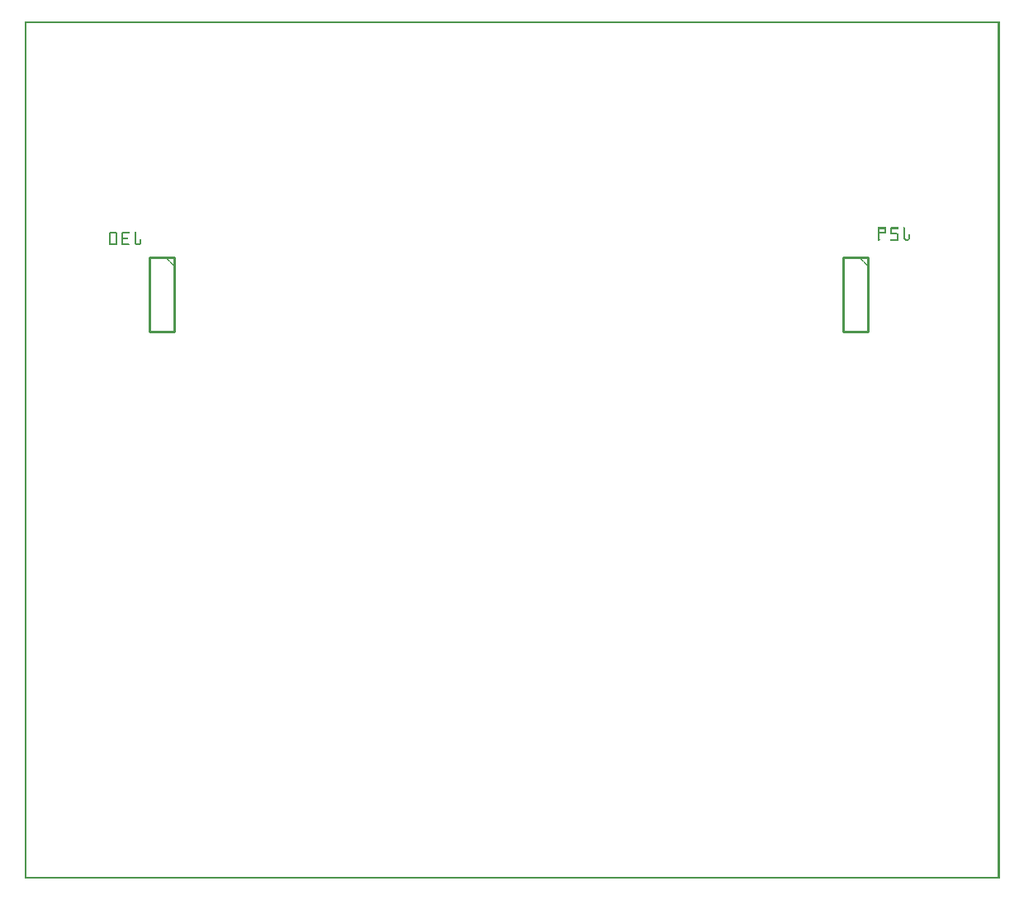
<source format=gbo>
G04 MADE WITH FRITZING*
G04 WWW.FRITZING.ORG*
G04 DOUBLE SIDED*
G04 HOLES PLATED*
G04 CONTOUR ON CENTER OF CONTOUR VECTOR*
%ASAXBY*%
%FSLAX23Y23*%
%MOIN*%
%OFA0B0*%
%SFA1.0B1.0*%
%ADD10C,0.010000*%
%ADD11R,0.001000X0.001000*%
%LNSILK0*%
G90*
G70*
G54D10*
X3403Y2513D02*
X3403Y2213D01*
D02*
X3403Y2213D02*
X3303Y2213D01*
D02*
X3303Y2213D02*
X3303Y2513D01*
D02*
X3303Y2513D02*
X3403Y2513D01*
D02*
X603Y2513D02*
X603Y2213D01*
D02*
X603Y2213D02*
X503Y2213D01*
D02*
X503Y2213D02*
X503Y2513D01*
D02*
X503Y2513D02*
X603Y2513D01*
G54D11*
X0Y3465D02*
X3936Y3465D01*
X0Y3464D02*
X3936Y3464D01*
X0Y3463D02*
X3936Y3463D01*
X0Y3462D02*
X3936Y3462D01*
X0Y3461D02*
X3936Y3461D01*
X0Y3460D02*
X3936Y3460D01*
X0Y3459D02*
X3936Y3459D01*
X0Y3458D02*
X3936Y3458D01*
X0Y3457D02*
X7Y3457D01*
X3929Y3457D02*
X3936Y3457D01*
X0Y3456D02*
X7Y3456D01*
X3929Y3456D02*
X3936Y3456D01*
X0Y3455D02*
X7Y3455D01*
X3929Y3455D02*
X3936Y3455D01*
X0Y3454D02*
X7Y3454D01*
X3929Y3454D02*
X3936Y3454D01*
X0Y3453D02*
X7Y3453D01*
X3929Y3453D02*
X3936Y3453D01*
X0Y3452D02*
X7Y3452D01*
X3929Y3452D02*
X3936Y3452D01*
X0Y3451D02*
X7Y3451D01*
X3929Y3451D02*
X3936Y3451D01*
X0Y3450D02*
X7Y3450D01*
X3929Y3450D02*
X3936Y3450D01*
X0Y3449D02*
X7Y3449D01*
X3929Y3449D02*
X3936Y3449D01*
X0Y3448D02*
X7Y3448D01*
X3929Y3448D02*
X3936Y3448D01*
X0Y3447D02*
X7Y3447D01*
X3929Y3447D02*
X3936Y3447D01*
X0Y3446D02*
X7Y3446D01*
X3929Y3446D02*
X3936Y3446D01*
X0Y3445D02*
X7Y3445D01*
X3929Y3445D02*
X3936Y3445D01*
X0Y3444D02*
X7Y3444D01*
X3929Y3444D02*
X3936Y3444D01*
X0Y3443D02*
X7Y3443D01*
X3929Y3443D02*
X3936Y3443D01*
X0Y3442D02*
X7Y3442D01*
X3929Y3442D02*
X3936Y3442D01*
X0Y3441D02*
X7Y3441D01*
X3929Y3441D02*
X3936Y3441D01*
X0Y3440D02*
X7Y3440D01*
X3929Y3440D02*
X3936Y3440D01*
X0Y3439D02*
X7Y3439D01*
X3929Y3439D02*
X3936Y3439D01*
X0Y3438D02*
X7Y3438D01*
X3929Y3438D02*
X3936Y3438D01*
X0Y3437D02*
X7Y3437D01*
X3929Y3437D02*
X3936Y3437D01*
X0Y3436D02*
X7Y3436D01*
X3929Y3436D02*
X3936Y3436D01*
X0Y3435D02*
X7Y3435D01*
X3929Y3435D02*
X3936Y3435D01*
X0Y3434D02*
X7Y3434D01*
X3929Y3434D02*
X3936Y3434D01*
X0Y3433D02*
X7Y3433D01*
X3929Y3433D02*
X3936Y3433D01*
X0Y3432D02*
X7Y3432D01*
X3929Y3432D02*
X3936Y3432D01*
X0Y3431D02*
X7Y3431D01*
X3929Y3431D02*
X3936Y3431D01*
X0Y3430D02*
X7Y3430D01*
X3929Y3430D02*
X3936Y3430D01*
X0Y3429D02*
X7Y3429D01*
X3929Y3429D02*
X3936Y3429D01*
X0Y3428D02*
X7Y3428D01*
X3929Y3428D02*
X3936Y3428D01*
X0Y3427D02*
X7Y3427D01*
X3929Y3427D02*
X3936Y3427D01*
X0Y3426D02*
X7Y3426D01*
X3929Y3426D02*
X3936Y3426D01*
X0Y3425D02*
X7Y3425D01*
X3929Y3425D02*
X3936Y3425D01*
X0Y3424D02*
X7Y3424D01*
X3929Y3424D02*
X3936Y3424D01*
X0Y3423D02*
X7Y3423D01*
X3929Y3423D02*
X3936Y3423D01*
X0Y3422D02*
X7Y3422D01*
X3929Y3422D02*
X3936Y3422D01*
X0Y3421D02*
X7Y3421D01*
X3929Y3421D02*
X3936Y3421D01*
X0Y3420D02*
X7Y3420D01*
X3929Y3420D02*
X3936Y3420D01*
X0Y3419D02*
X7Y3419D01*
X3929Y3419D02*
X3936Y3419D01*
X0Y3418D02*
X7Y3418D01*
X3929Y3418D02*
X3936Y3418D01*
X0Y3417D02*
X7Y3417D01*
X3929Y3417D02*
X3936Y3417D01*
X0Y3416D02*
X7Y3416D01*
X3929Y3416D02*
X3936Y3416D01*
X0Y3415D02*
X7Y3415D01*
X3929Y3415D02*
X3936Y3415D01*
X0Y3414D02*
X7Y3414D01*
X3929Y3414D02*
X3936Y3414D01*
X0Y3413D02*
X7Y3413D01*
X3929Y3413D02*
X3936Y3413D01*
X0Y3412D02*
X7Y3412D01*
X3929Y3412D02*
X3936Y3412D01*
X0Y3411D02*
X7Y3411D01*
X3929Y3411D02*
X3936Y3411D01*
X0Y3410D02*
X7Y3410D01*
X3929Y3410D02*
X3936Y3410D01*
X0Y3409D02*
X7Y3409D01*
X3929Y3409D02*
X3936Y3409D01*
X0Y3408D02*
X7Y3408D01*
X3929Y3408D02*
X3936Y3408D01*
X0Y3407D02*
X7Y3407D01*
X3929Y3407D02*
X3936Y3407D01*
X0Y3406D02*
X7Y3406D01*
X3929Y3406D02*
X3936Y3406D01*
X0Y3405D02*
X7Y3405D01*
X3929Y3405D02*
X3936Y3405D01*
X0Y3404D02*
X7Y3404D01*
X3929Y3404D02*
X3936Y3404D01*
X0Y3403D02*
X7Y3403D01*
X3929Y3403D02*
X3936Y3403D01*
X0Y3402D02*
X7Y3402D01*
X3929Y3402D02*
X3936Y3402D01*
X0Y3401D02*
X7Y3401D01*
X3929Y3401D02*
X3936Y3401D01*
X0Y3400D02*
X7Y3400D01*
X3929Y3400D02*
X3936Y3400D01*
X0Y3399D02*
X7Y3399D01*
X3929Y3399D02*
X3936Y3399D01*
X0Y3398D02*
X7Y3398D01*
X3929Y3398D02*
X3936Y3398D01*
X0Y3397D02*
X7Y3397D01*
X3929Y3397D02*
X3936Y3397D01*
X0Y3396D02*
X7Y3396D01*
X3929Y3396D02*
X3936Y3396D01*
X0Y3395D02*
X7Y3395D01*
X3929Y3395D02*
X3936Y3395D01*
X0Y3394D02*
X7Y3394D01*
X3929Y3394D02*
X3936Y3394D01*
X0Y3393D02*
X7Y3393D01*
X3929Y3393D02*
X3936Y3393D01*
X0Y3392D02*
X7Y3392D01*
X3929Y3392D02*
X3936Y3392D01*
X0Y3391D02*
X7Y3391D01*
X3929Y3391D02*
X3936Y3391D01*
X0Y3390D02*
X7Y3390D01*
X3929Y3390D02*
X3936Y3390D01*
X0Y3389D02*
X7Y3389D01*
X3929Y3389D02*
X3936Y3389D01*
X0Y3388D02*
X7Y3388D01*
X3929Y3388D02*
X3936Y3388D01*
X0Y3387D02*
X7Y3387D01*
X3929Y3387D02*
X3936Y3387D01*
X0Y3386D02*
X7Y3386D01*
X3929Y3386D02*
X3936Y3386D01*
X0Y3385D02*
X7Y3385D01*
X3929Y3385D02*
X3936Y3385D01*
X0Y3384D02*
X7Y3384D01*
X3929Y3384D02*
X3936Y3384D01*
X0Y3383D02*
X7Y3383D01*
X3929Y3383D02*
X3936Y3383D01*
X0Y3382D02*
X7Y3382D01*
X3929Y3382D02*
X3936Y3382D01*
X0Y3381D02*
X7Y3381D01*
X3929Y3381D02*
X3936Y3381D01*
X0Y3380D02*
X7Y3380D01*
X3929Y3380D02*
X3936Y3380D01*
X0Y3379D02*
X7Y3379D01*
X3929Y3379D02*
X3936Y3379D01*
X0Y3378D02*
X7Y3378D01*
X3929Y3378D02*
X3936Y3378D01*
X0Y3377D02*
X7Y3377D01*
X3929Y3377D02*
X3936Y3377D01*
X0Y3376D02*
X7Y3376D01*
X3929Y3376D02*
X3936Y3376D01*
X0Y3375D02*
X7Y3375D01*
X3929Y3375D02*
X3936Y3375D01*
X0Y3374D02*
X7Y3374D01*
X3929Y3374D02*
X3936Y3374D01*
X0Y3373D02*
X7Y3373D01*
X3929Y3373D02*
X3936Y3373D01*
X0Y3372D02*
X7Y3372D01*
X3929Y3372D02*
X3936Y3372D01*
X0Y3371D02*
X7Y3371D01*
X3929Y3371D02*
X3936Y3371D01*
X0Y3370D02*
X7Y3370D01*
X3929Y3370D02*
X3936Y3370D01*
X0Y3369D02*
X7Y3369D01*
X3929Y3369D02*
X3936Y3369D01*
X0Y3368D02*
X7Y3368D01*
X3929Y3368D02*
X3936Y3368D01*
X0Y3367D02*
X7Y3367D01*
X3929Y3367D02*
X3936Y3367D01*
X0Y3366D02*
X7Y3366D01*
X3929Y3366D02*
X3936Y3366D01*
X0Y3365D02*
X7Y3365D01*
X3929Y3365D02*
X3936Y3365D01*
X0Y3364D02*
X7Y3364D01*
X3929Y3364D02*
X3936Y3364D01*
X0Y3363D02*
X7Y3363D01*
X3929Y3363D02*
X3936Y3363D01*
X0Y3362D02*
X7Y3362D01*
X3929Y3362D02*
X3936Y3362D01*
X0Y3361D02*
X7Y3361D01*
X3929Y3361D02*
X3936Y3361D01*
X0Y3360D02*
X7Y3360D01*
X3929Y3360D02*
X3936Y3360D01*
X0Y3359D02*
X7Y3359D01*
X3929Y3359D02*
X3936Y3359D01*
X0Y3358D02*
X7Y3358D01*
X3929Y3358D02*
X3936Y3358D01*
X0Y3357D02*
X7Y3357D01*
X3929Y3357D02*
X3936Y3357D01*
X0Y3356D02*
X7Y3356D01*
X3929Y3356D02*
X3936Y3356D01*
X0Y3355D02*
X7Y3355D01*
X3929Y3355D02*
X3936Y3355D01*
X0Y3354D02*
X7Y3354D01*
X3929Y3354D02*
X3936Y3354D01*
X0Y3353D02*
X7Y3353D01*
X3929Y3353D02*
X3936Y3353D01*
X0Y3352D02*
X7Y3352D01*
X3929Y3352D02*
X3936Y3352D01*
X0Y3351D02*
X7Y3351D01*
X3929Y3351D02*
X3936Y3351D01*
X0Y3350D02*
X7Y3350D01*
X3929Y3350D02*
X3936Y3350D01*
X0Y3349D02*
X7Y3349D01*
X3929Y3349D02*
X3936Y3349D01*
X0Y3348D02*
X7Y3348D01*
X3929Y3348D02*
X3936Y3348D01*
X0Y3347D02*
X7Y3347D01*
X3929Y3347D02*
X3936Y3347D01*
X0Y3346D02*
X7Y3346D01*
X3929Y3346D02*
X3936Y3346D01*
X0Y3345D02*
X7Y3345D01*
X3929Y3345D02*
X3936Y3345D01*
X0Y3344D02*
X7Y3344D01*
X3929Y3344D02*
X3936Y3344D01*
X0Y3343D02*
X7Y3343D01*
X3929Y3343D02*
X3936Y3343D01*
X0Y3342D02*
X7Y3342D01*
X3929Y3342D02*
X3936Y3342D01*
X0Y3341D02*
X7Y3341D01*
X3929Y3341D02*
X3936Y3341D01*
X0Y3340D02*
X7Y3340D01*
X3929Y3340D02*
X3936Y3340D01*
X0Y3339D02*
X7Y3339D01*
X3929Y3339D02*
X3936Y3339D01*
X0Y3338D02*
X7Y3338D01*
X3929Y3338D02*
X3936Y3338D01*
X0Y3337D02*
X7Y3337D01*
X3929Y3337D02*
X3936Y3337D01*
X0Y3336D02*
X7Y3336D01*
X3929Y3336D02*
X3936Y3336D01*
X0Y3335D02*
X7Y3335D01*
X3929Y3335D02*
X3936Y3335D01*
X0Y3334D02*
X7Y3334D01*
X3929Y3334D02*
X3936Y3334D01*
X0Y3333D02*
X7Y3333D01*
X3929Y3333D02*
X3936Y3333D01*
X0Y3332D02*
X7Y3332D01*
X3929Y3332D02*
X3936Y3332D01*
X0Y3331D02*
X7Y3331D01*
X3929Y3331D02*
X3936Y3331D01*
X0Y3330D02*
X7Y3330D01*
X3929Y3330D02*
X3936Y3330D01*
X0Y3329D02*
X7Y3329D01*
X3929Y3329D02*
X3936Y3329D01*
X0Y3328D02*
X7Y3328D01*
X3929Y3328D02*
X3936Y3328D01*
X0Y3327D02*
X7Y3327D01*
X3929Y3327D02*
X3936Y3327D01*
X0Y3326D02*
X7Y3326D01*
X3929Y3326D02*
X3936Y3326D01*
X0Y3325D02*
X7Y3325D01*
X3929Y3325D02*
X3936Y3325D01*
X0Y3324D02*
X7Y3324D01*
X3929Y3324D02*
X3936Y3324D01*
X0Y3323D02*
X7Y3323D01*
X3929Y3323D02*
X3936Y3323D01*
X0Y3322D02*
X7Y3322D01*
X3929Y3322D02*
X3936Y3322D01*
X0Y3321D02*
X7Y3321D01*
X3929Y3321D02*
X3936Y3321D01*
X0Y3320D02*
X7Y3320D01*
X3929Y3320D02*
X3936Y3320D01*
X0Y3319D02*
X7Y3319D01*
X3929Y3319D02*
X3936Y3319D01*
X0Y3318D02*
X7Y3318D01*
X3929Y3318D02*
X3936Y3318D01*
X0Y3317D02*
X7Y3317D01*
X3929Y3317D02*
X3936Y3317D01*
X0Y3316D02*
X7Y3316D01*
X3929Y3316D02*
X3936Y3316D01*
X0Y3315D02*
X7Y3315D01*
X3929Y3315D02*
X3936Y3315D01*
X0Y3314D02*
X7Y3314D01*
X3929Y3314D02*
X3936Y3314D01*
X0Y3313D02*
X7Y3313D01*
X3929Y3313D02*
X3936Y3313D01*
X0Y3312D02*
X7Y3312D01*
X3929Y3312D02*
X3936Y3312D01*
X0Y3311D02*
X7Y3311D01*
X3929Y3311D02*
X3936Y3311D01*
X0Y3310D02*
X7Y3310D01*
X3929Y3310D02*
X3936Y3310D01*
X0Y3309D02*
X7Y3309D01*
X3929Y3309D02*
X3936Y3309D01*
X0Y3308D02*
X7Y3308D01*
X3929Y3308D02*
X3936Y3308D01*
X0Y3307D02*
X7Y3307D01*
X3929Y3307D02*
X3936Y3307D01*
X0Y3306D02*
X7Y3306D01*
X3929Y3306D02*
X3936Y3306D01*
X0Y3305D02*
X7Y3305D01*
X3929Y3305D02*
X3936Y3305D01*
X0Y3304D02*
X7Y3304D01*
X3929Y3304D02*
X3936Y3304D01*
X0Y3303D02*
X7Y3303D01*
X3929Y3303D02*
X3936Y3303D01*
X0Y3302D02*
X7Y3302D01*
X3929Y3302D02*
X3936Y3302D01*
X0Y3301D02*
X7Y3301D01*
X3929Y3301D02*
X3936Y3301D01*
X0Y3300D02*
X7Y3300D01*
X3929Y3300D02*
X3936Y3300D01*
X0Y3299D02*
X7Y3299D01*
X3929Y3299D02*
X3936Y3299D01*
X0Y3298D02*
X7Y3298D01*
X3929Y3298D02*
X3936Y3298D01*
X0Y3297D02*
X7Y3297D01*
X3929Y3297D02*
X3936Y3297D01*
X0Y3296D02*
X7Y3296D01*
X3929Y3296D02*
X3936Y3296D01*
X0Y3295D02*
X7Y3295D01*
X3929Y3295D02*
X3936Y3295D01*
X0Y3294D02*
X7Y3294D01*
X3929Y3294D02*
X3936Y3294D01*
X0Y3293D02*
X7Y3293D01*
X3929Y3293D02*
X3936Y3293D01*
X0Y3292D02*
X7Y3292D01*
X3929Y3292D02*
X3936Y3292D01*
X0Y3291D02*
X7Y3291D01*
X3929Y3291D02*
X3936Y3291D01*
X0Y3290D02*
X7Y3290D01*
X3929Y3290D02*
X3936Y3290D01*
X0Y3289D02*
X7Y3289D01*
X3929Y3289D02*
X3936Y3289D01*
X0Y3288D02*
X7Y3288D01*
X3929Y3288D02*
X3936Y3288D01*
X0Y3287D02*
X7Y3287D01*
X3929Y3287D02*
X3936Y3287D01*
X0Y3286D02*
X7Y3286D01*
X3929Y3286D02*
X3936Y3286D01*
X0Y3285D02*
X7Y3285D01*
X3929Y3285D02*
X3936Y3285D01*
X0Y3284D02*
X7Y3284D01*
X3929Y3284D02*
X3936Y3284D01*
X0Y3283D02*
X7Y3283D01*
X3929Y3283D02*
X3936Y3283D01*
X0Y3282D02*
X7Y3282D01*
X3929Y3282D02*
X3936Y3282D01*
X0Y3281D02*
X7Y3281D01*
X3929Y3281D02*
X3936Y3281D01*
X0Y3280D02*
X7Y3280D01*
X3929Y3280D02*
X3936Y3280D01*
X0Y3279D02*
X7Y3279D01*
X3929Y3279D02*
X3936Y3279D01*
X0Y3278D02*
X7Y3278D01*
X3929Y3278D02*
X3936Y3278D01*
X0Y3277D02*
X7Y3277D01*
X3929Y3277D02*
X3936Y3277D01*
X0Y3276D02*
X7Y3276D01*
X3929Y3276D02*
X3936Y3276D01*
X0Y3275D02*
X7Y3275D01*
X3929Y3275D02*
X3936Y3275D01*
X0Y3274D02*
X7Y3274D01*
X3929Y3274D02*
X3936Y3274D01*
X0Y3273D02*
X7Y3273D01*
X3929Y3273D02*
X3936Y3273D01*
X0Y3272D02*
X7Y3272D01*
X3929Y3272D02*
X3936Y3272D01*
X0Y3271D02*
X7Y3271D01*
X3929Y3271D02*
X3936Y3271D01*
X0Y3270D02*
X7Y3270D01*
X3929Y3270D02*
X3936Y3270D01*
X0Y3269D02*
X7Y3269D01*
X3929Y3269D02*
X3936Y3269D01*
X0Y3268D02*
X7Y3268D01*
X3929Y3268D02*
X3936Y3268D01*
X0Y3267D02*
X7Y3267D01*
X3929Y3267D02*
X3936Y3267D01*
X0Y3266D02*
X7Y3266D01*
X3929Y3266D02*
X3936Y3266D01*
X0Y3265D02*
X7Y3265D01*
X3929Y3265D02*
X3936Y3265D01*
X0Y3264D02*
X7Y3264D01*
X3929Y3264D02*
X3936Y3264D01*
X0Y3263D02*
X7Y3263D01*
X3929Y3263D02*
X3936Y3263D01*
X0Y3262D02*
X7Y3262D01*
X3929Y3262D02*
X3936Y3262D01*
X0Y3261D02*
X7Y3261D01*
X3929Y3261D02*
X3936Y3261D01*
X0Y3260D02*
X7Y3260D01*
X3929Y3260D02*
X3936Y3260D01*
X0Y3259D02*
X7Y3259D01*
X3929Y3259D02*
X3936Y3259D01*
X0Y3258D02*
X7Y3258D01*
X3929Y3258D02*
X3936Y3258D01*
X0Y3257D02*
X7Y3257D01*
X3929Y3257D02*
X3936Y3257D01*
X0Y3256D02*
X7Y3256D01*
X3929Y3256D02*
X3936Y3256D01*
X0Y3255D02*
X7Y3255D01*
X3929Y3255D02*
X3936Y3255D01*
X0Y3254D02*
X7Y3254D01*
X3929Y3254D02*
X3936Y3254D01*
X0Y3253D02*
X7Y3253D01*
X3929Y3253D02*
X3936Y3253D01*
X0Y3252D02*
X7Y3252D01*
X3929Y3252D02*
X3936Y3252D01*
X0Y3251D02*
X7Y3251D01*
X3929Y3251D02*
X3936Y3251D01*
X0Y3250D02*
X7Y3250D01*
X3929Y3250D02*
X3936Y3250D01*
X0Y3249D02*
X7Y3249D01*
X3929Y3249D02*
X3936Y3249D01*
X0Y3248D02*
X7Y3248D01*
X3929Y3248D02*
X3936Y3248D01*
X0Y3247D02*
X7Y3247D01*
X3929Y3247D02*
X3936Y3247D01*
X0Y3246D02*
X7Y3246D01*
X3929Y3246D02*
X3936Y3246D01*
X0Y3245D02*
X7Y3245D01*
X3929Y3245D02*
X3936Y3245D01*
X0Y3244D02*
X7Y3244D01*
X3929Y3244D02*
X3936Y3244D01*
X0Y3243D02*
X7Y3243D01*
X3929Y3243D02*
X3936Y3243D01*
X0Y3242D02*
X7Y3242D01*
X3929Y3242D02*
X3936Y3242D01*
X0Y3241D02*
X7Y3241D01*
X3929Y3241D02*
X3936Y3241D01*
X0Y3240D02*
X7Y3240D01*
X3929Y3240D02*
X3936Y3240D01*
X0Y3239D02*
X7Y3239D01*
X3929Y3239D02*
X3936Y3239D01*
X0Y3238D02*
X7Y3238D01*
X3929Y3238D02*
X3936Y3238D01*
X0Y3237D02*
X7Y3237D01*
X3929Y3237D02*
X3936Y3237D01*
X0Y3236D02*
X7Y3236D01*
X3929Y3236D02*
X3936Y3236D01*
X0Y3235D02*
X7Y3235D01*
X3929Y3235D02*
X3936Y3235D01*
X0Y3234D02*
X7Y3234D01*
X3929Y3234D02*
X3936Y3234D01*
X0Y3233D02*
X7Y3233D01*
X3929Y3233D02*
X3936Y3233D01*
X0Y3232D02*
X7Y3232D01*
X3929Y3232D02*
X3936Y3232D01*
X0Y3231D02*
X7Y3231D01*
X3929Y3231D02*
X3936Y3231D01*
X0Y3230D02*
X7Y3230D01*
X3929Y3230D02*
X3936Y3230D01*
X0Y3229D02*
X7Y3229D01*
X3929Y3229D02*
X3936Y3229D01*
X0Y3228D02*
X7Y3228D01*
X3929Y3228D02*
X3936Y3228D01*
X0Y3227D02*
X7Y3227D01*
X3929Y3227D02*
X3936Y3227D01*
X0Y3226D02*
X7Y3226D01*
X3929Y3226D02*
X3936Y3226D01*
X0Y3225D02*
X7Y3225D01*
X3929Y3225D02*
X3936Y3225D01*
X0Y3224D02*
X7Y3224D01*
X3929Y3224D02*
X3936Y3224D01*
X0Y3223D02*
X7Y3223D01*
X3929Y3223D02*
X3936Y3223D01*
X0Y3222D02*
X7Y3222D01*
X3929Y3222D02*
X3936Y3222D01*
X0Y3221D02*
X7Y3221D01*
X3929Y3221D02*
X3936Y3221D01*
X0Y3220D02*
X7Y3220D01*
X3929Y3220D02*
X3936Y3220D01*
X0Y3219D02*
X7Y3219D01*
X3929Y3219D02*
X3936Y3219D01*
X0Y3218D02*
X7Y3218D01*
X3929Y3218D02*
X3936Y3218D01*
X0Y3217D02*
X7Y3217D01*
X3929Y3217D02*
X3936Y3217D01*
X0Y3216D02*
X7Y3216D01*
X3929Y3216D02*
X3936Y3216D01*
X0Y3215D02*
X7Y3215D01*
X3929Y3215D02*
X3936Y3215D01*
X0Y3214D02*
X7Y3214D01*
X3929Y3214D02*
X3936Y3214D01*
X0Y3213D02*
X7Y3213D01*
X3929Y3213D02*
X3936Y3213D01*
X0Y3212D02*
X7Y3212D01*
X3929Y3212D02*
X3936Y3212D01*
X0Y3211D02*
X7Y3211D01*
X3929Y3211D02*
X3936Y3211D01*
X0Y3210D02*
X7Y3210D01*
X3929Y3210D02*
X3936Y3210D01*
X0Y3209D02*
X7Y3209D01*
X3929Y3209D02*
X3936Y3209D01*
X0Y3208D02*
X7Y3208D01*
X3929Y3208D02*
X3936Y3208D01*
X0Y3207D02*
X7Y3207D01*
X3929Y3207D02*
X3936Y3207D01*
X0Y3206D02*
X7Y3206D01*
X3929Y3206D02*
X3936Y3206D01*
X0Y3205D02*
X7Y3205D01*
X3929Y3205D02*
X3936Y3205D01*
X0Y3204D02*
X7Y3204D01*
X3929Y3204D02*
X3936Y3204D01*
X0Y3203D02*
X7Y3203D01*
X3929Y3203D02*
X3936Y3203D01*
X0Y3202D02*
X7Y3202D01*
X3929Y3202D02*
X3936Y3202D01*
X0Y3201D02*
X7Y3201D01*
X3929Y3201D02*
X3936Y3201D01*
X0Y3200D02*
X7Y3200D01*
X3929Y3200D02*
X3936Y3200D01*
X0Y3199D02*
X7Y3199D01*
X3929Y3199D02*
X3936Y3199D01*
X0Y3198D02*
X7Y3198D01*
X3929Y3198D02*
X3936Y3198D01*
X0Y3197D02*
X7Y3197D01*
X3929Y3197D02*
X3936Y3197D01*
X0Y3196D02*
X7Y3196D01*
X3929Y3196D02*
X3936Y3196D01*
X0Y3195D02*
X7Y3195D01*
X3929Y3195D02*
X3936Y3195D01*
X0Y3194D02*
X7Y3194D01*
X3929Y3194D02*
X3936Y3194D01*
X0Y3193D02*
X7Y3193D01*
X3929Y3193D02*
X3936Y3193D01*
X0Y3192D02*
X7Y3192D01*
X3929Y3192D02*
X3936Y3192D01*
X0Y3191D02*
X7Y3191D01*
X3929Y3191D02*
X3936Y3191D01*
X0Y3190D02*
X7Y3190D01*
X3929Y3190D02*
X3936Y3190D01*
X0Y3189D02*
X7Y3189D01*
X3929Y3189D02*
X3936Y3189D01*
X0Y3188D02*
X7Y3188D01*
X3929Y3188D02*
X3936Y3188D01*
X0Y3187D02*
X7Y3187D01*
X3929Y3187D02*
X3936Y3187D01*
X0Y3186D02*
X7Y3186D01*
X3929Y3186D02*
X3936Y3186D01*
X0Y3185D02*
X7Y3185D01*
X3929Y3185D02*
X3936Y3185D01*
X0Y3184D02*
X7Y3184D01*
X3929Y3184D02*
X3936Y3184D01*
X0Y3183D02*
X7Y3183D01*
X3929Y3183D02*
X3936Y3183D01*
X0Y3182D02*
X7Y3182D01*
X3929Y3182D02*
X3936Y3182D01*
X0Y3181D02*
X7Y3181D01*
X3929Y3181D02*
X3936Y3181D01*
X0Y3180D02*
X7Y3180D01*
X3929Y3180D02*
X3936Y3180D01*
X0Y3179D02*
X7Y3179D01*
X3929Y3179D02*
X3936Y3179D01*
X0Y3178D02*
X7Y3178D01*
X3929Y3178D02*
X3936Y3178D01*
X0Y3177D02*
X7Y3177D01*
X3929Y3177D02*
X3936Y3177D01*
X0Y3176D02*
X7Y3176D01*
X3929Y3176D02*
X3936Y3176D01*
X0Y3175D02*
X7Y3175D01*
X3929Y3175D02*
X3936Y3175D01*
X0Y3174D02*
X7Y3174D01*
X3929Y3174D02*
X3936Y3174D01*
X0Y3173D02*
X7Y3173D01*
X3929Y3173D02*
X3936Y3173D01*
X0Y3172D02*
X7Y3172D01*
X3929Y3172D02*
X3936Y3172D01*
X0Y3171D02*
X7Y3171D01*
X3929Y3171D02*
X3936Y3171D01*
X0Y3170D02*
X7Y3170D01*
X3929Y3170D02*
X3936Y3170D01*
X0Y3169D02*
X7Y3169D01*
X3929Y3169D02*
X3936Y3169D01*
X0Y3168D02*
X7Y3168D01*
X3929Y3168D02*
X3936Y3168D01*
X0Y3167D02*
X7Y3167D01*
X3929Y3167D02*
X3936Y3167D01*
X0Y3166D02*
X7Y3166D01*
X3929Y3166D02*
X3936Y3166D01*
X0Y3165D02*
X7Y3165D01*
X3929Y3165D02*
X3936Y3165D01*
X0Y3164D02*
X7Y3164D01*
X3929Y3164D02*
X3936Y3164D01*
X0Y3163D02*
X7Y3163D01*
X3929Y3163D02*
X3936Y3163D01*
X0Y3162D02*
X7Y3162D01*
X3929Y3162D02*
X3936Y3162D01*
X0Y3161D02*
X7Y3161D01*
X3929Y3161D02*
X3936Y3161D01*
X0Y3160D02*
X7Y3160D01*
X3929Y3160D02*
X3936Y3160D01*
X0Y3159D02*
X7Y3159D01*
X3929Y3159D02*
X3936Y3159D01*
X0Y3158D02*
X7Y3158D01*
X3929Y3158D02*
X3936Y3158D01*
X0Y3157D02*
X7Y3157D01*
X3929Y3157D02*
X3936Y3157D01*
X0Y3156D02*
X7Y3156D01*
X3929Y3156D02*
X3936Y3156D01*
X0Y3155D02*
X7Y3155D01*
X3929Y3155D02*
X3936Y3155D01*
X0Y3154D02*
X7Y3154D01*
X3929Y3154D02*
X3936Y3154D01*
X0Y3153D02*
X7Y3153D01*
X3929Y3153D02*
X3936Y3153D01*
X0Y3152D02*
X7Y3152D01*
X3929Y3152D02*
X3936Y3152D01*
X0Y3151D02*
X7Y3151D01*
X3929Y3151D02*
X3936Y3151D01*
X0Y3150D02*
X7Y3150D01*
X3929Y3150D02*
X3936Y3150D01*
X0Y3149D02*
X7Y3149D01*
X3929Y3149D02*
X3936Y3149D01*
X0Y3148D02*
X7Y3148D01*
X3929Y3148D02*
X3936Y3148D01*
X0Y3147D02*
X7Y3147D01*
X3929Y3147D02*
X3936Y3147D01*
X0Y3146D02*
X7Y3146D01*
X3929Y3146D02*
X3936Y3146D01*
X0Y3145D02*
X7Y3145D01*
X3929Y3145D02*
X3936Y3145D01*
X0Y3144D02*
X7Y3144D01*
X3929Y3144D02*
X3936Y3144D01*
X0Y3143D02*
X7Y3143D01*
X3929Y3143D02*
X3936Y3143D01*
X0Y3142D02*
X7Y3142D01*
X3929Y3142D02*
X3936Y3142D01*
X0Y3141D02*
X7Y3141D01*
X3929Y3141D02*
X3936Y3141D01*
X0Y3140D02*
X7Y3140D01*
X3929Y3140D02*
X3936Y3140D01*
X0Y3139D02*
X7Y3139D01*
X3929Y3139D02*
X3936Y3139D01*
X0Y3138D02*
X7Y3138D01*
X3929Y3138D02*
X3936Y3138D01*
X0Y3137D02*
X7Y3137D01*
X3929Y3137D02*
X3936Y3137D01*
X0Y3136D02*
X7Y3136D01*
X3929Y3136D02*
X3936Y3136D01*
X0Y3135D02*
X7Y3135D01*
X3929Y3135D02*
X3936Y3135D01*
X0Y3134D02*
X7Y3134D01*
X3929Y3134D02*
X3936Y3134D01*
X0Y3133D02*
X7Y3133D01*
X3929Y3133D02*
X3936Y3133D01*
X0Y3132D02*
X7Y3132D01*
X3929Y3132D02*
X3936Y3132D01*
X0Y3131D02*
X7Y3131D01*
X3929Y3131D02*
X3936Y3131D01*
X0Y3130D02*
X7Y3130D01*
X3929Y3130D02*
X3936Y3130D01*
X0Y3129D02*
X7Y3129D01*
X3929Y3129D02*
X3936Y3129D01*
X0Y3128D02*
X7Y3128D01*
X3929Y3128D02*
X3936Y3128D01*
X0Y3127D02*
X7Y3127D01*
X3929Y3127D02*
X3936Y3127D01*
X0Y3126D02*
X7Y3126D01*
X3929Y3126D02*
X3936Y3126D01*
X0Y3125D02*
X7Y3125D01*
X3929Y3125D02*
X3936Y3125D01*
X0Y3124D02*
X7Y3124D01*
X3929Y3124D02*
X3936Y3124D01*
X0Y3123D02*
X7Y3123D01*
X3929Y3123D02*
X3936Y3123D01*
X0Y3122D02*
X7Y3122D01*
X3929Y3122D02*
X3936Y3122D01*
X0Y3121D02*
X7Y3121D01*
X3929Y3121D02*
X3936Y3121D01*
X0Y3120D02*
X7Y3120D01*
X3929Y3120D02*
X3936Y3120D01*
X0Y3119D02*
X7Y3119D01*
X3929Y3119D02*
X3936Y3119D01*
X0Y3118D02*
X7Y3118D01*
X3929Y3118D02*
X3936Y3118D01*
X0Y3117D02*
X7Y3117D01*
X3929Y3117D02*
X3936Y3117D01*
X0Y3116D02*
X7Y3116D01*
X3929Y3116D02*
X3936Y3116D01*
X0Y3115D02*
X7Y3115D01*
X3929Y3115D02*
X3936Y3115D01*
X0Y3114D02*
X7Y3114D01*
X3929Y3114D02*
X3936Y3114D01*
X0Y3113D02*
X7Y3113D01*
X3929Y3113D02*
X3936Y3113D01*
X0Y3112D02*
X7Y3112D01*
X3929Y3112D02*
X3936Y3112D01*
X0Y3111D02*
X7Y3111D01*
X3929Y3111D02*
X3936Y3111D01*
X0Y3110D02*
X7Y3110D01*
X3929Y3110D02*
X3936Y3110D01*
X0Y3109D02*
X7Y3109D01*
X3929Y3109D02*
X3936Y3109D01*
X0Y3108D02*
X7Y3108D01*
X3929Y3108D02*
X3936Y3108D01*
X0Y3107D02*
X7Y3107D01*
X3929Y3107D02*
X3936Y3107D01*
X0Y3106D02*
X7Y3106D01*
X3929Y3106D02*
X3936Y3106D01*
X0Y3105D02*
X7Y3105D01*
X3929Y3105D02*
X3936Y3105D01*
X0Y3104D02*
X7Y3104D01*
X3929Y3104D02*
X3936Y3104D01*
X0Y3103D02*
X7Y3103D01*
X3929Y3103D02*
X3936Y3103D01*
X0Y3102D02*
X7Y3102D01*
X3929Y3102D02*
X3936Y3102D01*
X0Y3101D02*
X7Y3101D01*
X3929Y3101D02*
X3936Y3101D01*
X0Y3100D02*
X7Y3100D01*
X3929Y3100D02*
X3936Y3100D01*
X0Y3099D02*
X7Y3099D01*
X3929Y3099D02*
X3936Y3099D01*
X0Y3098D02*
X7Y3098D01*
X3929Y3098D02*
X3936Y3098D01*
X0Y3097D02*
X7Y3097D01*
X3929Y3097D02*
X3936Y3097D01*
X0Y3096D02*
X7Y3096D01*
X3929Y3096D02*
X3936Y3096D01*
X0Y3095D02*
X7Y3095D01*
X3929Y3095D02*
X3936Y3095D01*
X0Y3094D02*
X7Y3094D01*
X3929Y3094D02*
X3936Y3094D01*
X0Y3093D02*
X7Y3093D01*
X3929Y3093D02*
X3936Y3093D01*
X0Y3092D02*
X7Y3092D01*
X3929Y3092D02*
X3936Y3092D01*
X0Y3091D02*
X7Y3091D01*
X3929Y3091D02*
X3936Y3091D01*
X0Y3090D02*
X7Y3090D01*
X3929Y3090D02*
X3936Y3090D01*
X0Y3089D02*
X7Y3089D01*
X3929Y3089D02*
X3936Y3089D01*
X0Y3088D02*
X7Y3088D01*
X3929Y3088D02*
X3936Y3088D01*
X0Y3087D02*
X7Y3087D01*
X3929Y3087D02*
X3936Y3087D01*
X0Y3086D02*
X7Y3086D01*
X3929Y3086D02*
X3936Y3086D01*
X0Y3085D02*
X7Y3085D01*
X3929Y3085D02*
X3936Y3085D01*
X0Y3084D02*
X7Y3084D01*
X3929Y3084D02*
X3936Y3084D01*
X0Y3083D02*
X7Y3083D01*
X3929Y3083D02*
X3936Y3083D01*
X0Y3082D02*
X7Y3082D01*
X3929Y3082D02*
X3936Y3082D01*
X0Y3081D02*
X7Y3081D01*
X3929Y3081D02*
X3936Y3081D01*
X0Y3080D02*
X7Y3080D01*
X3929Y3080D02*
X3936Y3080D01*
X0Y3079D02*
X7Y3079D01*
X3929Y3079D02*
X3936Y3079D01*
X0Y3078D02*
X7Y3078D01*
X3929Y3078D02*
X3936Y3078D01*
X0Y3077D02*
X7Y3077D01*
X3929Y3077D02*
X3936Y3077D01*
X0Y3076D02*
X7Y3076D01*
X3929Y3076D02*
X3936Y3076D01*
X0Y3075D02*
X7Y3075D01*
X3929Y3075D02*
X3936Y3075D01*
X0Y3074D02*
X7Y3074D01*
X3929Y3074D02*
X3936Y3074D01*
X0Y3073D02*
X7Y3073D01*
X3929Y3073D02*
X3936Y3073D01*
X0Y3072D02*
X7Y3072D01*
X3929Y3072D02*
X3936Y3072D01*
X0Y3071D02*
X7Y3071D01*
X3929Y3071D02*
X3936Y3071D01*
X0Y3070D02*
X7Y3070D01*
X3929Y3070D02*
X3936Y3070D01*
X0Y3069D02*
X7Y3069D01*
X3929Y3069D02*
X3936Y3069D01*
X0Y3068D02*
X7Y3068D01*
X3929Y3068D02*
X3936Y3068D01*
X0Y3067D02*
X7Y3067D01*
X3929Y3067D02*
X3936Y3067D01*
X0Y3066D02*
X7Y3066D01*
X3929Y3066D02*
X3936Y3066D01*
X0Y3065D02*
X7Y3065D01*
X3929Y3065D02*
X3936Y3065D01*
X0Y3064D02*
X7Y3064D01*
X3929Y3064D02*
X3936Y3064D01*
X0Y3063D02*
X7Y3063D01*
X3929Y3063D02*
X3936Y3063D01*
X0Y3062D02*
X7Y3062D01*
X3929Y3062D02*
X3936Y3062D01*
X0Y3061D02*
X7Y3061D01*
X3929Y3061D02*
X3936Y3061D01*
X0Y3060D02*
X7Y3060D01*
X3929Y3060D02*
X3936Y3060D01*
X0Y3059D02*
X7Y3059D01*
X3929Y3059D02*
X3936Y3059D01*
X0Y3058D02*
X7Y3058D01*
X3929Y3058D02*
X3936Y3058D01*
X0Y3057D02*
X7Y3057D01*
X3929Y3057D02*
X3936Y3057D01*
X0Y3056D02*
X7Y3056D01*
X3929Y3056D02*
X3936Y3056D01*
X0Y3055D02*
X7Y3055D01*
X3929Y3055D02*
X3936Y3055D01*
X0Y3054D02*
X7Y3054D01*
X3929Y3054D02*
X3936Y3054D01*
X0Y3053D02*
X7Y3053D01*
X3929Y3053D02*
X3936Y3053D01*
X0Y3052D02*
X7Y3052D01*
X3929Y3052D02*
X3936Y3052D01*
X0Y3051D02*
X7Y3051D01*
X3929Y3051D02*
X3936Y3051D01*
X0Y3050D02*
X7Y3050D01*
X3929Y3050D02*
X3936Y3050D01*
X0Y3049D02*
X7Y3049D01*
X3929Y3049D02*
X3936Y3049D01*
X0Y3048D02*
X7Y3048D01*
X3929Y3048D02*
X3936Y3048D01*
X0Y3047D02*
X7Y3047D01*
X3929Y3047D02*
X3936Y3047D01*
X0Y3046D02*
X7Y3046D01*
X3929Y3046D02*
X3936Y3046D01*
X0Y3045D02*
X7Y3045D01*
X3929Y3045D02*
X3936Y3045D01*
X0Y3044D02*
X7Y3044D01*
X3929Y3044D02*
X3936Y3044D01*
X0Y3043D02*
X7Y3043D01*
X3929Y3043D02*
X3936Y3043D01*
X0Y3042D02*
X7Y3042D01*
X3929Y3042D02*
X3936Y3042D01*
X0Y3041D02*
X7Y3041D01*
X3929Y3041D02*
X3936Y3041D01*
X0Y3040D02*
X7Y3040D01*
X3929Y3040D02*
X3936Y3040D01*
X0Y3039D02*
X7Y3039D01*
X3929Y3039D02*
X3936Y3039D01*
X0Y3038D02*
X7Y3038D01*
X3929Y3038D02*
X3936Y3038D01*
X0Y3037D02*
X7Y3037D01*
X3929Y3037D02*
X3936Y3037D01*
X0Y3036D02*
X7Y3036D01*
X3929Y3036D02*
X3936Y3036D01*
X0Y3035D02*
X7Y3035D01*
X3929Y3035D02*
X3936Y3035D01*
X0Y3034D02*
X7Y3034D01*
X3929Y3034D02*
X3936Y3034D01*
X0Y3033D02*
X7Y3033D01*
X3929Y3033D02*
X3936Y3033D01*
X0Y3032D02*
X7Y3032D01*
X3929Y3032D02*
X3936Y3032D01*
X0Y3031D02*
X7Y3031D01*
X3929Y3031D02*
X3936Y3031D01*
X0Y3030D02*
X7Y3030D01*
X3929Y3030D02*
X3936Y3030D01*
X0Y3029D02*
X7Y3029D01*
X3929Y3029D02*
X3936Y3029D01*
X0Y3028D02*
X7Y3028D01*
X3929Y3028D02*
X3936Y3028D01*
X0Y3027D02*
X7Y3027D01*
X3929Y3027D02*
X3936Y3027D01*
X0Y3026D02*
X7Y3026D01*
X3929Y3026D02*
X3936Y3026D01*
X0Y3025D02*
X7Y3025D01*
X3929Y3025D02*
X3936Y3025D01*
X0Y3024D02*
X7Y3024D01*
X3929Y3024D02*
X3936Y3024D01*
X0Y3023D02*
X7Y3023D01*
X3929Y3023D02*
X3936Y3023D01*
X0Y3022D02*
X7Y3022D01*
X3929Y3022D02*
X3936Y3022D01*
X0Y3021D02*
X7Y3021D01*
X3929Y3021D02*
X3936Y3021D01*
X0Y3020D02*
X7Y3020D01*
X3929Y3020D02*
X3936Y3020D01*
X0Y3019D02*
X7Y3019D01*
X3929Y3019D02*
X3936Y3019D01*
X0Y3018D02*
X7Y3018D01*
X3929Y3018D02*
X3936Y3018D01*
X0Y3017D02*
X7Y3017D01*
X3929Y3017D02*
X3936Y3017D01*
X0Y3016D02*
X7Y3016D01*
X3929Y3016D02*
X3936Y3016D01*
X0Y3015D02*
X7Y3015D01*
X3929Y3015D02*
X3936Y3015D01*
X0Y3014D02*
X7Y3014D01*
X3929Y3014D02*
X3936Y3014D01*
X0Y3013D02*
X7Y3013D01*
X3929Y3013D02*
X3936Y3013D01*
X0Y3012D02*
X7Y3012D01*
X3929Y3012D02*
X3936Y3012D01*
X0Y3011D02*
X7Y3011D01*
X3929Y3011D02*
X3936Y3011D01*
X0Y3010D02*
X7Y3010D01*
X3929Y3010D02*
X3936Y3010D01*
X0Y3009D02*
X7Y3009D01*
X3929Y3009D02*
X3936Y3009D01*
X0Y3008D02*
X7Y3008D01*
X3929Y3008D02*
X3936Y3008D01*
X0Y3007D02*
X7Y3007D01*
X3929Y3007D02*
X3936Y3007D01*
X0Y3006D02*
X7Y3006D01*
X3929Y3006D02*
X3936Y3006D01*
X0Y3005D02*
X7Y3005D01*
X3929Y3005D02*
X3936Y3005D01*
X0Y3004D02*
X7Y3004D01*
X3929Y3004D02*
X3936Y3004D01*
X0Y3003D02*
X7Y3003D01*
X3929Y3003D02*
X3936Y3003D01*
X0Y3002D02*
X7Y3002D01*
X3929Y3002D02*
X3936Y3002D01*
X0Y3001D02*
X7Y3001D01*
X3929Y3001D02*
X3936Y3001D01*
X0Y3000D02*
X7Y3000D01*
X3929Y3000D02*
X3936Y3000D01*
X0Y2999D02*
X7Y2999D01*
X3929Y2999D02*
X3936Y2999D01*
X0Y2998D02*
X7Y2998D01*
X3929Y2998D02*
X3936Y2998D01*
X0Y2997D02*
X7Y2997D01*
X3929Y2997D02*
X3936Y2997D01*
X0Y2996D02*
X7Y2996D01*
X3929Y2996D02*
X3936Y2996D01*
X0Y2995D02*
X7Y2995D01*
X3929Y2995D02*
X3936Y2995D01*
X0Y2994D02*
X7Y2994D01*
X3929Y2994D02*
X3936Y2994D01*
X0Y2993D02*
X7Y2993D01*
X3929Y2993D02*
X3936Y2993D01*
X0Y2992D02*
X7Y2992D01*
X3929Y2992D02*
X3936Y2992D01*
X0Y2991D02*
X7Y2991D01*
X3929Y2991D02*
X3936Y2991D01*
X0Y2990D02*
X7Y2990D01*
X3929Y2990D02*
X3936Y2990D01*
X0Y2989D02*
X7Y2989D01*
X3929Y2989D02*
X3936Y2989D01*
X0Y2988D02*
X7Y2988D01*
X3929Y2988D02*
X3936Y2988D01*
X0Y2987D02*
X7Y2987D01*
X3929Y2987D02*
X3936Y2987D01*
X0Y2986D02*
X7Y2986D01*
X3929Y2986D02*
X3936Y2986D01*
X0Y2985D02*
X7Y2985D01*
X3929Y2985D02*
X3936Y2985D01*
X0Y2984D02*
X7Y2984D01*
X3929Y2984D02*
X3936Y2984D01*
X0Y2983D02*
X7Y2983D01*
X3929Y2983D02*
X3936Y2983D01*
X0Y2982D02*
X7Y2982D01*
X3929Y2982D02*
X3936Y2982D01*
X0Y2981D02*
X7Y2981D01*
X3929Y2981D02*
X3936Y2981D01*
X0Y2980D02*
X7Y2980D01*
X3929Y2980D02*
X3936Y2980D01*
X0Y2979D02*
X7Y2979D01*
X3929Y2979D02*
X3936Y2979D01*
X0Y2978D02*
X7Y2978D01*
X3929Y2978D02*
X3936Y2978D01*
X0Y2977D02*
X7Y2977D01*
X3929Y2977D02*
X3936Y2977D01*
X0Y2976D02*
X7Y2976D01*
X3929Y2976D02*
X3936Y2976D01*
X0Y2975D02*
X7Y2975D01*
X3929Y2975D02*
X3936Y2975D01*
X0Y2974D02*
X7Y2974D01*
X3929Y2974D02*
X3936Y2974D01*
X0Y2973D02*
X7Y2973D01*
X3929Y2973D02*
X3936Y2973D01*
X0Y2972D02*
X7Y2972D01*
X3929Y2972D02*
X3936Y2972D01*
X0Y2971D02*
X7Y2971D01*
X3929Y2971D02*
X3936Y2971D01*
X0Y2970D02*
X7Y2970D01*
X3929Y2970D02*
X3936Y2970D01*
X0Y2969D02*
X7Y2969D01*
X3929Y2969D02*
X3936Y2969D01*
X0Y2968D02*
X7Y2968D01*
X3929Y2968D02*
X3936Y2968D01*
X0Y2967D02*
X7Y2967D01*
X3929Y2967D02*
X3936Y2967D01*
X0Y2966D02*
X7Y2966D01*
X3929Y2966D02*
X3936Y2966D01*
X0Y2965D02*
X7Y2965D01*
X3929Y2965D02*
X3936Y2965D01*
X0Y2964D02*
X7Y2964D01*
X3929Y2964D02*
X3936Y2964D01*
X0Y2963D02*
X7Y2963D01*
X3929Y2963D02*
X3936Y2963D01*
X0Y2962D02*
X7Y2962D01*
X3929Y2962D02*
X3936Y2962D01*
X0Y2961D02*
X7Y2961D01*
X3929Y2961D02*
X3936Y2961D01*
X0Y2960D02*
X7Y2960D01*
X3929Y2960D02*
X3936Y2960D01*
X0Y2959D02*
X7Y2959D01*
X3929Y2959D02*
X3936Y2959D01*
X0Y2958D02*
X7Y2958D01*
X3929Y2958D02*
X3936Y2958D01*
X0Y2957D02*
X7Y2957D01*
X3929Y2957D02*
X3936Y2957D01*
X0Y2956D02*
X7Y2956D01*
X3929Y2956D02*
X3936Y2956D01*
X0Y2955D02*
X7Y2955D01*
X3929Y2955D02*
X3936Y2955D01*
X0Y2954D02*
X7Y2954D01*
X3929Y2954D02*
X3936Y2954D01*
X0Y2953D02*
X7Y2953D01*
X3929Y2953D02*
X3936Y2953D01*
X0Y2952D02*
X7Y2952D01*
X3929Y2952D02*
X3936Y2952D01*
X0Y2951D02*
X7Y2951D01*
X3929Y2951D02*
X3936Y2951D01*
X0Y2950D02*
X7Y2950D01*
X3929Y2950D02*
X3936Y2950D01*
X0Y2949D02*
X7Y2949D01*
X3929Y2949D02*
X3936Y2949D01*
X0Y2948D02*
X7Y2948D01*
X3929Y2948D02*
X3936Y2948D01*
X0Y2947D02*
X7Y2947D01*
X3929Y2947D02*
X3936Y2947D01*
X0Y2946D02*
X7Y2946D01*
X3929Y2946D02*
X3936Y2946D01*
X0Y2945D02*
X7Y2945D01*
X3929Y2945D02*
X3936Y2945D01*
X0Y2944D02*
X7Y2944D01*
X3929Y2944D02*
X3936Y2944D01*
X0Y2943D02*
X7Y2943D01*
X3929Y2943D02*
X3936Y2943D01*
X0Y2942D02*
X7Y2942D01*
X3929Y2942D02*
X3936Y2942D01*
X0Y2941D02*
X7Y2941D01*
X3929Y2941D02*
X3936Y2941D01*
X0Y2940D02*
X7Y2940D01*
X3929Y2940D02*
X3936Y2940D01*
X0Y2939D02*
X7Y2939D01*
X3929Y2939D02*
X3936Y2939D01*
X0Y2938D02*
X7Y2938D01*
X3929Y2938D02*
X3936Y2938D01*
X0Y2937D02*
X7Y2937D01*
X3929Y2937D02*
X3936Y2937D01*
X0Y2936D02*
X7Y2936D01*
X3929Y2936D02*
X3936Y2936D01*
X0Y2935D02*
X7Y2935D01*
X3929Y2935D02*
X3936Y2935D01*
X0Y2934D02*
X7Y2934D01*
X3929Y2934D02*
X3936Y2934D01*
X0Y2933D02*
X7Y2933D01*
X3929Y2933D02*
X3936Y2933D01*
X0Y2932D02*
X7Y2932D01*
X3929Y2932D02*
X3936Y2932D01*
X0Y2931D02*
X7Y2931D01*
X3929Y2931D02*
X3936Y2931D01*
X0Y2930D02*
X7Y2930D01*
X3929Y2930D02*
X3936Y2930D01*
X0Y2929D02*
X7Y2929D01*
X3929Y2929D02*
X3936Y2929D01*
X0Y2928D02*
X7Y2928D01*
X3929Y2928D02*
X3936Y2928D01*
X0Y2927D02*
X7Y2927D01*
X3929Y2927D02*
X3936Y2927D01*
X0Y2926D02*
X7Y2926D01*
X3929Y2926D02*
X3936Y2926D01*
X0Y2925D02*
X7Y2925D01*
X3929Y2925D02*
X3936Y2925D01*
X0Y2924D02*
X7Y2924D01*
X3929Y2924D02*
X3936Y2924D01*
X0Y2923D02*
X7Y2923D01*
X3929Y2923D02*
X3936Y2923D01*
X0Y2922D02*
X7Y2922D01*
X3929Y2922D02*
X3936Y2922D01*
X0Y2921D02*
X7Y2921D01*
X3929Y2921D02*
X3936Y2921D01*
X0Y2920D02*
X7Y2920D01*
X3929Y2920D02*
X3936Y2920D01*
X0Y2919D02*
X7Y2919D01*
X3929Y2919D02*
X3936Y2919D01*
X0Y2918D02*
X7Y2918D01*
X3929Y2918D02*
X3936Y2918D01*
X0Y2917D02*
X7Y2917D01*
X3929Y2917D02*
X3936Y2917D01*
X0Y2916D02*
X7Y2916D01*
X3929Y2916D02*
X3936Y2916D01*
X0Y2915D02*
X7Y2915D01*
X3929Y2915D02*
X3936Y2915D01*
X0Y2914D02*
X7Y2914D01*
X3929Y2914D02*
X3936Y2914D01*
X0Y2913D02*
X7Y2913D01*
X3929Y2913D02*
X3936Y2913D01*
X0Y2912D02*
X7Y2912D01*
X3929Y2912D02*
X3936Y2912D01*
X0Y2911D02*
X7Y2911D01*
X3929Y2911D02*
X3936Y2911D01*
X0Y2910D02*
X7Y2910D01*
X3929Y2910D02*
X3936Y2910D01*
X0Y2909D02*
X7Y2909D01*
X3929Y2909D02*
X3936Y2909D01*
X0Y2908D02*
X7Y2908D01*
X3929Y2908D02*
X3936Y2908D01*
X0Y2907D02*
X7Y2907D01*
X3929Y2907D02*
X3936Y2907D01*
X0Y2906D02*
X7Y2906D01*
X3929Y2906D02*
X3936Y2906D01*
X0Y2905D02*
X7Y2905D01*
X3929Y2905D02*
X3936Y2905D01*
X0Y2904D02*
X7Y2904D01*
X3929Y2904D02*
X3936Y2904D01*
X0Y2903D02*
X7Y2903D01*
X3929Y2903D02*
X3936Y2903D01*
X0Y2902D02*
X7Y2902D01*
X3929Y2902D02*
X3936Y2902D01*
X0Y2901D02*
X7Y2901D01*
X3929Y2901D02*
X3936Y2901D01*
X0Y2900D02*
X7Y2900D01*
X3929Y2900D02*
X3936Y2900D01*
X0Y2899D02*
X7Y2899D01*
X3929Y2899D02*
X3936Y2899D01*
X0Y2898D02*
X7Y2898D01*
X3929Y2898D02*
X3936Y2898D01*
X0Y2897D02*
X7Y2897D01*
X3929Y2897D02*
X3936Y2897D01*
X0Y2896D02*
X7Y2896D01*
X3929Y2896D02*
X3936Y2896D01*
X0Y2895D02*
X7Y2895D01*
X3929Y2895D02*
X3936Y2895D01*
X0Y2894D02*
X7Y2894D01*
X3929Y2894D02*
X3936Y2894D01*
X0Y2893D02*
X7Y2893D01*
X3929Y2893D02*
X3936Y2893D01*
X0Y2892D02*
X7Y2892D01*
X3929Y2892D02*
X3936Y2892D01*
X0Y2891D02*
X7Y2891D01*
X3929Y2891D02*
X3936Y2891D01*
X0Y2890D02*
X7Y2890D01*
X3929Y2890D02*
X3936Y2890D01*
X0Y2889D02*
X7Y2889D01*
X3929Y2889D02*
X3936Y2889D01*
X0Y2888D02*
X7Y2888D01*
X3929Y2888D02*
X3936Y2888D01*
X0Y2887D02*
X7Y2887D01*
X3929Y2887D02*
X3936Y2887D01*
X0Y2886D02*
X7Y2886D01*
X3929Y2886D02*
X3936Y2886D01*
X0Y2885D02*
X7Y2885D01*
X3929Y2885D02*
X3936Y2885D01*
X0Y2884D02*
X7Y2884D01*
X3929Y2884D02*
X3936Y2884D01*
X0Y2883D02*
X7Y2883D01*
X3929Y2883D02*
X3936Y2883D01*
X0Y2882D02*
X7Y2882D01*
X3929Y2882D02*
X3936Y2882D01*
X0Y2881D02*
X7Y2881D01*
X3929Y2881D02*
X3936Y2881D01*
X0Y2880D02*
X7Y2880D01*
X3929Y2880D02*
X3936Y2880D01*
X0Y2879D02*
X7Y2879D01*
X3929Y2879D02*
X3936Y2879D01*
X0Y2878D02*
X7Y2878D01*
X3929Y2878D02*
X3936Y2878D01*
X0Y2877D02*
X7Y2877D01*
X3929Y2877D02*
X3936Y2877D01*
X0Y2876D02*
X7Y2876D01*
X3929Y2876D02*
X3936Y2876D01*
X0Y2875D02*
X7Y2875D01*
X3929Y2875D02*
X3936Y2875D01*
X0Y2874D02*
X7Y2874D01*
X3929Y2874D02*
X3936Y2874D01*
X0Y2873D02*
X7Y2873D01*
X3929Y2873D02*
X3936Y2873D01*
X0Y2872D02*
X7Y2872D01*
X3929Y2872D02*
X3936Y2872D01*
X0Y2871D02*
X7Y2871D01*
X3929Y2871D02*
X3936Y2871D01*
X0Y2870D02*
X7Y2870D01*
X3929Y2870D02*
X3936Y2870D01*
X0Y2869D02*
X7Y2869D01*
X3929Y2869D02*
X3936Y2869D01*
X0Y2868D02*
X7Y2868D01*
X3929Y2868D02*
X3936Y2868D01*
X0Y2867D02*
X7Y2867D01*
X3929Y2867D02*
X3936Y2867D01*
X0Y2866D02*
X7Y2866D01*
X3929Y2866D02*
X3936Y2866D01*
X0Y2865D02*
X7Y2865D01*
X3929Y2865D02*
X3936Y2865D01*
X0Y2864D02*
X7Y2864D01*
X3929Y2864D02*
X3936Y2864D01*
X0Y2863D02*
X7Y2863D01*
X3929Y2863D02*
X3936Y2863D01*
X0Y2862D02*
X7Y2862D01*
X3929Y2862D02*
X3936Y2862D01*
X0Y2861D02*
X7Y2861D01*
X3929Y2861D02*
X3936Y2861D01*
X0Y2860D02*
X7Y2860D01*
X3929Y2860D02*
X3936Y2860D01*
X0Y2859D02*
X7Y2859D01*
X3929Y2859D02*
X3936Y2859D01*
X0Y2858D02*
X7Y2858D01*
X3929Y2858D02*
X3936Y2858D01*
X0Y2857D02*
X7Y2857D01*
X3929Y2857D02*
X3936Y2857D01*
X0Y2856D02*
X7Y2856D01*
X3929Y2856D02*
X3936Y2856D01*
X0Y2855D02*
X7Y2855D01*
X3929Y2855D02*
X3936Y2855D01*
X0Y2854D02*
X7Y2854D01*
X3929Y2854D02*
X3936Y2854D01*
X0Y2853D02*
X7Y2853D01*
X3929Y2853D02*
X3936Y2853D01*
X0Y2852D02*
X7Y2852D01*
X3929Y2852D02*
X3936Y2852D01*
X0Y2851D02*
X7Y2851D01*
X3929Y2851D02*
X3936Y2851D01*
X0Y2850D02*
X7Y2850D01*
X3929Y2850D02*
X3936Y2850D01*
X0Y2849D02*
X7Y2849D01*
X3929Y2849D02*
X3936Y2849D01*
X0Y2848D02*
X7Y2848D01*
X3929Y2848D02*
X3936Y2848D01*
X0Y2847D02*
X7Y2847D01*
X3929Y2847D02*
X3936Y2847D01*
X0Y2846D02*
X7Y2846D01*
X3929Y2846D02*
X3936Y2846D01*
X0Y2845D02*
X7Y2845D01*
X3929Y2845D02*
X3936Y2845D01*
X0Y2844D02*
X7Y2844D01*
X3929Y2844D02*
X3936Y2844D01*
X0Y2843D02*
X7Y2843D01*
X3929Y2843D02*
X3936Y2843D01*
X0Y2842D02*
X7Y2842D01*
X3929Y2842D02*
X3936Y2842D01*
X0Y2841D02*
X7Y2841D01*
X3929Y2841D02*
X3936Y2841D01*
X0Y2840D02*
X7Y2840D01*
X3929Y2840D02*
X3936Y2840D01*
X0Y2839D02*
X7Y2839D01*
X3929Y2839D02*
X3936Y2839D01*
X0Y2838D02*
X7Y2838D01*
X3929Y2838D02*
X3936Y2838D01*
X0Y2837D02*
X7Y2837D01*
X3929Y2837D02*
X3936Y2837D01*
X0Y2836D02*
X7Y2836D01*
X3929Y2836D02*
X3936Y2836D01*
X0Y2835D02*
X7Y2835D01*
X3929Y2835D02*
X3936Y2835D01*
X0Y2834D02*
X7Y2834D01*
X3929Y2834D02*
X3936Y2834D01*
X0Y2833D02*
X7Y2833D01*
X3929Y2833D02*
X3936Y2833D01*
X0Y2832D02*
X7Y2832D01*
X3929Y2832D02*
X3936Y2832D01*
X0Y2831D02*
X7Y2831D01*
X3929Y2831D02*
X3936Y2831D01*
X0Y2830D02*
X7Y2830D01*
X3929Y2830D02*
X3936Y2830D01*
X0Y2829D02*
X7Y2829D01*
X3929Y2829D02*
X3936Y2829D01*
X0Y2828D02*
X7Y2828D01*
X3929Y2828D02*
X3936Y2828D01*
X0Y2827D02*
X7Y2827D01*
X3929Y2827D02*
X3936Y2827D01*
X0Y2826D02*
X7Y2826D01*
X3929Y2826D02*
X3936Y2826D01*
X0Y2825D02*
X7Y2825D01*
X3929Y2825D02*
X3936Y2825D01*
X0Y2824D02*
X7Y2824D01*
X3929Y2824D02*
X3936Y2824D01*
X0Y2823D02*
X7Y2823D01*
X3929Y2823D02*
X3936Y2823D01*
X0Y2822D02*
X7Y2822D01*
X3929Y2822D02*
X3936Y2822D01*
X0Y2821D02*
X7Y2821D01*
X3929Y2821D02*
X3936Y2821D01*
X0Y2820D02*
X7Y2820D01*
X3929Y2820D02*
X3936Y2820D01*
X0Y2819D02*
X7Y2819D01*
X3929Y2819D02*
X3936Y2819D01*
X0Y2818D02*
X7Y2818D01*
X3929Y2818D02*
X3936Y2818D01*
X0Y2817D02*
X7Y2817D01*
X3929Y2817D02*
X3936Y2817D01*
X0Y2816D02*
X7Y2816D01*
X3929Y2816D02*
X3936Y2816D01*
X0Y2815D02*
X7Y2815D01*
X3929Y2815D02*
X3936Y2815D01*
X0Y2814D02*
X7Y2814D01*
X3929Y2814D02*
X3936Y2814D01*
X0Y2813D02*
X7Y2813D01*
X3929Y2813D02*
X3936Y2813D01*
X0Y2812D02*
X7Y2812D01*
X3929Y2812D02*
X3936Y2812D01*
X0Y2811D02*
X7Y2811D01*
X3929Y2811D02*
X3936Y2811D01*
X0Y2810D02*
X7Y2810D01*
X3929Y2810D02*
X3936Y2810D01*
X0Y2809D02*
X7Y2809D01*
X3929Y2809D02*
X3936Y2809D01*
X0Y2808D02*
X7Y2808D01*
X3929Y2808D02*
X3936Y2808D01*
X0Y2807D02*
X7Y2807D01*
X3929Y2807D02*
X3936Y2807D01*
X0Y2806D02*
X7Y2806D01*
X3929Y2806D02*
X3936Y2806D01*
X0Y2805D02*
X7Y2805D01*
X3929Y2805D02*
X3936Y2805D01*
X0Y2804D02*
X7Y2804D01*
X3929Y2804D02*
X3936Y2804D01*
X0Y2803D02*
X7Y2803D01*
X3929Y2803D02*
X3936Y2803D01*
X0Y2802D02*
X7Y2802D01*
X3929Y2802D02*
X3936Y2802D01*
X0Y2801D02*
X7Y2801D01*
X3929Y2801D02*
X3936Y2801D01*
X0Y2800D02*
X7Y2800D01*
X3929Y2800D02*
X3936Y2800D01*
X0Y2799D02*
X7Y2799D01*
X3929Y2799D02*
X3936Y2799D01*
X0Y2798D02*
X7Y2798D01*
X3929Y2798D02*
X3936Y2798D01*
X0Y2797D02*
X7Y2797D01*
X3929Y2797D02*
X3936Y2797D01*
X0Y2796D02*
X7Y2796D01*
X3929Y2796D02*
X3936Y2796D01*
X0Y2795D02*
X7Y2795D01*
X3929Y2795D02*
X3936Y2795D01*
X0Y2794D02*
X7Y2794D01*
X3929Y2794D02*
X3936Y2794D01*
X0Y2793D02*
X7Y2793D01*
X3929Y2793D02*
X3936Y2793D01*
X0Y2792D02*
X7Y2792D01*
X3929Y2792D02*
X3936Y2792D01*
X0Y2791D02*
X7Y2791D01*
X3929Y2791D02*
X3936Y2791D01*
X0Y2790D02*
X7Y2790D01*
X3929Y2790D02*
X3936Y2790D01*
X0Y2789D02*
X7Y2789D01*
X3929Y2789D02*
X3936Y2789D01*
X0Y2788D02*
X7Y2788D01*
X3929Y2788D02*
X3936Y2788D01*
X0Y2787D02*
X7Y2787D01*
X3929Y2787D02*
X3936Y2787D01*
X0Y2786D02*
X7Y2786D01*
X3929Y2786D02*
X3936Y2786D01*
X0Y2785D02*
X7Y2785D01*
X3929Y2785D02*
X3936Y2785D01*
X0Y2784D02*
X7Y2784D01*
X3929Y2784D02*
X3936Y2784D01*
X0Y2783D02*
X7Y2783D01*
X3929Y2783D02*
X3936Y2783D01*
X0Y2782D02*
X7Y2782D01*
X3929Y2782D02*
X3936Y2782D01*
X0Y2781D02*
X7Y2781D01*
X3929Y2781D02*
X3936Y2781D01*
X0Y2780D02*
X7Y2780D01*
X3929Y2780D02*
X3936Y2780D01*
X0Y2779D02*
X7Y2779D01*
X3929Y2779D02*
X3936Y2779D01*
X0Y2778D02*
X7Y2778D01*
X3929Y2778D02*
X3936Y2778D01*
X0Y2777D02*
X7Y2777D01*
X3929Y2777D02*
X3936Y2777D01*
X0Y2776D02*
X7Y2776D01*
X3929Y2776D02*
X3936Y2776D01*
X0Y2775D02*
X7Y2775D01*
X3929Y2775D02*
X3936Y2775D01*
X0Y2774D02*
X7Y2774D01*
X3929Y2774D02*
X3936Y2774D01*
X0Y2773D02*
X7Y2773D01*
X3929Y2773D02*
X3936Y2773D01*
X0Y2772D02*
X7Y2772D01*
X3929Y2772D02*
X3936Y2772D01*
X0Y2771D02*
X7Y2771D01*
X3929Y2771D02*
X3936Y2771D01*
X0Y2770D02*
X7Y2770D01*
X3929Y2770D02*
X3936Y2770D01*
X0Y2769D02*
X7Y2769D01*
X3929Y2769D02*
X3936Y2769D01*
X0Y2768D02*
X7Y2768D01*
X3929Y2768D02*
X3936Y2768D01*
X0Y2767D02*
X7Y2767D01*
X3929Y2767D02*
X3936Y2767D01*
X0Y2766D02*
X7Y2766D01*
X3929Y2766D02*
X3936Y2766D01*
X0Y2765D02*
X7Y2765D01*
X3929Y2765D02*
X3936Y2765D01*
X0Y2764D02*
X7Y2764D01*
X3929Y2764D02*
X3936Y2764D01*
X0Y2763D02*
X7Y2763D01*
X3929Y2763D02*
X3936Y2763D01*
X0Y2762D02*
X7Y2762D01*
X3929Y2762D02*
X3936Y2762D01*
X0Y2761D02*
X7Y2761D01*
X3929Y2761D02*
X3936Y2761D01*
X0Y2760D02*
X7Y2760D01*
X3929Y2760D02*
X3936Y2760D01*
X0Y2759D02*
X7Y2759D01*
X3929Y2759D02*
X3936Y2759D01*
X0Y2758D02*
X7Y2758D01*
X3929Y2758D02*
X3936Y2758D01*
X0Y2757D02*
X7Y2757D01*
X3929Y2757D02*
X3936Y2757D01*
X0Y2756D02*
X7Y2756D01*
X3929Y2756D02*
X3936Y2756D01*
X0Y2755D02*
X7Y2755D01*
X3929Y2755D02*
X3936Y2755D01*
X0Y2754D02*
X7Y2754D01*
X3929Y2754D02*
X3936Y2754D01*
X0Y2753D02*
X7Y2753D01*
X3929Y2753D02*
X3936Y2753D01*
X0Y2752D02*
X7Y2752D01*
X3929Y2752D02*
X3936Y2752D01*
X0Y2751D02*
X7Y2751D01*
X3929Y2751D02*
X3936Y2751D01*
X0Y2750D02*
X7Y2750D01*
X3929Y2750D02*
X3936Y2750D01*
X0Y2749D02*
X7Y2749D01*
X3929Y2749D02*
X3936Y2749D01*
X0Y2748D02*
X7Y2748D01*
X3929Y2748D02*
X3936Y2748D01*
X0Y2747D02*
X7Y2747D01*
X3929Y2747D02*
X3936Y2747D01*
X0Y2746D02*
X7Y2746D01*
X3929Y2746D02*
X3936Y2746D01*
X0Y2745D02*
X7Y2745D01*
X3929Y2745D02*
X3936Y2745D01*
X0Y2744D02*
X7Y2744D01*
X3929Y2744D02*
X3936Y2744D01*
X0Y2743D02*
X7Y2743D01*
X3929Y2743D02*
X3936Y2743D01*
X0Y2742D02*
X7Y2742D01*
X3929Y2742D02*
X3936Y2742D01*
X0Y2741D02*
X7Y2741D01*
X3929Y2741D02*
X3936Y2741D01*
X0Y2740D02*
X7Y2740D01*
X3929Y2740D02*
X3936Y2740D01*
X0Y2739D02*
X7Y2739D01*
X3929Y2739D02*
X3936Y2739D01*
X0Y2738D02*
X7Y2738D01*
X3929Y2738D02*
X3936Y2738D01*
X0Y2737D02*
X7Y2737D01*
X3929Y2737D02*
X3936Y2737D01*
X0Y2736D02*
X7Y2736D01*
X3929Y2736D02*
X3936Y2736D01*
X0Y2735D02*
X7Y2735D01*
X3929Y2735D02*
X3936Y2735D01*
X0Y2734D02*
X7Y2734D01*
X3929Y2734D02*
X3936Y2734D01*
X0Y2733D02*
X7Y2733D01*
X3929Y2733D02*
X3936Y2733D01*
X0Y2732D02*
X7Y2732D01*
X3929Y2732D02*
X3936Y2732D01*
X0Y2731D02*
X7Y2731D01*
X3929Y2731D02*
X3936Y2731D01*
X0Y2730D02*
X7Y2730D01*
X3929Y2730D02*
X3936Y2730D01*
X0Y2729D02*
X7Y2729D01*
X3929Y2729D02*
X3936Y2729D01*
X0Y2728D02*
X7Y2728D01*
X3929Y2728D02*
X3936Y2728D01*
X0Y2727D02*
X7Y2727D01*
X3929Y2727D02*
X3936Y2727D01*
X0Y2726D02*
X7Y2726D01*
X3929Y2726D02*
X3936Y2726D01*
X0Y2725D02*
X7Y2725D01*
X3929Y2725D02*
X3936Y2725D01*
X0Y2724D02*
X7Y2724D01*
X3929Y2724D02*
X3936Y2724D01*
X0Y2723D02*
X7Y2723D01*
X3929Y2723D02*
X3936Y2723D01*
X0Y2722D02*
X7Y2722D01*
X3929Y2722D02*
X3936Y2722D01*
X0Y2721D02*
X7Y2721D01*
X3929Y2721D02*
X3936Y2721D01*
X0Y2720D02*
X7Y2720D01*
X3929Y2720D02*
X3936Y2720D01*
X0Y2719D02*
X7Y2719D01*
X3929Y2719D02*
X3936Y2719D01*
X0Y2718D02*
X7Y2718D01*
X3929Y2718D02*
X3936Y2718D01*
X0Y2717D02*
X7Y2717D01*
X3929Y2717D02*
X3936Y2717D01*
X0Y2716D02*
X7Y2716D01*
X3929Y2716D02*
X3936Y2716D01*
X0Y2715D02*
X7Y2715D01*
X3929Y2715D02*
X3936Y2715D01*
X0Y2714D02*
X7Y2714D01*
X3929Y2714D02*
X3936Y2714D01*
X0Y2713D02*
X7Y2713D01*
X3929Y2713D02*
X3936Y2713D01*
X0Y2712D02*
X7Y2712D01*
X3929Y2712D02*
X3936Y2712D01*
X0Y2711D02*
X7Y2711D01*
X3929Y2711D02*
X3936Y2711D01*
X0Y2710D02*
X7Y2710D01*
X3929Y2710D02*
X3936Y2710D01*
X0Y2709D02*
X7Y2709D01*
X3929Y2709D02*
X3936Y2709D01*
X0Y2708D02*
X7Y2708D01*
X3929Y2708D02*
X3936Y2708D01*
X0Y2707D02*
X7Y2707D01*
X3929Y2707D02*
X3936Y2707D01*
X0Y2706D02*
X7Y2706D01*
X3929Y2706D02*
X3936Y2706D01*
X0Y2705D02*
X7Y2705D01*
X3929Y2705D02*
X3936Y2705D01*
X0Y2704D02*
X7Y2704D01*
X3929Y2704D02*
X3936Y2704D01*
X0Y2703D02*
X7Y2703D01*
X3929Y2703D02*
X3936Y2703D01*
X0Y2702D02*
X7Y2702D01*
X3929Y2702D02*
X3936Y2702D01*
X0Y2701D02*
X7Y2701D01*
X3929Y2701D02*
X3936Y2701D01*
X0Y2700D02*
X7Y2700D01*
X3929Y2700D02*
X3936Y2700D01*
X0Y2699D02*
X7Y2699D01*
X3929Y2699D02*
X3936Y2699D01*
X0Y2698D02*
X7Y2698D01*
X3929Y2698D02*
X3936Y2698D01*
X0Y2697D02*
X7Y2697D01*
X3929Y2697D02*
X3936Y2697D01*
X0Y2696D02*
X7Y2696D01*
X3929Y2696D02*
X3936Y2696D01*
X0Y2695D02*
X7Y2695D01*
X3929Y2695D02*
X3936Y2695D01*
X0Y2694D02*
X7Y2694D01*
X3929Y2694D02*
X3936Y2694D01*
X0Y2693D02*
X7Y2693D01*
X3929Y2693D02*
X3936Y2693D01*
X0Y2692D02*
X7Y2692D01*
X3929Y2692D02*
X3936Y2692D01*
X0Y2691D02*
X7Y2691D01*
X3929Y2691D02*
X3936Y2691D01*
X0Y2690D02*
X7Y2690D01*
X3929Y2690D02*
X3936Y2690D01*
X0Y2689D02*
X7Y2689D01*
X3929Y2689D02*
X3936Y2689D01*
X0Y2688D02*
X7Y2688D01*
X3929Y2688D02*
X3936Y2688D01*
X0Y2687D02*
X7Y2687D01*
X3929Y2687D02*
X3936Y2687D01*
X0Y2686D02*
X7Y2686D01*
X3929Y2686D02*
X3936Y2686D01*
X0Y2685D02*
X7Y2685D01*
X3929Y2685D02*
X3936Y2685D01*
X0Y2684D02*
X7Y2684D01*
X3929Y2684D02*
X3936Y2684D01*
X0Y2683D02*
X7Y2683D01*
X3929Y2683D02*
X3936Y2683D01*
X0Y2682D02*
X7Y2682D01*
X3929Y2682D02*
X3936Y2682D01*
X0Y2681D02*
X7Y2681D01*
X3929Y2681D02*
X3936Y2681D01*
X0Y2680D02*
X7Y2680D01*
X3929Y2680D02*
X3936Y2680D01*
X0Y2679D02*
X7Y2679D01*
X3929Y2679D02*
X3936Y2679D01*
X0Y2678D02*
X7Y2678D01*
X3929Y2678D02*
X3936Y2678D01*
X0Y2677D02*
X7Y2677D01*
X3929Y2677D02*
X3936Y2677D01*
X0Y2676D02*
X7Y2676D01*
X3929Y2676D02*
X3936Y2676D01*
X0Y2675D02*
X7Y2675D01*
X3929Y2675D02*
X3936Y2675D01*
X0Y2674D02*
X7Y2674D01*
X3929Y2674D02*
X3936Y2674D01*
X0Y2673D02*
X7Y2673D01*
X3929Y2673D02*
X3936Y2673D01*
X0Y2672D02*
X7Y2672D01*
X3929Y2672D02*
X3936Y2672D01*
X0Y2671D02*
X7Y2671D01*
X3929Y2671D02*
X3936Y2671D01*
X0Y2670D02*
X7Y2670D01*
X3929Y2670D02*
X3936Y2670D01*
X0Y2669D02*
X7Y2669D01*
X3929Y2669D02*
X3936Y2669D01*
X0Y2668D02*
X7Y2668D01*
X3929Y2668D02*
X3936Y2668D01*
X0Y2667D02*
X7Y2667D01*
X3929Y2667D02*
X3936Y2667D01*
X0Y2666D02*
X7Y2666D01*
X3929Y2666D02*
X3936Y2666D01*
X0Y2665D02*
X7Y2665D01*
X3929Y2665D02*
X3936Y2665D01*
X0Y2664D02*
X7Y2664D01*
X3929Y2664D02*
X3936Y2664D01*
X0Y2663D02*
X7Y2663D01*
X3929Y2663D02*
X3936Y2663D01*
X0Y2662D02*
X7Y2662D01*
X3929Y2662D02*
X3936Y2662D01*
X0Y2661D02*
X7Y2661D01*
X3929Y2661D02*
X3936Y2661D01*
X0Y2660D02*
X7Y2660D01*
X3929Y2660D02*
X3936Y2660D01*
X0Y2659D02*
X7Y2659D01*
X3929Y2659D02*
X3936Y2659D01*
X0Y2658D02*
X7Y2658D01*
X3929Y2658D02*
X3936Y2658D01*
X0Y2657D02*
X7Y2657D01*
X3929Y2657D02*
X3936Y2657D01*
X0Y2656D02*
X7Y2656D01*
X3929Y2656D02*
X3936Y2656D01*
X0Y2655D02*
X7Y2655D01*
X3929Y2655D02*
X3936Y2655D01*
X0Y2654D02*
X7Y2654D01*
X3929Y2654D02*
X3936Y2654D01*
X0Y2653D02*
X7Y2653D01*
X3929Y2653D02*
X3936Y2653D01*
X0Y2652D02*
X7Y2652D01*
X3929Y2652D02*
X3936Y2652D01*
X0Y2651D02*
X7Y2651D01*
X3929Y2651D02*
X3936Y2651D01*
X0Y2650D02*
X7Y2650D01*
X3929Y2650D02*
X3936Y2650D01*
X0Y2649D02*
X7Y2649D01*
X3929Y2649D02*
X3936Y2649D01*
X0Y2648D02*
X7Y2648D01*
X3929Y2648D02*
X3936Y2648D01*
X0Y2647D02*
X7Y2647D01*
X3929Y2647D02*
X3936Y2647D01*
X0Y2646D02*
X7Y2646D01*
X3929Y2646D02*
X3936Y2646D01*
X0Y2645D02*
X7Y2645D01*
X3929Y2645D02*
X3936Y2645D01*
X0Y2644D02*
X7Y2644D01*
X3929Y2644D02*
X3936Y2644D01*
X0Y2643D02*
X7Y2643D01*
X3929Y2643D02*
X3936Y2643D01*
X0Y2642D02*
X7Y2642D01*
X3929Y2642D02*
X3936Y2642D01*
X0Y2641D02*
X7Y2641D01*
X3929Y2641D02*
X3936Y2641D01*
X0Y2640D02*
X7Y2640D01*
X3929Y2640D02*
X3936Y2640D01*
X0Y2639D02*
X7Y2639D01*
X3929Y2639D02*
X3936Y2639D01*
X0Y2638D02*
X7Y2638D01*
X3929Y2638D02*
X3936Y2638D01*
X0Y2637D02*
X7Y2637D01*
X3929Y2637D02*
X3936Y2637D01*
X0Y2636D02*
X7Y2636D01*
X3929Y2636D02*
X3936Y2636D01*
X0Y2635D02*
X7Y2635D01*
X3929Y2635D02*
X3936Y2635D01*
X0Y2634D02*
X7Y2634D01*
X3929Y2634D02*
X3936Y2634D01*
X0Y2633D02*
X7Y2633D01*
X3445Y2633D02*
X3476Y2633D01*
X3498Y2633D02*
X3526Y2633D01*
X3549Y2633D02*
X3552Y2633D01*
X3929Y2633D02*
X3936Y2633D01*
X0Y2632D02*
X7Y2632D01*
X3444Y2632D02*
X3477Y2632D01*
X3497Y2632D02*
X3527Y2632D01*
X3548Y2632D02*
X3553Y2632D01*
X3929Y2632D02*
X3936Y2632D01*
X0Y2631D02*
X7Y2631D01*
X3444Y2631D02*
X3477Y2631D01*
X3496Y2631D02*
X3528Y2631D01*
X3548Y2631D02*
X3554Y2631D01*
X3929Y2631D02*
X3936Y2631D01*
X0Y2630D02*
X7Y2630D01*
X3444Y2630D02*
X3477Y2630D01*
X3495Y2630D02*
X3528Y2630D01*
X3548Y2630D02*
X3554Y2630D01*
X3929Y2630D02*
X3936Y2630D01*
X0Y2629D02*
X7Y2629D01*
X3444Y2629D02*
X3477Y2629D01*
X3495Y2629D02*
X3527Y2629D01*
X3548Y2629D02*
X3554Y2629D01*
X3929Y2629D02*
X3936Y2629D01*
X0Y2628D02*
X7Y2628D01*
X3444Y2628D02*
X3477Y2628D01*
X3494Y2628D02*
X3527Y2628D01*
X3548Y2628D02*
X3554Y2628D01*
X3929Y2628D02*
X3936Y2628D01*
X0Y2627D02*
X7Y2627D01*
X3444Y2627D02*
X3477Y2627D01*
X3494Y2627D02*
X3526Y2627D01*
X3548Y2627D02*
X3554Y2627D01*
X3929Y2627D02*
X3936Y2627D01*
X0Y2626D02*
X7Y2626D01*
X3444Y2626D02*
X3450Y2626D01*
X3472Y2626D02*
X3477Y2626D01*
X3494Y2626D02*
X3500Y2626D01*
X3548Y2626D02*
X3554Y2626D01*
X3929Y2626D02*
X3936Y2626D01*
X0Y2625D02*
X7Y2625D01*
X3444Y2625D02*
X3450Y2625D01*
X3472Y2625D02*
X3477Y2625D01*
X3494Y2625D02*
X3500Y2625D01*
X3548Y2625D02*
X3554Y2625D01*
X3929Y2625D02*
X3936Y2625D01*
X0Y2624D02*
X7Y2624D01*
X3444Y2624D02*
X3450Y2624D01*
X3472Y2624D02*
X3477Y2624D01*
X3494Y2624D02*
X3500Y2624D01*
X3548Y2624D02*
X3554Y2624D01*
X3929Y2624D02*
X3936Y2624D01*
X0Y2623D02*
X7Y2623D01*
X3444Y2623D02*
X3450Y2623D01*
X3472Y2623D02*
X3477Y2623D01*
X3494Y2623D02*
X3500Y2623D01*
X3548Y2623D02*
X3554Y2623D01*
X3929Y2623D02*
X3936Y2623D01*
X0Y2622D02*
X7Y2622D01*
X3444Y2622D02*
X3450Y2622D01*
X3472Y2622D02*
X3477Y2622D01*
X3494Y2622D02*
X3500Y2622D01*
X3548Y2622D02*
X3554Y2622D01*
X3929Y2622D02*
X3936Y2622D01*
X0Y2621D02*
X7Y2621D01*
X3444Y2621D02*
X3450Y2621D01*
X3472Y2621D02*
X3477Y2621D01*
X3494Y2621D02*
X3500Y2621D01*
X3548Y2621D02*
X3554Y2621D01*
X3929Y2621D02*
X3936Y2621D01*
X0Y2620D02*
X7Y2620D01*
X3444Y2620D02*
X3450Y2620D01*
X3472Y2620D02*
X3477Y2620D01*
X3494Y2620D02*
X3500Y2620D01*
X3548Y2620D02*
X3554Y2620D01*
X3929Y2620D02*
X3936Y2620D01*
X0Y2619D02*
X7Y2619D01*
X3444Y2619D02*
X3450Y2619D01*
X3472Y2619D02*
X3477Y2619D01*
X3494Y2619D02*
X3500Y2619D01*
X3548Y2619D02*
X3554Y2619D01*
X3929Y2619D02*
X3936Y2619D01*
X0Y2618D02*
X7Y2618D01*
X3444Y2618D02*
X3450Y2618D01*
X3472Y2618D02*
X3477Y2618D01*
X3494Y2618D02*
X3500Y2618D01*
X3548Y2618D02*
X3554Y2618D01*
X3929Y2618D02*
X3936Y2618D01*
X0Y2617D02*
X7Y2617D01*
X3444Y2617D02*
X3450Y2617D01*
X3472Y2617D02*
X3477Y2617D01*
X3494Y2617D02*
X3500Y2617D01*
X3548Y2617D02*
X3554Y2617D01*
X3929Y2617D02*
X3936Y2617D01*
X0Y2616D02*
X7Y2616D01*
X3444Y2616D02*
X3450Y2616D01*
X3471Y2616D02*
X3477Y2616D01*
X3494Y2616D02*
X3500Y2616D01*
X3548Y2616D02*
X3554Y2616D01*
X3929Y2616D02*
X3936Y2616D01*
X0Y2615D02*
X7Y2615D01*
X3444Y2615D02*
X3477Y2615D01*
X3494Y2615D02*
X3500Y2615D01*
X3548Y2615D02*
X3554Y2615D01*
X3929Y2615D02*
X3936Y2615D01*
X0Y2614D02*
X7Y2614D01*
X346Y2614D02*
X368Y2614D01*
X396Y2614D02*
X422Y2614D01*
X447Y2614D02*
X448Y2614D01*
X3444Y2614D02*
X3477Y2614D01*
X3494Y2614D02*
X3500Y2614D01*
X3548Y2614D02*
X3554Y2614D01*
X3929Y2614D02*
X3936Y2614D01*
X0Y2613D02*
X7Y2613D01*
X344Y2613D02*
X371Y2613D01*
X394Y2613D02*
X423Y2613D01*
X445Y2613D02*
X449Y2613D01*
X3444Y2613D02*
X3477Y2613D01*
X3494Y2613D02*
X3500Y2613D01*
X3548Y2613D02*
X3554Y2613D01*
X3929Y2613D02*
X3936Y2613D01*
X0Y2612D02*
X7Y2612D01*
X342Y2612D02*
X372Y2612D01*
X393Y2612D02*
X424Y2612D01*
X445Y2612D02*
X450Y2612D01*
X3444Y2612D02*
X3477Y2612D01*
X3494Y2612D02*
X3500Y2612D01*
X3548Y2612D02*
X3554Y2612D01*
X3929Y2612D02*
X3936Y2612D01*
X0Y2611D02*
X7Y2611D01*
X342Y2611D02*
X373Y2611D01*
X392Y2611D02*
X424Y2611D01*
X444Y2611D02*
X450Y2611D01*
X3444Y2611D02*
X3477Y2611D01*
X3494Y2611D02*
X3500Y2611D01*
X3548Y2611D02*
X3554Y2611D01*
X3929Y2611D02*
X3936Y2611D01*
X0Y2610D02*
X7Y2610D01*
X341Y2610D02*
X373Y2610D01*
X391Y2610D02*
X424Y2610D01*
X444Y2610D02*
X450Y2610D01*
X3444Y2610D02*
X3476Y2610D01*
X3494Y2610D02*
X3521Y2610D01*
X3548Y2610D02*
X3554Y2610D01*
X3929Y2610D02*
X3936Y2610D01*
X0Y2609D02*
X7Y2609D01*
X341Y2609D02*
X374Y2609D01*
X391Y2609D02*
X424Y2609D01*
X444Y2609D02*
X450Y2609D01*
X3444Y2609D02*
X3474Y2609D01*
X3494Y2609D02*
X3524Y2609D01*
X3548Y2609D02*
X3554Y2609D01*
X3929Y2609D02*
X3936Y2609D01*
X0Y2608D02*
X7Y2608D01*
X340Y2608D02*
X374Y2608D01*
X391Y2608D02*
X423Y2608D01*
X444Y2608D02*
X450Y2608D01*
X3444Y2608D02*
X3450Y2608D01*
X3494Y2608D02*
X3526Y2608D01*
X3548Y2608D02*
X3554Y2608D01*
X3929Y2608D02*
X3936Y2608D01*
X0Y2607D02*
X7Y2607D01*
X340Y2607D02*
X347Y2607D01*
X368Y2607D02*
X374Y2607D01*
X391Y2607D02*
X397Y2607D01*
X444Y2607D02*
X450Y2607D01*
X3444Y2607D02*
X3450Y2607D01*
X3495Y2607D02*
X3526Y2607D01*
X3548Y2607D02*
X3554Y2607D01*
X3929Y2607D02*
X3936Y2607D01*
X0Y2606D02*
X7Y2606D01*
X340Y2606D02*
X346Y2606D01*
X368Y2606D02*
X374Y2606D01*
X391Y2606D02*
X397Y2606D01*
X444Y2606D02*
X450Y2606D01*
X3444Y2606D02*
X3450Y2606D01*
X3495Y2606D02*
X3527Y2606D01*
X3548Y2606D02*
X3554Y2606D01*
X3929Y2606D02*
X3936Y2606D01*
X0Y2605D02*
X7Y2605D01*
X340Y2605D02*
X346Y2605D01*
X368Y2605D02*
X374Y2605D01*
X391Y2605D02*
X397Y2605D01*
X444Y2605D02*
X450Y2605D01*
X3444Y2605D02*
X3450Y2605D01*
X3496Y2605D02*
X3527Y2605D01*
X3548Y2605D02*
X3554Y2605D01*
X3929Y2605D02*
X3936Y2605D01*
X0Y2604D02*
X7Y2604D01*
X340Y2604D02*
X346Y2604D01*
X368Y2604D02*
X374Y2604D01*
X391Y2604D02*
X397Y2604D01*
X444Y2604D02*
X450Y2604D01*
X3444Y2604D02*
X3450Y2604D01*
X3498Y2604D02*
X3528Y2604D01*
X3548Y2604D02*
X3554Y2604D01*
X3571Y2604D02*
X3572Y2604D01*
X3929Y2604D02*
X3936Y2604D01*
X0Y2603D02*
X7Y2603D01*
X340Y2603D02*
X346Y2603D01*
X368Y2603D02*
X374Y2603D01*
X391Y2603D02*
X397Y2603D01*
X444Y2603D02*
X450Y2603D01*
X3444Y2603D02*
X3450Y2603D01*
X3521Y2603D02*
X3528Y2603D01*
X3548Y2603D02*
X3554Y2603D01*
X3569Y2603D02*
X3574Y2603D01*
X3929Y2603D02*
X3936Y2603D01*
X0Y2602D02*
X7Y2602D01*
X340Y2602D02*
X346Y2602D01*
X368Y2602D02*
X374Y2602D01*
X391Y2602D02*
X397Y2602D01*
X444Y2602D02*
X450Y2602D01*
X3444Y2602D02*
X3450Y2602D01*
X3522Y2602D02*
X3528Y2602D01*
X3548Y2602D02*
X3554Y2602D01*
X3569Y2602D02*
X3574Y2602D01*
X3929Y2602D02*
X3936Y2602D01*
X0Y2601D02*
X7Y2601D01*
X340Y2601D02*
X346Y2601D01*
X368Y2601D02*
X374Y2601D01*
X391Y2601D02*
X397Y2601D01*
X444Y2601D02*
X450Y2601D01*
X3444Y2601D02*
X3450Y2601D01*
X3522Y2601D02*
X3528Y2601D01*
X3548Y2601D02*
X3554Y2601D01*
X3569Y2601D02*
X3574Y2601D01*
X3929Y2601D02*
X3936Y2601D01*
X0Y2600D02*
X7Y2600D01*
X340Y2600D02*
X346Y2600D01*
X368Y2600D02*
X374Y2600D01*
X391Y2600D02*
X397Y2600D01*
X444Y2600D02*
X450Y2600D01*
X3444Y2600D02*
X3450Y2600D01*
X3522Y2600D02*
X3528Y2600D01*
X3548Y2600D02*
X3554Y2600D01*
X3568Y2600D02*
X3574Y2600D01*
X3929Y2600D02*
X3936Y2600D01*
X0Y2599D02*
X7Y2599D01*
X340Y2599D02*
X346Y2599D01*
X368Y2599D02*
X374Y2599D01*
X391Y2599D02*
X397Y2599D01*
X444Y2599D02*
X450Y2599D01*
X3444Y2599D02*
X3450Y2599D01*
X3522Y2599D02*
X3528Y2599D01*
X3548Y2599D02*
X3554Y2599D01*
X3568Y2599D02*
X3574Y2599D01*
X3929Y2599D02*
X3936Y2599D01*
X0Y2598D02*
X7Y2598D01*
X340Y2598D02*
X346Y2598D01*
X368Y2598D02*
X374Y2598D01*
X391Y2598D02*
X397Y2598D01*
X444Y2598D02*
X450Y2598D01*
X3444Y2598D02*
X3450Y2598D01*
X3522Y2598D02*
X3528Y2598D01*
X3548Y2598D02*
X3554Y2598D01*
X3568Y2598D02*
X3574Y2598D01*
X3929Y2598D02*
X3936Y2598D01*
X0Y2597D02*
X7Y2597D01*
X340Y2597D02*
X346Y2597D01*
X368Y2597D02*
X374Y2597D01*
X391Y2597D02*
X397Y2597D01*
X444Y2597D02*
X450Y2597D01*
X3444Y2597D02*
X3450Y2597D01*
X3522Y2597D02*
X3528Y2597D01*
X3548Y2597D02*
X3554Y2597D01*
X3568Y2597D02*
X3574Y2597D01*
X3929Y2597D02*
X3936Y2597D01*
X0Y2596D02*
X7Y2596D01*
X340Y2596D02*
X346Y2596D01*
X368Y2596D02*
X374Y2596D01*
X391Y2596D02*
X397Y2596D01*
X444Y2596D02*
X450Y2596D01*
X3444Y2596D02*
X3450Y2596D01*
X3522Y2596D02*
X3528Y2596D01*
X3548Y2596D02*
X3554Y2596D01*
X3568Y2596D02*
X3574Y2596D01*
X3929Y2596D02*
X3936Y2596D01*
X0Y2595D02*
X7Y2595D01*
X340Y2595D02*
X346Y2595D01*
X368Y2595D02*
X374Y2595D01*
X391Y2595D02*
X397Y2595D01*
X444Y2595D02*
X450Y2595D01*
X3444Y2595D02*
X3450Y2595D01*
X3522Y2595D02*
X3528Y2595D01*
X3548Y2595D02*
X3554Y2595D01*
X3568Y2595D02*
X3574Y2595D01*
X3929Y2595D02*
X3936Y2595D01*
X0Y2594D02*
X7Y2594D01*
X340Y2594D02*
X346Y2594D01*
X368Y2594D02*
X374Y2594D01*
X391Y2594D02*
X397Y2594D01*
X444Y2594D02*
X450Y2594D01*
X3444Y2594D02*
X3450Y2594D01*
X3522Y2594D02*
X3528Y2594D01*
X3548Y2594D02*
X3554Y2594D01*
X3568Y2594D02*
X3574Y2594D01*
X3929Y2594D02*
X3936Y2594D01*
X0Y2593D02*
X7Y2593D01*
X340Y2593D02*
X346Y2593D01*
X368Y2593D02*
X374Y2593D01*
X391Y2593D02*
X397Y2593D01*
X444Y2593D02*
X450Y2593D01*
X3444Y2593D02*
X3450Y2593D01*
X3522Y2593D02*
X3528Y2593D01*
X3548Y2593D02*
X3554Y2593D01*
X3568Y2593D02*
X3574Y2593D01*
X3929Y2593D02*
X3936Y2593D01*
X0Y2592D02*
X7Y2592D01*
X340Y2592D02*
X346Y2592D01*
X368Y2592D02*
X374Y2592D01*
X391Y2592D02*
X397Y2592D01*
X444Y2592D02*
X450Y2592D01*
X3444Y2592D02*
X3450Y2592D01*
X3522Y2592D02*
X3528Y2592D01*
X3548Y2592D02*
X3554Y2592D01*
X3568Y2592D02*
X3574Y2592D01*
X3929Y2592D02*
X3936Y2592D01*
X0Y2591D02*
X7Y2591D01*
X340Y2591D02*
X346Y2591D01*
X368Y2591D02*
X374Y2591D01*
X391Y2591D02*
X399Y2591D01*
X444Y2591D02*
X450Y2591D01*
X3444Y2591D02*
X3450Y2591D01*
X3522Y2591D02*
X3528Y2591D01*
X3548Y2591D02*
X3554Y2591D01*
X3568Y2591D02*
X3574Y2591D01*
X3929Y2591D02*
X3936Y2591D01*
X0Y2590D02*
X7Y2590D01*
X340Y2590D02*
X346Y2590D01*
X368Y2590D02*
X374Y2590D01*
X391Y2590D02*
X416Y2590D01*
X444Y2590D02*
X450Y2590D01*
X3444Y2590D02*
X3450Y2590D01*
X3522Y2590D02*
X3528Y2590D01*
X3548Y2590D02*
X3554Y2590D01*
X3568Y2590D02*
X3574Y2590D01*
X3929Y2590D02*
X3936Y2590D01*
X0Y2589D02*
X7Y2589D01*
X340Y2589D02*
X346Y2589D01*
X368Y2589D02*
X374Y2589D01*
X392Y2589D02*
X417Y2589D01*
X444Y2589D02*
X450Y2589D01*
X3444Y2589D02*
X3450Y2589D01*
X3522Y2589D02*
X3528Y2589D01*
X3548Y2589D02*
X3554Y2589D01*
X3568Y2589D02*
X3574Y2589D01*
X3929Y2589D02*
X3936Y2589D01*
X0Y2588D02*
X7Y2588D01*
X340Y2588D02*
X346Y2588D01*
X368Y2588D02*
X374Y2588D01*
X393Y2588D02*
X417Y2588D01*
X444Y2588D02*
X450Y2588D01*
X3444Y2588D02*
X3450Y2588D01*
X3522Y2588D02*
X3528Y2588D01*
X3548Y2588D02*
X3555Y2588D01*
X3568Y2588D02*
X3574Y2588D01*
X3929Y2588D02*
X3936Y2588D01*
X0Y2587D02*
X7Y2587D01*
X340Y2587D02*
X346Y2587D01*
X368Y2587D02*
X374Y2587D01*
X393Y2587D02*
X417Y2587D01*
X444Y2587D02*
X450Y2587D01*
X3444Y2587D02*
X3450Y2587D01*
X3522Y2587D02*
X3528Y2587D01*
X3548Y2587D02*
X3556Y2587D01*
X3567Y2587D02*
X3574Y2587D01*
X3929Y2587D02*
X3936Y2587D01*
X0Y2586D02*
X7Y2586D01*
X340Y2586D02*
X346Y2586D01*
X368Y2586D02*
X374Y2586D01*
X393Y2586D02*
X417Y2586D01*
X444Y2586D02*
X450Y2586D01*
X3444Y2586D02*
X3452Y2586D01*
X3496Y2586D02*
X3528Y2586D01*
X3549Y2586D02*
X3574Y2586D01*
X3929Y2586D02*
X3936Y2586D01*
X0Y2585D02*
X7Y2585D01*
X340Y2585D02*
X346Y2585D01*
X368Y2585D02*
X374Y2585D01*
X392Y2585D02*
X417Y2585D01*
X444Y2585D02*
X450Y2585D01*
X3444Y2585D02*
X3453Y2585D01*
X3495Y2585D02*
X3528Y2585D01*
X3549Y2585D02*
X3573Y2585D01*
X3929Y2585D02*
X3936Y2585D01*
X0Y2584D02*
X7Y2584D01*
X340Y2584D02*
X346Y2584D01*
X368Y2584D02*
X374Y2584D01*
X391Y2584D02*
X415Y2584D01*
X444Y2584D02*
X450Y2584D01*
X466Y2584D02*
X469Y2584D01*
X3444Y2584D02*
X3453Y2584D01*
X3494Y2584D02*
X3528Y2584D01*
X3550Y2584D02*
X3573Y2584D01*
X3929Y2584D02*
X3936Y2584D01*
X0Y2583D02*
X7Y2583D01*
X340Y2583D02*
X346Y2583D01*
X368Y2583D02*
X374Y2583D01*
X391Y2583D02*
X398Y2583D01*
X444Y2583D02*
X450Y2583D01*
X466Y2583D02*
X470Y2583D01*
X3444Y2583D02*
X3453Y2583D01*
X3494Y2583D02*
X3528Y2583D01*
X3551Y2583D02*
X3572Y2583D01*
X3929Y2583D02*
X3936Y2583D01*
X0Y2582D02*
X7Y2582D01*
X340Y2582D02*
X346Y2582D01*
X368Y2582D02*
X374Y2582D01*
X391Y2582D02*
X397Y2582D01*
X444Y2582D02*
X450Y2582D01*
X465Y2582D02*
X471Y2582D01*
X3444Y2582D02*
X3453Y2582D01*
X3494Y2582D02*
X3528Y2582D01*
X3552Y2582D02*
X3571Y2582D01*
X3929Y2582D02*
X3936Y2582D01*
X0Y2581D02*
X7Y2581D01*
X340Y2581D02*
X346Y2581D01*
X368Y2581D02*
X374Y2581D01*
X391Y2581D02*
X397Y2581D01*
X444Y2581D02*
X450Y2581D01*
X465Y2581D02*
X471Y2581D01*
X3445Y2581D02*
X3453Y2581D01*
X3495Y2581D02*
X3528Y2581D01*
X3553Y2581D02*
X3569Y2581D01*
X3929Y2581D02*
X3936Y2581D01*
X0Y2580D02*
X7Y2580D01*
X340Y2580D02*
X346Y2580D01*
X368Y2580D02*
X374Y2580D01*
X391Y2580D02*
X397Y2580D01*
X444Y2580D02*
X450Y2580D01*
X465Y2580D02*
X471Y2580D01*
X3446Y2580D02*
X3452Y2580D01*
X3496Y2580D02*
X3528Y2580D01*
X3555Y2580D02*
X3567Y2580D01*
X3929Y2580D02*
X3936Y2580D01*
X0Y2579D02*
X7Y2579D01*
X340Y2579D02*
X346Y2579D01*
X368Y2579D02*
X374Y2579D01*
X391Y2579D02*
X397Y2579D01*
X444Y2579D02*
X450Y2579D01*
X465Y2579D02*
X471Y2579D01*
X3929Y2579D02*
X3936Y2579D01*
X0Y2578D02*
X7Y2578D01*
X340Y2578D02*
X346Y2578D01*
X368Y2578D02*
X374Y2578D01*
X391Y2578D02*
X397Y2578D01*
X444Y2578D02*
X450Y2578D01*
X465Y2578D02*
X471Y2578D01*
X3929Y2578D02*
X3936Y2578D01*
X0Y2577D02*
X7Y2577D01*
X340Y2577D02*
X346Y2577D01*
X368Y2577D02*
X374Y2577D01*
X391Y2577D02*
X397Y2577D01*
X444Y2577D02*
X450Y2577D01*
X465Y2577D02*
X471Y2577D01*
X3929Y2577D02*
X3936Y2577D01*
X0Y2576D02*
X7Y2576D01*
X340Y2576D02*
X346Y2576D01*
X368Y2576D02*
X374Y2576D01*
X391Y2576D02*
X397Y2576D01*
X444Y2576D02*
X450Y2576D01*
X465Y2576D02*
X471Y2576D01*
X3929Y2576D02*
X3936Y2576D01*
X0Y2575D02*
X7Y2575D01*
X340Y2575D02*
X346Y2575D01*
X368Y2575D02*
X374Y2575D01*
X391Y2575D02*
X397Y2575D01*
X444Y2575D02*
X450Y2575D01*
X465Y2575D02*
X471Y2575D01*
X3929Y2575D02*
X3936Y2575D01*
X0Y2574D02*
X7Y2574D01*
X340Y2574D02*
X346Y2574D01*
X368Y2574D02*
X374Y2574D01*
X391Y2574D02*
X397Y2574D01*
X444Y2574D02*
X450Y2574D01*
X465Y2574D02*
X471Y2574D01*
X3929Y2574D02*
X3936Y2574D01*
X0Y2573D02*
X7Y2573D01*
X340Y2573D02*
X346Y2573D01*
X368Y2573D02*
X374Y2573D01*
X391Y2573D02*
X397Y2573D01*
X444Y2573D02*
X450Y2573D01*
X465Y2573D02*
X471Y2573D01*
X3929Y2573D02*
X3936Y2573D01*
X0Y2572D02*
X7Y2572D01*
X340Y2572D02*
X346Y2572D01*
X368Y2572D02*
X374Y2572D01*
X391Y2572D02*
X397Y2572D01*
X444Y2572D02*
X450Y2572D01*
X465Y2572D02*
X471Y2572D01*
X3929Y2572D02*
X3936Y2572D01*
X0Y2571D02*
X7Y2571D01*
X340Y2571D02*
X346Y2571D01*
X368Y2571D02*
X374Y2571D01*
X391Y2571D02*
X397Y2571D01*
X444Y2571D02*
X450Y2571D01*
X465Y2571D02*
X471Y2571D01*
X3929Y2571D02*
X3936Y2571D01*
X0Y2570D02*
X7Y2570D01*
X340Y2570D02*
X346Y2570D01*
X368Y2570D02*
X374Y2570D01*
X391Y2570D02*
X397Y2570D01*
X444Y2570D02*
X450Y2570D01*
X465Y2570D02*
X471Y2570D01*
X3929Y2570D02*
X3936Y2570D01*
X0Y2569D02*
X7Y2569D01*
X340Y2569D02*
X346Y2569D01*
X368Y2569D02*
X374Y2569D01*
X391Y2569D02*
X397Y2569D01*
X444Y2569D02*
X451Y2569D01*
X465Y2569D02*
X471Y2569D01*
X3929Y2569D02*
X3936Y2569D01*
X0Y2568D02*
X7Y2568D01*
X340Y2568D02*
X346Y2568D01*
X368Y2568D02*
X374Y2568D01*
X391Y2568D02*
X397Y2568D01*
X445Y2568D02*
X451Y2568D01*
X464Y2568D02*
X471Y2568D01*
X3929Y2568D02*
X3936Y2568D01*
X0Y2567D02*
X7Y2567D01*
X340Y2567D02*
X374Y2567D01*
X391Y2567D02*
X421Y2567D01*
X445Y2567D02*
X470Y2567D01*
X3929Y2567D02*
X3936Y2567D01*
X0Y2566D02*
X7Y2566D01*
X340Y2566D02*
X374Y2566D01*
X391Y2566D02*
X423Y2566D01*
X445Y2566D02*
X470Y2566D01*
X3929Y2566D02*
X3936Y2566D01*
X0Y2565D02*
X7Y2565D01*
X341Y2565D02*
X374Y2565D01*
X391Y2565D02*
X424Y2565D01*
X446Y2565D02*
X469Y2565D01*
X3929Y2565D02*
X3936Y2565D01*
X0Y2564D02*
X7Y2564D01*
X341Y2564D02*
X373Y2564D01*
X391Y2564D02*
X424Y2564D01*
X447Y2564D02*
X469Y2564D01*
X3929Y2564D02*
X3936Y2564D01*
X0Y2563D02*
X7Y2563D01*
X342Y2563D02*
X373Y2563D01*
X392Y2563D02*
X424Y2563D01*
X448Y2563D02*
X468Y2563D01*
X3929Y2563D02*
X3936Y2563D01*
X0Y2562D02*
X7Y2562D01*
X343Y2562D02*
X372Y2562D01*
X393Y2562D02*
X424Y2562D01*
X449Y2562D02*
X467Y2562D01*
X3929Y2562D02*
X3936Y2562D01*
X0Y2561D02*
X7Y2561D01*
X344Y2561D02*
X370Y2561D01*
X394Y2561D02*
X423Y2561D01*
X450Y2561D02*
X465Y2561D01*
X3929Y2561D02*
X3936Y2561D01*
X0Y2560D02*
X7Y2560D01*
X3929Y2560D02*
X3936Y2560D01*
X0Y2559D02*
X7Y2559D01*
X3929Y2559D02*
X3936Y2559D01*
X0Y2558D02*
X7Y2558D01*
X3929Y2558D02*
X3936Y2558D01*
X0Y2557D02*
X7Y2557D01*
X3929Y2557D02*
X3936Y2557D01*
X0Y2556D02*
X7Y2556D01*
X3929Y2556D02*
X3936Y2556D01*
X0Y2555D02*
X7Y2555D01*
X3929Y2555D02*
X3936Y2555D01*
X0Y2554D02*
X7Y2554D01*
X3929Y2554D02*
X3936Y2554D01*
X0Y2553D02*
X7Y2553D01*
X3929Y2553D02*
X3936Y2553D01*
X0Y2552D02*
X7Y2552D01*
X3929Y2552D02*
X3936Y2552D01*
X0Y2551D02*
X7Y2551D01*
X3929Y2551D02*
X3936Y2551D01*
X0Y2550D02*
X7Y2550D01*
X3929Y2550D02*
X3936Y2550D01*
X0Y2549D02*
X7Y2549D01*
X3929Y2549D02*
X3936Y2549D01*
X0Y2548D02*
X7Y2548D01*
X3929Y2548D02*
X3936Y2548D01*
X0Y2547D02*
X7Y2547D01*
X3929Y2547D02*
X3936Y2547D01*
X0Y2546D02*
X7Y2546D01*
X3929Y2546D02*
X3936Y2546D01*
X0Y2545D02*
X7Y2545D01*
X3929Y2545D02*
X3936Y2545D01*
X0Y2544D02*
X7Y2544D01*
X3929Y2544D02*
X3936Y2544D01*
X0Y2543D02*
X7Y2543D01*
X3929Y2543D02*
X3936Y2543D01*
X0Y2542D02*
X7Y2542D01*
X3929Y2542D02*
X3936Y2542D01*
X0Y2541D02*
X7Y2541D01*
X3929Y2541D02*
X3936Y2541D01*
X0Y2540D02*
X7Y2540D01*
X3929Y2540D02*
X3936Y2540D01*
X0Y2539D02*
X7Y2539D01*
X3929Y2539D02*
X3936Y2539D01*
X0Y2538D02*
X7Y2538D01*
X3929Y2538D02*
X3936Y2538D01*
X0Y2537D02*
X7Y2537D01*
X3929Y2537D02*
X3936Y2537D01*
X0Y2536D02*
X7Y2536D01*
X3929Y2536D02*
X3936Y2536D01*
X0Y2535D02*
X7Y2535D01*
X3929Y2535D02*
X3936Y2535D01*
X0Y2534D02*
X7Y2534D01*
X3929Y2534D02*
X3936Y2534D01*
X0Y2533D02*
X7Y2533D01*
X3929Y2533D02*
X3936Y2533D01*
X0Y2532D02*
X7Y2532D01*
X3929Y2532D02*
X3936Y2532D01*
X0Y2531D02*
X7Y2531D01*
X3929Y2531D02*
X3936Y2531D01*
X0Y2530D02*
X7Y2530D01*
X3929Y2530D02*
X3936Y2530D01*
X0Y2529D02*
X7Y2529D01*
X3929Y2529D02*
X3936Y2529D01*
X0Y2528D02*
X7Y2528D01*
X3929Y2528D02*
X3936Y2528D01*
X0Y2527D02*
X7Y2527D01*
X3929Y2527D02*
X3936Y2527D01*
X0Y2526D02*
X7Y2526D01*
X3929Y2526D02*
X3936Y2526D01*
X0Y2525D02*
X7Y2525D01*
X3929Y2525D02*
X3936Y2525D01*
X0Y2524D02*
X7Y2524D01*
X3929Y2524D02*
X3936Y2524D01*
X0Y2523D02*
X7Y2523D01*
X3929Y2523D02*
X3936Y2523D01*
X0Y2522D02*
X7Y2522D01*
X3929Y2522D02*
X3936Y2522D01*
X0Y2521D02*
X7Y2521D01*
X3929Y2521D02*
X3936Y2521D01*
X0Y2520D02*
X7Y2520D01*
X3929Y2520D02*
X3936Y2520D01*
X0Y2519D02*
X7Y2519D01*
X3929Y2519D02*
X3936Y2519D01*
X0Y2518D02*
X7Y2518D01*
X3929Y2518D02*
X3936Y2518D01*
X0Y2517D02*
X7Y2517D01*
X3929Y2517D02*
X3936Y2517D01*
X0Y2516D02*
X7Y2516D01*
X3929Y2516D02*
X3936Y2516D01*
X0Y2515D02*
X7Y2515D01*
X569Y2515D02*
X570Y2515D01*
X3369Y2515D02*
X3370Y2515D01*
X3929Y2515D02*
X3936Y2515D01*
X0Y2514D02*
X7Y2514D01*
X568Y2514D02*
X571Y2514D01*
X3368Y2514D02*
X3371Y2514D01*
X3929Y2514D02*
X3936Y2514D01*
X0Y2513D02*
X7Y2513D01*
X567Y2513D02*
X572Y2513D01*
X3367Y2513D02*
X3372Y2513D01*
X3929Y2513D02*
X3936Y2513D01*
X0Y2512D02*
X7Y2512D01*
X567Y2512D02*
X573Y2512D01*
X3367Y2512D02*
X3373Y2512D01*
X3929Y2512D02*
X3936Y2512D01*
X0Y2511D02*
X7Y2511D01*
X568Y2511D02*
X574Y2511D01*
X3368Y2511D02*
X3374Y2511D01*
X3929Y2511D02*
X3936Y2511D01*
X0Y2510D02*
X7Y2510D01*
X569Y2510D02*
X575Y2510D01*
X3369Y2510D02*
X3375Y2510D01*
X3929Y2510D02*
X3936Y2510D01*
X0Y2509D02*
X7Y2509D01*
X570Y2509D02*
X576Y2509D01*
X3370Y2509D02*
X3376Y2509D01*
X3929Y2509D02*
X3936Y2509D01*
X0Y2508D02*
X7Y2508D01*
X571Y2508D02*
X577Y2508D01*
X3371Y2508D02*
X3377Y2508D01*
X3929Y2508D02*
X3936Y2508D01*
X0Y2507D02*
X7Y2507D01*
X572Y2507D02*
X578Y2507D01*
X3372Y2507D02*
X3378Y2507D01*
X3929Y2507D02*
X3936Y2507D01*
X0Y2506D02*
X7Y2506D01*
X573Y2506D02*
X579Y2506D01*
X3373Y2506D02*
X3379Y2506D01*
X3929Y2506D02*
X3936Y2506D01*
X0Y2505D02*
X7Y2505D01*
X574Y2505D02*
X580Y2505D01*
X3374Y2505D02*
X3380Y2505D01*
X3929Y2505D02*
X3936Y2505D01*
X0Y2504D02*
X7Y2504D01*
X575Y2504D02*
X581Y2504D01*
X3375Y2504D02*
X3381Y2504D01*
X3929Y2504D02*
X3936Y2504D01*
X0Y2503D02*
X7Y2503D01*
X576Y2503D02*
X582Y2503D01*
X3376Y2503D02*
X3382Y2503D01*
X3929Y2503D02*
X3936Y2503D01*
X0Y2502D02*
X7Y2502D01*
X577Y2502D02*
X583Y2502D01*
X3377Y2502D02*
X3383Y2502D01*
X3929Y2502D02*
X3936Y2502D01*
X0Y2501D02*
X7Y2501D01*
X578Y2501D02*
X584Y2501D01*
X3378Y2501D02*
X3384Y2501D01*
X3929Y2501D02*
X3936Y2501D01*
X0Y2500D02*
X7Y2500D01*
X579Y2500D02*
X585Y2500D01*
X3379Y2500D02*
X3385Y2500D01*
X3929Y2500D02*
X3936Y2500D01*
X0Y2499D02*
X7Y2499D01*
X580Y2499D02*
X586Y2499D01*
X3380Y2499D02*
X3386Y2499D01*
X3929Y2499D02*
X3936Y2499D01*
X0Y2498D02*
X7Y2498D01*
X581Y2498D02*
X587Y2498D01*
X3381Y2498D02*
X3387Y2498D01*
X3929Y2498D02*
X3936Y2498D01*
X0Y2497D02*
X7Y2497D01*
X583Y2497D02*
X588Y2497D01*
X3383Y2497D02*
X3388Y2497D01*
X3929Y2497D02*
X3936Y2497D01*
X0Y2496D02*
X7Y2496D01*
X584Y2496D02*
X589Y2496D01*
X3384Y2496D02*
X3389Y2496D01*
X3929Y2496D02*
X3936Y2496D01*
X0Y2495D02*
X7Y2495D01*
X585Y2495D02*
X590Y2495D01*
X3385Y2495D02*
X3390Y2495D01*
X3929Y2495D02*
X3936Y2495D01*
X0Y2494D02*
X7Y2494D01*
X586Y2494D02*
X591Y2494D01*
X3386Y2494D02*
X3391Y2494D01*
X3929Y2494D02*
X3936Y2494D01*
X0Y2493D02*
X7Y2493D01*
X587Y2493D02*
X592Y2493D01*
X3387Y2493D02*
X3392Y2493D01*
X3929Y2493D02*
X3936Y2493D01*
X0Y2492D02*
X7Y2492D01*
X587Y2492D02*
X593Y2492D01*
X3387Y2492D02*
X3393Y2492D01*
X3929Y2492D02*
X3936Y2492D01*
X0Y2491D02*
X7Y2491D01*
X588Y2491D02*
X594Y2491D01*
X3388Y2491D02*
X3394Y2491D01*
X3929Y2491D02*
X3936Y2491D01*
X0Y2490D02*
X7Y2490D01*
X589Y2490D02*
X595Y2490D01*
X3389Y2490D02*
X3395Y2490D01*
X3929Y2490D02*
X3936Y2490D01*
X0Y2489D02*
X7Y2489D01*
X590Y2489D02*
X596Y2489D01*
X3390Y2489D02*
X3396Y2489D01*
X3929Y2489D02*
X3936Y2489D01*
X0Y2488D02*
X7Y2488D01*
X591Y2488D02*
X597Y2488D01*
X3391Y2488D02*
X3397Y2488D01*
X3929Y2488D02*
X3936Y2488D01*
X0Y2487D02*
X7Y2487D01*
X592Y2487D02*
X598Y2487D01*
X3392Y2487D02*
X3398Y2487D01*
X3929Y2487D02*
X3936Y2487D01*
X0Y2486D02*
X7Y2486D01*
X593Y2486D02*
X599Y2486D01*
X3393Y2486D02*
X3399Y2486D01*
X3929Y2486D02*
X3936Y2486D01*
X0Y2485D02*
X7Y2485D01*
X594Y2485D02*
X600Y2485D01*
X3394Y2485D02*
X3400Y2485D01*
X3929Y2485D02*
X3936Y2485D01*
X0Y2484D02*
X7Y2484D01*
X595Y2484D02*
X601Y2484D01*
X3395Y2484D02*
X3401Y2484D01*
X3929Y2484D02*
X3936Y2484D01*
X0Y2483D02*
X7Y2483D01*
X596Y2483D02*
X602Y2483D01*
X3396Y2483D02*
X3402Y2483D01*
X3929Y2483D02*
X3936Y2483D01*
X0Y2482D02*
X7Y2482D01*
X597Y2482D02*
X603Y2482D01*
X3397Y2482D02*
X3403Y2482D01*
X3929Y2482D02*
X3936Y2482D01*
X0Y2481D02*
X7Y2481D01*
X598Y2481D02*
X604Y2481D01*
X3398Y2481D02*
X3404Y2481D01*
X3929Y2481D02*
X3936Y2481D01*
X0Y2480D02*
X7Y2480D01*
X599Y2480D02*
X603Y2480D01*
X3399Y2480D02*
X3403Y2480D01*
X3929Y2480D02*
X3936Y2480D01*
X0Y2479D02*
X7Y2479D01*
X600Y2479D02*
X602Y2479D01*
X3400Y2479D02*
X3402Y2479D01*
X3929Y2479D02*
X3936Y2479D01*
X0Y2478D02*
X7Y2478D01*
X601Y2478D02*
X601Y2478D01*
X3401Y2478D02*
X3401Y2478D01*
X3929Y2478D02*
X3936Y2478D01*
X0Y2477D02*
X7Y2477D01*
X3929Y2477D02*
X3936Y2477D01*
X0Y2476D02*
X7Y2476D01*
X3929Y2476D02*
X3936Y2476D01*
X0Y2475D02*
X7Y2475D01*
X3929Y2475D02*
X3936Y2475D01*
X0Y2474D02*
X7Y2474D01*
X3929Y2474D02*
X3936Y2474D01*
X0Y2473D02*
X7Y2473D01*
X3929Y2473D02*
X3936Y2473D01*
X0Y2472D02*
X7Y2472D01*
X3929Y2472D02*
X3936Y2472D01*
X0Y2471D02*
X7Y2471D01*
X3929Y2471D02*
X3936Y2471D01*
X0Y2470D02*
X7Y2470D01*
X3929Y2470D02*
X3936Y2470D01*
X0Y2469D02*
X7Y2469D01*
X3929Y2469D02*
X3936Y2469D01*
X0Y2468D02*
X7Y2468D01*
X3929Y2468D02*
X3936Y2468D01*
X0Y2467D02*
X7Y2467D01*
X3929Y2467D02*
X3936Y2467D01*
X0Y2466D02*
X7Y2466D01*
X3929Y2466D02*
X3936Y2466D01*
X0Y2465D02*
X7Y2465D01*
X3929Y2465D02*
X3936Y2465D01*
X0Y2464D02*
X7Y2464D01*
X3929Y2464D02*
X3936Y2464D01*
X0Y2463D02*
X7Y2463D01*
X3929Y2463D02*
X3936Y2463D01*
X0Y2462D02*
X7Y2462D01*
X3929Y2462D02*
X3936Y2462D01*
X0Y2461D02*
X7Y2461D01*
X3929Y2461D02*
X3936Y2461D01*
X0Y2460D02*
X7Y2460D01*
X3929Y2460D02*
X3936Y2460D01*
X0Y2459D02*
X7Y2459D01*
X3929Y2459D02*
X3936Y2459D01*
X0Y2458D02*
X7Y2458D01*
X3929Y2458D02*
X3936Y2458D01*
X0Y2457D02*
X7Y2457D01*
X3929Y2457D02*
X3936Y2457D01*
X0Y2456D02*
X7Y2456D01*
X3929Y2456D02*
X3936Y2456D01*
X0Y2455D02*
X7Y2455D01*
X3929Y2455D02*
X3936Y2455D01*
X0Y2454D02*
X7Y2454D01*
X3929Y2454D02*
X3936Y2454D01*
X0Y2453D02*
X7Y2453D01*
X3929Y2453D02*
X3936Y2453D01*
X0Y2452D02*
X7Y2452D01*
X3929Y2452D02*
X3936Y2452D01*
X0Y2451D02*
X7Y2451D01*
X3929Y2451D02*
X3936Y2451D01*
X0Y2450D02*
X7Y2450D01*
X3929Y2450D02*
X3936Y2450D01*
X0Y2449D02*
X7Y2449D01*
X3929Y2449D02*
X3936Y2449D01*
X0Y2448D02*
X7Y2448D01*
X3929Y2448D02*
X3936Y2448D01*
X0Y2447D02*
X7Y2447D01*
X3929Y2447D02*
X3936Y2447D01*
X0Y2446D02*
X7Y2446D01*
X3929Y2446D02*
X3936Y2446D01*
X0Y2445D02*
X7Y2445D01*
X3929Y2445D02*
X3936Y2445D01*
X0Y2444D02*
X7Y2444D01*
X3929Y2444D02*
X3936Y2444D01*
X0Y2443D02*
X7Y2443D01*
X3929Y2443D02*
X3936Y2443D01*
X0Y2442D02*
X7Y2442D01*
X3929Y2442D02*
X3936Y2442D01*
X0Y2441D02*
X7Y2441D01*
X3929Y2441D02*
X3936Y2441D01*
X0Y2440D02*
X7Y2440D01*
X3929Y2440D02*
X3936Y2440D01*
X0Y2439D02*
X7Y2439D01*
X3929Y2439D02*
X3936Y2439D01*
X0Y2438D02*
X7Y2438D01*
X3929Y2438D02*
X3936Y2438D01*
X0Y2437D02*
X7Y2437D01*
X3929Y2437D02*
X3936Y2437D01*
X0Y2436D02*
X7Y2436D01*
X3929Y2436D02*
X3936Y2436D01*
X0Y2435D02*
X7Y2435D01*
X3929Y2435D02*
X3936Y2435D01*
X0Y2434D02*
X7Y2434D01*
X3929Y2434D02*
X3936Y2434D01*
X0Y2433D02*
X7Y2433D01*
X3929Y2433D02*
X3936Y2433D01*
X0Y2432D02*
X7Y2432D01*
X3929Y2432D02*
X3936Y2432D01*
X0Y2431D02*
X7Y2431D01*
X3929Y2431D02*
X3936Y2431D01*
X0Y2430D02*
X7Y2430D01*
X3929Y2430D02*
X3936Y2430D01*
X0Y2429D02*
X7Y2429D01*
X3929Y2429D02*
X3936Y2429D01*
X0Y2428D02*
X7Y2428D01*
X3929Y2428D02*
X3936Y2428D01*
X0Y2427D02*
X7Y2427D01*
X3929Y2427D02*
X3936Y2427D01*
X0Y2426D02*
X7Y2426D01*
X3929Y2426D02*
X3936Y2426D01*
X0Y2425D02*
X7Y2425D01*
X3929Y2425D02*
X3936Y2425D01*
X0Y2424D02*
X7Y2424D01*
X3929Y2424D02*
X3936Y2424D01*
X0Y2423D02*
X7Y2423D01*
X3929Y2423D02*
X3936Y2423D01*
X0Y2422D02*
X7Y2422D01*
X3929Y2422D02*
X3936Y2422D01*
X0Y2421D02*
X7Y2421D01*
X3929Y2421D02*
X3936Y2421D01*
X0Y2420D02*
X7Y2420D01*
X3929Y2420D02*
X3936Y2420D01*
X0Y2419D02*
X7Y2419D01*
X3929Y2419D02*
X3936Y2419D01*
X0Y2418D02*
X7Y2418D01*
X3929Y2418D02*
X3936Y2418D01*
X0Y2417D02*
X7Y2417D01*
X3929Y2417D02*
X3936Y2417D01*
X0Y2416D02*
X7Y2416D01*
X3929Y2416D02*
X3936Y2416D01*
X0Y2415D02*
X7Y2415D01*
X3929Y2415D02*
X3936Y2415D01*
X0Y2414D02*
X7Y2414D01*
X3929Y2414D02*
X3936Y2414D01*
X0Y2413D02*
X7Y2413D01*
X3929Y2413D02*
X3936Y2413D01*
X0Y2412D02*
X7Y2412D01*
X3929Y2412D02*
X3936Y2412D01*
X0Y2411D02*
X7Y2411D01*
X3929Y2411D02*
X3936Y2411D01*
X0Y2410D02*
X7Y2410D01*
X3929Y2410D02*
X3936Y2410D01*
X0Y2409D02*
X7Y2409D01*
X3929Y2409D02*
X3936Y2409D01*
X0Y2408D02*
X7Y2408D01*
X3929Y2408D02*
X3936Y2408D01*
X0Y2407D02*
X7Y2407D01*
X3929Y2407D02*
X3936Y2407D01*
X0Y2406D02*
X7Y2406D01*
X3929Y2406D02*
X3936Y2406D01*
X0Y2405D02*
X7Y2405D01*
X3929Y2405D02*
X3936Y2405D01*
X0Y2404D02*
X7Y2404D01*
X3929Y2404D02*
X3936Y2404D01*
X0Y2403D02*
X7Y2403D01*
X3929Y2403D02*
X3936Y2403D01*
X0Y2402D02*
X7Y2402D01*
X3929Y2402D02*
X3936Y2402D01*
X0Y2401D02*
X7Y2401D01*
X3929Y2401D02*
X3936Y2401D01*
X0Y2400D02*
X7Y2400D01*
X3929Y2400D02*
X3936Y2400D01*
X0Y2399D02*
X7Y2399D01*
X3929Y2399D02*
X3936Y2399D01*
X0Y2398D02*
X7Y2398D01*
X3929Y2398D02*
X3936Y2398D01*
X0Y2397D02*
X7Y2397D01*
X3929Y2397D02*
X3936Y2397D01*
X0Y2396D02*
X7Y2396D01*
X3929Y2396D02*
X3936Y2396D01*
X0Y2395D02*
X7Y2395D01*
X3929Y2395D02*
X3936Y2395D01*
X0Y2394D02*
X7Y2394D01*
X3929Y2394D02*
X3936Y2394D01*
X0Y2393D02*
X7Y2393D01*
X3929Y2393D02*
X3936Y2393D01*
X0Y2392D02*
X7Y2392D01*
X3929Y2392D02*
X3936Y2392D01*
X0Y2391D02*
X7Y2391D01*
X3929Y2391D02*
X3936Y2391D01*
X0Y2390D02*
X7Y2390D01*
X3929Y2390D02*
X3936Y2390D01*
X0Y2389D02*
X7Y2389D01*
X3929Y2389D02*
X3936Y2389D01*
X0Y2388D02*
X7Y2388D01*
X3929Y2388D02*
X3936Y2388D01*
X0Y2387D02*
X7Y2387D01*
X3929Y2387D02*
X3936Y2387D01*
X0Y2386D02*
X7Y2386D01*
X3929Y2386D02*
X3936Y2386D01*
X0Y2385D02*
X7Y2385D01*
X3929Y2385D02*
X3936Y2385D01*
X0Y2384D02*
X7Y2384D01*
X3929Y2384D02*
X3936Y2384D01*
X0Y2383D02*
X7Y2383D01*
X3929Y2383D02*
X3936Y2383D01*
X0Y2382D02*
X7Y2382D01*
X3929Y2382D02*
X3936Y2382D01*
X0Y2381D02*
X7Y2381D01*
X3929Y2381D02*
X3936Y2381D01*
X0Y2380D02*
X7Y2380D01*
X3929Y2380D02*
X3936Y2380D01*
X0Y2379D02*
X7Y2379D01*
X3929Y2379D02*
X3936Y2379D01*
X0Y2378D02*
X7Y2378D01*
X3929Y2378D02*
X3936Y2378D01*
X0Y2377D02*
X7Y2377D01*
X3929Y2377D02*
X3936Y2377D01*
X0Y2376D02*
X7Y2376D01*
X3929Y2376D02*
X3936Y2376D01*
X0Y2375D02*
X7Y2375D01*
X3929Y2375D02*
X3936Y2375D01*
X0Y2374D02*
X7Y2374D01*
X3929Y2374D02*
X3936Y2374D01*
X0Y2373D02*
X7Y2373D01*
X3929Y2373D02*
X3936Y2373D01*
X0Y2372D02*
X7Y2372D01*
X3929Y2372D02*
X3936Y2372D01*
X0Y2371D02*
X7Y2371D01*
X3929Y2371D02*
X3936Y2371D01*
X0Y2370D02*
X7Y2370D01*
X3929Y2370D02*
X3936Y2370D01*
X0Y2369D02*
X7Y2369D01*
X3929Y2369D02*
X3936Y2369D01*
X0Y2368D02*
X7Y2368D01*
X3929Y2368D02*
X3936Y2368D01*
X0Y2367D02*
X7Y2367D01*
X3929Y2367D02*
X3936Y2367D01*
X0Y2366D02*
X7Y2366D01*
X3929Y2366D02*
X3936Y2366D01*
X0Y2365D02*
X7Y2365D01*
X3929Y2365D02*
X3936Y2365D01*
X0Y2364D02*
X7Y2364D01*
X3929Y2364D02*
X3936Y2364D01*
X0Y2363D02*
X7Y2363D01*
X3929Y2363D02*
X3936Y2363D01*
X0Y2362D02*
X7Y2362D01*
X3929Y2362D02*
X3936Y2362D01*
X0Y2361D02*
X7Y2361D01*
X3929Y2361D02*
X3936Y2361D01*
X0Y2360D02*
X7Y2360D01*
X3929Y2360D02*
X3936Y2360D01*
X0Y2359D02*
X7Y2359D01*
X3929Y2359D02*
X3936Y2359D01*
X0Y2358D02*
X7Y2358D01*
X3929Y2358D02*
X3936Y2358D01*
X0Y2357D02*
X7Y2357D01*
X3929Y2357D02*
X3936Y2357D01*
X0Y2356D02*
X7Y2356D01*
X3929Y2356D02*
X3936Y2356D01*
X0Y2355D02*
X7Y2355D01*
X3929Y2355D02*
X3936Y2355D01*
X0Y2354D02*
X7Y2354D01*
X3929Y2354D02*
X3936Y2354D01*
X0Y2353D02*
X7Y2353D01*
X3929Y2353D02*
X3936Y2353D01*
X0Y2352D02*
X7Y2352D01*
X3929Y2352D02*
X3936Y2352D01*
X0Y2351D02*
X7Y2351D01*
X3929Y2351D02*
X3936Y2351D01*
X0Y2350D02*
X7Y2350D01*
X3929Y2350D02*
X3936Y2350D01*
X0Y2349D02*
X7Y2349D01*
X3929Y2349D02*
X3936Y2349D01*
X0Y2348D02*
X7Y2348D01*
X3929Y2348D02*
X3936Y2348D01*
X0Y2347D02*
X7Y2347D01*
X3929Y2347D02*
X3936Y2347D01*
X0Y2346D02*
X7Y2346D01*
X3929Y2346D02*
X3936Y2346D01*
X0Y2345D02*
X7Y2345D01*
X3929Y2345D02*
X3936Y2345D01*
X0Y2344D02*
X7Y2344D01*
X3929Y2344D02*
X3936Y2344D01*
X0Y2343D02*
X7Y2343D01*
X3929Y2343D02*
X3936Y2343D01*
X0Y2342D02*
X7Y2342D01*
X3929Y2342D02*
X3936Y2342D01*
X0Y2341D02*
X7Y2341D01*
X3929Y2341D02*
X3936Y2341D01*
X0Y2340D02*
X7Y2340D01*
X3929Y2340D02*
X3936Y2340D01*
X0Y2339D02*
X7Y2339D01*
X3929Y2339D02*
X3936Y2339D01*
X0Y2338D02*
X7Y2338D01*
X3929Y2338D02*
X3936Y2338D01*
X0Y2337D02*
X7Y2337D01*
X3929Y2337D02*
X3936Y2337D01*
X0Y2336D02*
X7Y2336D01*
X3929Y2336D02*
X3936Y2336D01*
X0Y2335D02*
X7Y2335D01*
X3929Y2335D02*
X3936Y2335D01*
X0Y2334D02*
X7Y2334D01*
X3929Y2334D02*
X3936Y2334D01*
X0Y2333D02*
X7Y2333D01*
X3929Y2333D02*
X3936Y2333D01*
X0Y2332D02*
X7Y2332D01*
X3929Y2332D02*
X3936Y2332D01*
X0Y2331D02*
X7Y2331D01*
X3929Y2331D02*
X3936Y2331D01*
X0Y2330D02*
X7Y2330D01*
X3929Y2330D02*
X3936Y2330D01*
X0Y2329D02*
X7Y2329D01*
X3929Y2329D02*
X3936Y2329D01*
X0Y2328D02*
X7Y2328D01*
X3929Y2328D02*
X3936Y2328D01*
X0Y2327D02*
X7Y2327D01*
X3929Y2327D02*
X3936Y2327D01*
X0Y2326D02*
X7Y2326D01*
X3929Y2326D02*
X3936Y2326D01*
X0Y2325D02*
X7Y2325D01*
X3929Y2325D02*
X3936Y2325D01*
X0Y2324D02*
X7Y2324D01*
X3929Y2324D02*
X3936Y2324D01*
X0Y2323D02*
X7Y2323D01*
X3929Y2323D02*
X3936Y2323D01*
X0Y2322D02*
X7Y2322D01*
X3929Y2322D02*
X3936Y2322D01*
X0Y2321D02*
X7Y2321D01*
X3929Y2321D02*
X3936Y2321D01*
X0Y2320D02*
X7Y2320D01*
X3929Y2320D02*
X3936Y2320D01*
X0Y2319D02*
X7Y2319D01*
X3929Y2319D02*
X3936Y2319D01*
X0Y2318D02*
X7Y2318D01*
X3929Y2318D02*
X3936Y2318D01*
X0Y2317D02*
X7Y2317D01*
X3929Y2317D02*
X3936Y2317D01*
X0Y2316D02*
X7Y2316D01*
X3929Y2316D02*
X3936Y2316D01*
X0Y2315D02*
X7Y2315D01*
X3929Y2315D02*
X3936Y2315D01*
X0Y2314D02*
X7Y2314D01*
X3929Y2314D02*
X3936Y2314D01*
X0Y2313D02*
X7Y2313D01*
X3929Y2313D02*
X3936Y2313D01*
X0Y2312D02*
X7Y2312D01*
X3929Y2312D02*
X3936Y2312D01*
X0Y2311D02*
X7Y2311D01*
X3929Y2311D02*
X3936Y2311D01*
X0Y2310D02*
X7Y2310D01*
X3929Y2310D02*
X3936Y2310D01*
X0Y2309D02*
X7Y2309D01*
X3929Y2309D02*
X3936Y2309D01*
X0Y2308D02*
X7Y2308D01*
X3929Y2308D02*
X3936Y2308D01*
X0Y2307D02*
X7Y2307D01*
X3929Y2307D02*
X3936Y2307D01*
X0Y2306D02*
X7Y2306D01*
X3929Y2306D02*
X3936Y2306D01*
X0Y2305D02*
X7Y2305D01*
X3929Y2305D02*
X3936Y2305D01*
X0Y2304D02*
X7Y2304D01*
X3929Y2304D02*
X3936Y2304D01*
X0Y2303D02*
X7Y2303D01*
X3929Y2303D02*
X3936Y2303D01*
X0Y2302D02*
X7Y2302D01*
X3929Y2302D02*
X3936Y2302D01*
X0Y2301D02*
X7Y2301D01*
X3929Y2301D02*
X3936Y2301D01*
X0Y2300D02*
X7Y2300D01*
X3929Y2300D02*
X3936Y2300D01*
X0Y2299D02*
X7Y2299D01*
X3929Y2299D02*
X3936Y2299D01*
X0Y2298D02*
X7Y2298D01*
X3929Y2298D02*
X3936Y2298D01*
X0Y2297D02*
X7Y2297D01*
X3929Y2297D02*
X3936Y2297D01*
X0Y2296D02*
X7Y2296D01*
X3929Y2296D02*
X3936Y2296D01*
X0Y2295D02*
X7Y2295D01*
X3929Y2295D02*
X3936Y2295D01*
X0Y2294D02*
X7Y2294D01*
X3929Y2294D02*
X3936Y2294D01*
X0Y2293D02*
X7Y2293D01*
X3929Y2293D02*
X3936Y2293D01*
X0Y2292D02*
X7Y2292D01*
X3929Y2292D02*
X3936Y2292D01*
X0Y2291D02*
X7Y2291D01*
X3929Y2291D02*
X3936Y2291D01*
X0Y2290D02*
X7Y2290D01*
X3929Y2290D02*
X3936Y2290D01*
X0Y2289D02*
X7Y2289D01*
X3929Y2289D02*
X3936Y2289D01*
X0Y2288D02*
X7Y2288D01*
X3929Y2288D02*
X3936Y2288D01*
X0Y2287D02*
X7Y2287D01*
X3929Y2287D02*
X3936Y2287D01*
X0Y2286D02*
X7Y2286D01*
X3929Y2286D02*
X3936Y2286D01*
X0Y2285D02*
X7Y2285D01*
X3929Y2285D02*
X3936Y2285D01*
X0Y2284D02*
X7Y2284D01*
X3929Y2284D02*
X3936Y2284D01*
X0Y2283D02*
X7Y2283D01*
X3929Y2283D02*
X3936Y2283D01*
X0Y2282D02*
X7Y2282D01*
X3929Y2282D02*
X3936Y2282D01*
X0Y2281D02*
X7Y2281D01*
X3929Y2281D02*
X3936Y2281D01*
X0Y2280D02*
X7Y2280D01*
X3929Y2280D02*
X3936Y2280D01*
X0Y2279D02*
X7Y2279D01*
X3929Y2279D02*
X3936Y2279D01*
X0Y2278D02*
X7Y2278D01*
X3929Y2278D02*
X3936Y2278D01*
X0Y2277D02*
X7Y2277D01*
X3929Y2277D02*
X3936Y2277D01*
X0Y2276D02*
X7Y2276D01*
X3929Y2276D02*
X3936Y2276D01*
X0Y2275D02*
X7Y2275D01*
X3929Y2275D02*
X3936Y2275D01*
X0Y2274D02*
X7Y2274D01*
X3929Y2274D02*
X3936Y2274D01*
X0Y2273D02*
X7Y2273D01*
X3929Y2273D02*
X3936Y2273D01*
X0Y2272D02*
X7Y2272D01*
X3929Y2272D02*
X3936Y2272D01*
X0Y2271D02*
X7Y2271D01*
X3929Y2271D02*
X3936Y2271D01*
X0Y2270D02*
X7Y2270D01*
X3929Y2270D02*
X3936Y2270D01*
X0Y2269D02*
X7Y2269D01*
X3929Y2269D02*
X3936Y2269D01*
X0Y2268D02*
X7Y2268D01*
X3929Y2268D02*
X3936Y2268D01*
X0Y2267D02*
X7Y2267D01*
X3929Y2267D02*
X3936Y2267D01*
X0Y2266D02*
X7Y2266D01*
X3929Y2266D02*
X3936Y2266D01*
X0Y2265D02*
X7Y2265D01*
X3929Y2265D02*
X3936Y2265D01*
X0Y2264D02*
X7Y2264D01*
X3929Y2264D02*
X3936Y2264D01*
X0Y2263D02*
X7Y2263D01*
X3929Y2263D02*
X3936Y2263D01*
X0Y2262D02*
X7Y2262D01*
X3929Y2262D02*
X3936Y2262D01*
X0Y2261D02*
X7Y2261D01*
X3929Y2261D02*
X3936Y2261D01*
X0Y2260D02*
X7Y2260D01*
X3929Y2260D02*
X3936Y2260D01*
X0Y2259D02*
X7Y2259D01*
X3929Y2259D02*
X3936Y2259D01*
X0Y2258D02*
X7Y2258D01*
X3929Y2258D02*
X3936Y2258D01*
X0Y2257D02*
X7Y2257D01*
X3929Y2257D02*
X3936Y2257D01*
X0Y2256D02*
X7Y2256D01*
X3929Y2256D02*
X3936Y2256D01*
X0Y2255D02*
X7Y2255D01*
X3929Y2255D02*
X3936Y2255D01*
X0Y2254D02*
X7Y2254D01*
X3929Y2254D02*
X3936Y2254D01*
X0Y2253D02*
X7Y2253D01*
X3929Y2253D02*
X3936Y2253D01*
X0Y2252D02*
X7Y2252D01*
X3929Y2252D02*
X3936Y2252D01*
X0Y2251D02*
X7Y2251D01*
X3929Y2251D02*
X3936Y2251D01*
X0Y2250D02*
X7Y2250D01*
X3929Y2250D02*
X3936Y2250D01*
X0Y2249D02*
X7Y2249D01*
X3929Y2249D02*
X3936Y2249D01*
X0Y2248D02*
X7Y2248D01*
X3929Y2248D02*
X3936Y2248D01*
X0Y2247D02*
X7Y2247D01*
X3929Y2247D02*
X3936Y2247D01*
X0Y2246D02*
X7Y2246D01*
X3929Y2246D02*
X3936Y2246D01*
X0Y2245D02*
X7Y2245D01*
X3929Y2245D02*
X3936Y2245D01*
X0Y2244D02*
X7Y2244D01*
X3929Y2244D02*
X3936Y2244D01*
X0Y2243D02*
X7Y2243D01*
X3929Y2243D02*
X3936Y2243D01*
X0Y2242D02*
X7Y2242D01*
X3929Y2242D02*
X3936Y2242D01*
X0Y2241D02*
X7Y2241D01*
X3929Y2241D02*
X3936Y2241D01*
X0Y2240D02*
X7Y2240D01*
X3929Y2240D02*
X3936Y2240D01*
X0Y2239D02*
X7Y2239D01*
X3929Y2239D02*
X3936Y2239D01*
X0Y2238D02*
X7Y2238D01*
X3929Y2238D02*
X3936Y2238D01*
X0Y2237D02*
X7Y2237D01*
X3929Y2237D02*
X3936Y2237D01*
X0Y2236D02*
X7Y2236D01*
X3929Y2236D02*
X3936Y2236D01*
X0Y2235D02*
X7Y2235D01*
X3929Y2235D02*
X3936Y2235D01*
X0Y2234D02*
X7Y2234D01*
X3929Y2234D02*
X3936Y2234D01*
X0Y2233D02*
X7Y2233D01*
X3929Y2233D02*
X3936Y2233D01*
X0Y2232D02*
X7Y2232D01*
X3929Y2232D02*
X3936Y2232D01*
X0Y2231D02*
X7Y2231D01*
X3929Y2231D02*
X3936Y2231D01*
X0Y2230D02*
X7Y2230D01*
X3929Y2230D02*
X3936Y2230D01*
X0Y2229D02*
X7Y2229D01*
X3929Y2229D02*
X3936Y2229D01*
X0Y2228D02*
X7Y2228D01*
X3929Y2228D02*
X3936Y2228D01*
X0Y2227D02*
X7Y2227D01*
X3929Y2227D02*
X3936Y2227D01*
X0Y2226D02*
X7Y2226D01*
X3929Y2226D02*
X3936Y2226D01*
X0Y2225D02*
X7Y2225D01*
X3929Y2225D02*
X3936Y2225D01*
X0Y2224D02*
X7Y2224D01*
X3929Y2224D02*
X3936Y2224D01*
X0Y2223D02*
X7Y2223D01*
X3929Y2223D02*
X3936Y2223D01*
X0Y2222D02*
X7Y2222D01*
X3929Y2222D02*
X3936Y2222D01*
X0Y2221D02*
X7Y2221D01*
X3929Y2221D02*
X3936Y2221D01*
X0Y2220D02*
X7Y2220D01*
X3929Y2220D02*
X3936Y2220D01*
X0Y2219D02*
X7Y2219D01*
X3929Y2219D02*
X3936Y2219D01*
X0Y2218D02*
X7Y2218D01*
X3929Y2218D02*
X3936Y2218D01*
X0Y2217D02*
X7Y2217D01*
X3929Y2217D02*
X3936Y2217D01*
X0Y2216D02*
X7Y2216D01*
X3929Y2216D02*
X3936Y2216D01*
X0Y2215D02*
X7Y2215D01*
X3929Y2215D02*
X3936Y2215D01*
X0Y2214D02*
X7Y2214D01*
X3929Y2214D02*
X3936Y2214D01*
X0Y2213D02*
X7Y2213D01*
X3929Y2213D02*
X3936Y2213D01*
X0Y2212D02*
X7Y2212D01*
X3929Y2212D02*
X3936Y2212D01*
X0Y2211D02*
X7Y2211D01*
X3929Y2211D02*
X3936Y2211D01*
X0Y2210D02*
X7Y2210D01*
X3929Y2210D02*
X3936Y2210D01*
X0Y2209D02*
X7Y2209D01*
X3929Y2209D02*
X3936Y2209D01*
X0Y2208D02*
X7Y2208D01*
X3929Y2208D02*
X3936Y2208D01*
X0Y2207D02*
X7Y2207D01*
X3929Y2207D02*
X3936Y2207D01*
X0Y2206D02*
X7Y2206D01*
X3929Y2206D02*
X3936Y2206D01*
X0Y2205D02*
X7Y2205D01*
X3929Y2205D02*
X3936Y2205D01*
X0Y2204D02*
X7Y2204D01*
X3929Y2204D02*
X3936Y2204D01*
X0Y2203D02*
X7Y2203D01*
X3929Y2203D02*
X3936Y2203D01*
X0Y2202D02*
X7Y2202D01*
X3929Y2202D02*
X3936Y2202D01*
X0Y2201D02*
X7Y2201D01*
X3929Y2201D02*
X3936Y2201D01*
X0Y2200D02*
X7Y2200D01*
X3929Y2200D02*
X3936Y2200D01*
X0Y2199D02*
X7Y2199D01*
X3929Y2199D02*
X3936Y2199D01*
X0Y2198D02*
X7Y2198D01*
X3929Y2198D02*
X3936Y2198D01*
X0Y2197D02*
X7Y2197D01*
X3929Y2197D02*
X3936Y2197D01*
X0Y2196D02*
X7Y2196D01*
X3929Y2196D02*
X3936Y2196D01*
X0Y2195D02*
X7Y2195D01*
X3929Y2195D02*
X3936Y2195D01*
X0Y2194D02*
X7Y2194D01*
X3929Y2194D02*
X3936Y2194D01*
X0Y2193D02*
X7Y2193D01*
X3929Y2193D02*
X3936Y2193D01*
X0Y2192D02*
X7Y2192D01*
X3929Y2192D02*
X3936Y2192D01*
X0Y2191D02*
X7Y2191D01*
X3929Y2191D02*
X3936Y2191D01*
X0Y2190D02*
X7Y2190D01*
X3929Y2190D02*
X3936Y2190D01*
X0Y2189D02*
X7Y2189D01*
X3929Y2189D02*
X3936Y2189D01*
X0Y2188D02*
X7Y2188D01*
X3929Y2188D02*
X3936Y2188D01*
X0Y2187D02*
X7Y2187D01*
X3929Y2187D02*
X3936Y2187D01*
X0Y2186D02*
X7Y2186D01*
X3929Y2186D02*
X3936Y2186D01*
X0Y2185D02*
X7Y2185D01*
X3929Y2185D02*
X3936Y2185D01*
X0Y2184D02*
X7Y2184D01*
X3929Y2184D02*
X3936Y2184D01*
X0Y2183D02*
X7Y2183D01*
X3929Y2183D02*
X3936Y2183D01*
X0Y2182D02*
X7Y2182D01*
X3929Y2182D02*
X3936Y2182D01*
X0Y2181D02*
X7Y2181D01*
X3929Y2181D02*
X3936Y2181D01*
X0Y2180D02*
X7Y2180D01*
X3929Y2180D02*
X3936Y2180D01*
X0Y2179D02*
X7Y2179D01*
X3929Y2179D02*
X3936Y2179D01*
X0Y2178D02*
X7Y2178D01*
X3929Y2178D02*
X3936Y2178D01*
X0Y2177D02*
X7Y2177D01*
X3929Y2177D02*
X3936Y2177D01*
X0Y2176D02*
X7Y2176D01*
X3929Y2176D02*
X3936Y2176D01*
X0Y2175D02*
X7Y2175D01*
X3929Y2175D02*
X3936Y2175D01*
X0Y2174D02*
X7Y2174D01*
X3929Y2174D02*
X3936Y2174D01*
X0Y2173D02*
X7Y2173D01*
X3929Y2173D02*
X3936Y2173D01*
X0Y2172D02*
X7Y2172D01*
X3929Y2172D02*
X3936Y2172D01*
X0Y2171D02*
X7Y2171D01*
X3929Y2171D02*
X3936Y2171D01*
X0Y2170D02*
X7Y2170D01*
X3929Y2170D02*
X3936Y2170D01*
X0Y2169D02*
X7Y2169D01*
X3929Y2169D02*
X3936Y2169D01*
X0Y2168D02*
X7Y2168D01*
X3929Y2168D02*
X3936Y2168D01*
X0Y2167D02*
X7Y2167D01*
X3929Y2167D02*
X3936Y2167D01*
X0Y2166D02*
X7Y2166D01*
X3929Y2166D02*
X3936Y2166D01*
X0Y2165D02*
X7Y2165D01*
X3929Y2165D02*
X3936Y2165D01*
X0Y2164D02*
X7Y2164D01*
X3929Y2164D02*
X3936Y2164D01*
X0Y2163D02*
X7Y2163D01*
X3929Y2163D02*
X3936Y2163D01*
X0Y2162D02*
X7Y2162D01*
X3929Y2162D02*
X3936Y2162D01*
X0Y2161D02*
X7Y2161D01*
X3929Y2161D02*
X3936Y2161D01*
X0Y2160D02*
X7Y2160D01*
X3929Y2160D02*
X3936Y2160D01*
X0Y2159D02*
X7Y2159D01*
X3929Y2159D02*
X3936Y2159D01*
X0Y2158D02*
X7Y2158D01*
X3929Y2158D02*
X3936Y2158D01*
X0Y2157D02*
X7Y2157D01*
X3929Y2157D02*
X3936Y2157D01*
X0Y2156D02*
X7Y2156D01*
X3929Y2156D02*
X3936Y2156D01*
X0Y2155D02*
X7Y2155D01*
X3929Y2155D02*
X3936Y2155D01*
X0Y2154D02*
X7Y2154D01*
X3929Y2154D02*
X3936Y2154D01*
X0Y2153D02*
X7Y2153D01*
X3929Y2153D02*
X3936Y2153D01*
X0Y2152D02*
X7Y2152D01*
X3929Y2152D02*
X3936Y2152D01*
X0Y2151D02*
X7Y2151D01*
X3929Y2151D02*
X3936Y2151D01*
X0Y2150D02*
X7Y2150D01*
X3929Y2150D02*
X3936Y2150D01*
X0Y2149D02*
X7Y2149D01*
X3929Y2149D02*
X3936Y2149D01*
X0Y2148D02*
X7Y2148D01*
X3929Y2148D02*
X3936Y2148D01*
X0Y2147D02*
X7Y2147D01*
X3929Y2147D02*
X3936Y2147D01*
X0Y2146D02*
X7Y2146D01*
X3929Y2146D02*
X3936Y2146D01*
X0Y2145D02*
X7Y2145D01*
X3929Y2145D02*
X3936Y2145D01*
X0Y2144D02*
X7Y2144D01*
X3929Y2144D02*
X3936Y2144D01*
X0Y2143D02*
X7Y2143D01*
X3929Y2143D02*
X3936Y2143D01*
X0Y2142D02*
X7Y2142D01*
X3929Y2142D02*
X3936Y2142D01*
X0Y2141D02*
X7Y2141D01*
X3929Y2141D02*
X3936Y2141D01*
X0Y2140D02*
X7Y2140D01*
X3929Y2140D02*
X3936Y2140D01*
X0Y2139D02*
X7Y2139D01*
X3929Y2139D02*
X3936Y2139D01*
X0Y2138D02*
X7Y2138D01*
X3929Y2138D02*
X3936Y2138D01*
X0Y2137D02*
X7Y2137D01*
X3929Y2137D02*
X3936Y2137D01*
X0Y2136D02*
X7Y2136D01*
X3929Y2136D02*
X3936Y2136D01*
X0Y2135D02*
X7Y2135D01*
X3929Y2135D02*
X3936Y2135D01*
X0Y2134D02*
X7Y2134D01*
X3929Y2134D02*
X3936Y2134D01*
X0Y2133D02*
X7Y2133D01*
X3929Y2133D02*
X3936Y2133D01*
X0Y2132D02*
X7Y2132D01*
X3929Y2132D02*
X3936Y2132D01*
X0Y2131D02*
X7Y2131D01*
X3929Y2131D02*
X3936Y2131D01*
X0Y2130D02*
X7Y2130D01*
X3929Y2130D02*
X3936Y2130D01*
X0Y2129D02*
X7Y2129D01*
X3929Y2129D02*
X3936Y2129D01*
X0Y2128D02*
X7Y2128D01*
X3929Y2128D02*
X3936Y2128D01*
X0Y2127D02*
X7Y2127D01*
X3929Y2127D02*
X3936Y2127D01*
X0Y2126D02*
X7Y2126D01*
X3929Y2126D02*
X3936Y2126D01*
X0Y2125D02*
X7Y2125D01*
X3929Y2125D02*
X3936Y2125D01*
X0Y2124D02*
X7Y2124D01*
X3929Y2124D02*
X3936Y2124D01*
X0Y2123D02*
X7Y2123D01*
X3929Y2123D02*
X3936Y2123D01*
X0Y2122D02*
X7Y2122D01*
X3929Y2122D02*
X3936Y2122D01*
X0Y2121D02*
X7Y2121D01*
X3929Y2121D02*
X3936Y2121D01*
X0Y2120D02*
X7Y2120D01*
X3929Y2120D02*
X3936Y2120D01*
X0Y2119D02*
X7Y2119D01*
X3929Y2119D02*
X3936Y2119D01*
X0Y2118D02*
X7Y2118D01*
X3929Y2118D02*
X3936Y2118D01*
X0Y2117D02*
X7Y2117D01*
X3929Y2117D02*
X3936Y2117D01*
X0Y2116D02*
X7Y2116D01*
X3929Y2116D02*
X3936Y2116D01*
X0Y2115D02*
X7Y2115D01*
X3929Y2115D02*
X3936Y2115D01*
X0Y2114D02*
X7Y2114D01*
X3929Y2114D02*
X3936Y2114D01*
X0Y2113D02*
X7Y2113D01*
X3929Y2113D02*
X3936Y2113D01*
X0Y2112D02*
X7Y2112D01*
X3929Y2112D02*
X3936Y2112D01*
X0Y2111D02*
X7Y2111D01*
X3929Y2111D02*
X3936Y2111D01*
X0Y2110D02*
X7Y2110D01*
X3929Y2110D02*
X3936Y2110D01*
X0Y2109D02*
X7Y2109D01*
X3929Y2109D02*
X3936Y2109D01*
X0Y2108D02*
X7Y2108D01*
X3929Y2108D02*
X3936Y2108D01*
X0Y2107D02*
X7Y2107D01*
X3929Y2107D02*
X3936Y2107D01*
X0Y2106D02*
X7Y2106D01*
X3929Y2106D02*
X3936Y2106D01*
X0Y2105D02*
X7Y2105D01*
X3929Y2105D02*
X3936Y2105D01*
X0Y2104D02*
X7Y2104D01*
X3929Y2104D02*
X3936Y2104D01*
X0Y2103D02*
X7Y2103D01*
X3929Y2103D02*
X3936Y2103D01*
X0Y2102D02*
X7Y2102D01*
X3929Y2102D02*
X3936Y2102D01*
X0Y2101D02*
X7Y2101D01*
X3929Y2101D02*
X3936Y2101D01*
X0Y2100D02*
X7Y2100D01*
X3929Y2100D02*
X3936Y2100D01*
X0Y2099D02*
X7Y2099D01*
X3929Y2099D02*
X3936Y2099D01*
X0Y2098D02*
X7Y2098D01*
X3929Y2098D02*
X3936Y2098D01*
X0Y2097D02*
X7Y2097D01*
X3929Y2097D02*
X3936Y2097D01*
X0Y2096D02*
X7Y2096D01*
X3929Y2096D02*
X3936Y2096D01*
X0Y2095D02*
X7Y2095D01*
X3929Y2095D02*
X3936Y2095D01*
X0Y2094D02*
X7Y2094D01*
X3929Y2094D02*
X3936Y2094D01*
X0Y2093D02*
X7Y2093D01*
X3929Y2093D02*
X3936Y2093D01*
X0Y2092D02*
X7Y2092D01*
X3929Y2092D02*
X3936Y2092D01*
X0Y2091D02*
X7Y2091D01*
X3929Y2091D02*
X3936Y2091D01*
X0Y2090D02*
X7Y2090D01*
X3929Y2090D02*
X3936Y2090D01*
X0Y2089D02*
X7Y2089D01*
X3929Y2089D02*
X3936Y2089D01*
X0Y2088D02*
X7Y2088D01*
X3929Y2088D02*
X3936Y2088D01*
X0Y2087D02*
X7Y2087D01*
X3929Y2087D02*
X3936Y2087D01*
X0Y2086D02*
X7Y2086D01*
X3929Y2086D02*
X3936Y2086D01*
X0Y2085D02*
X7Y2085D01*
X3929Y2085D02*
X3936Y2085D01*
X0Y2084D02*
X7Y2084D01*
X3929Y2084D02*
X3936Y2084D01*
X0Y2083D02*
X7Y2083D01*
X3929Y2083D02*
X3936Y2083D01*
X0Y2082D02*
X7Y2082D01*
X3929Y2082D02*
X3936Y2082D01*
X0Y2081D02*
X7Y2081D01*
X3929Y2081D02*
X3936Y2081D01*
X0Y2080D02*
X7Y2080D01*
X3929Y2080D02*
X3936Y2080D01*
X0Y2079D02*
X7Y2079D01*
X3929Y2079D02*
X3936Y2079D01*
X0Y2078D02*
X7Y2078D01*
X3929Y2078D02*
X3936Y2078D01*
X0Y2077D02*
X7Y2077D01*
X3929Y2077D02*
X3936Y2077D01*
X0Y2076D02*
X7Y2076D01*
X3929Y2076D02*
X3936Y2076D01*
X0Y2075D02*
X7Y2075D01*
X3929Y2075D02*
X3936Y2075D01*
X0Y2074D02*
X7Y2074D01*
X3929Y2074D02*
X3936Y2074D01*
X0Y2073D02*
X7Y2073D01*
X3929Y2073D02*
X3936Y2073D01*
X0Y2072D02*
X7Y2072D01*
X3929Y2072D02*
X3936Y2072D01*
X0Y2071D02*
X7Y2071D01*
X3929Y2071D02*
X3936Y2071D01*
X0Y2070D02*
X7Y2070D01*
X3929Y2070D02*
X3936Y2070D01*
X0Y2069D02*
X7Y2069D01*
X3929Y2069D02*
X3936Y2069D01*
X0Y2068D02*
X7Y2068D01*
X3929Y2068D02*
X3936Y2068D01*
X0Y2067D02*
X7Y2067D01*
X3929Y2067D02*
X3936Y2067D01*
X0Y2066D02*
X7Y2066D01*
X3929Y2066D02*
X3936Y2066D01*
X0Y2065D02*
X7Y2065D01*
X3929Y2065D02*
X3936Y2065D01*
X0Y2064D02*
X7Y2064D01*
X3929Y2064D02*
X3936Y2064D01*
X0Y2063D02*
X7Y2063D01*
X3929Y2063D02*
X3936Y2063D01*
X0Y2062D02*
X7Y2062D01*
X3929Y2062D02*
X3936Y2062D01*
X0Y2061D02*
X7Y2061D01*
X3929Y2061D02*
X3936Y2061D01*
X0Y2060D02*
X7Y2060D01*
X3929Y2060D02*
X3936Y2060D01*
X0Y2059D02*
X7Y2059D01*
X3929Y2059D02*
X3936Y2059D01*
X0Y2058D02*
X7Y2058D01*
X3929Y2058D02*
X3936Y2058D01*
X0Y2057D02*
X7Y2057D01*
X3929Y2057D02*
X3936Y2057D01*
X0Y2056D02*
X7Y2056D01*
X3929Y2056D02*
X3936Y2056D01*
X0Y2055D02*
X7Y2055D01*
X3929Y2055D02*
X3936Y2055D01*
X0Y2054D02*
X7Y2054D01*
X3929Y2054D02*
X3936Y2054D01*
X0Y2053D02*
X7Y2053D01*
X3929Y2053D02*
X3936Y2053D01*
X0Y2052D02*
X7Y2052D01*
X3929Y2052D02*
X3936Y2052D01*
X0Y2051D02*
X7Y2051D01*
X3929Y2051D02*
X3936Y2051D01*
X0Y2050D02*
X7Y2050D01*
X3929Y2050D02*
X3936Y2050D01*
X0Y2049D02*
X7Y2049D01*
X3929Y2049D02*
X3936Y2049D01*
X0Y2048D02*
X7Y2048D01*
X3929Y2048D02*
X3936Y2048D01*
X0Y2047D02*
X7Y2047D01*
X3929Y2047D02*
X3936Y2047D01*
X0Y2046D02*
X7Y2046D01*
X3929Y2046D02*
X3936Y2046D01*
X0Y2045D02*
X7Y2045D01*
X3929Y2045D02*
X3936Y2045D01*
X0Y2044D02*
X7Y2044D01*
X3929Y2044D02*
X3936Y2044D01*
X0Y2043D02*
X7Y2043D01*
X3929Y2043D02*
X3936Y2043D01*
X0Y2042D02*
X7Y2042D01*
X3929Y2042D02*
X3936Y2042D01*
X0Y2041D02*
X7Y2041D01*
X3929Y2041D02*
X3936Y2041D01*
X0Y2040D02*
X7Y2040D01*
X3929Y2040D02*
X3936Y2040D01*
X0Y2039D02*
X7Y2039D01*
X3929Y2039D02*
X3936Y2039D01*
X0Y2038D02*
X7Y2038D01*
X3929Y2038D02*
X3936Y2038D01*
X0Y2037D02*
X7Y2037D01*
X3929Y2037D02*
X3936Y2037D01*
X0Y2036D02*
X7Y2036D01*
X3929Y2036D02*
X3936Y2036D01*
X0Y2035D02*
X7Y2035D01*
X3929Y2035D02*
X3936Y2035D01*
X0Y2034D02*
X7Y2034D01*
X3929Y2034D02*
X3936Y2034D01*
X0Y2033D02*
X7Y2033D01*
X3929Y2033D02*
X3936Y2033D01*
X0Y2032D02*
X7Y2032D01*
X3929Y2032D02*
X3936Y2032D01*
X0Y2031D02*
X7Y2031D01*
X3929Y2031D02*
X3936Y2031D01*
X0Y2030D02*
X7Y2030D01*
X3929Y2030D02*
X3936Y2030D01*
X0Y2029D02*
X7Y2029D01*
X3929Y2029D02*
X3936Y2029D01*
X0Y2028D02*
X7Y2028D01*
X3929Y2028D02*
X3936Y2028D01*
X0Y2027D02*
X7Y2027D01*
X3929Y2027D02*
X3936Y2027D01*
X0Y2026D02*
X7Y2026D01*
X3929Y2026D02*
X3936Y2026D01*
X0Y2025D02*
X7Y2025D01*
X3929Y2025D02*
X3936Y2025D01*
X0Y2024D02*
X7Y2024D01*
X3929Y2024D02*
X3936Y2024D01*
X0Y2023D02*
X7Y2023D01*
X3929Y2023D02*
X3936Y2023D01*
X0Y2022D02*
X7Y2022D01*
X3929Y2022D02*
X3936Y2022D01*
X0Y2021D02*
X7Y2021D01*
X3929Y2021D02*
X3936Y2021D01*
X0Y2020D02*
X7Y2020D01*
X3929Y2020D02*
X3936Y2020D01*
X0Y2019D02*
X7Y2019D01*
X3929Y2019D02*
X3936Y2019D01*
X0Y2018D02*
X7Y2018D01*
X3929Y2018D02*
X3936Y2018D01*
X0Y2017D02*
X7Y2017D01*
X3929Y2017D02*
X3936Y2017D01*
X0Y2016D02*
X7Y2016D01*
X3929Y2016D02*
X3936Y2016D01*
X0Y2015D02*
X7Y2015D01*
X3929Y2015D02*
X3936Y2015D01*
X0Y2014D02*
X7Y2014D01*
X3929Y2014D02*
X3936Y2014D01*
X0Y2013D02*
X7Y2013D01*
X3929Y2013D02*
X3936Y2013D01*
X0Y2012D02*
X7Y2012D01*
X3929Y2012D02*
X3936Y2012D01*
X0Y2011D02*
X7Y2011D01*
X3929Y2011D02*
X3936Y2011D01*
X0Y2010D02*
X7Y2010D01*
X3929Y2010D02*
X3936Y2010D01*
X0Y2009D02*
X7Y2009D01*
X3929Y2009D02*
X3936Y2009D01*
X0Y2008D02*
X7Y2008D01*
X3929Y2008D02*
X3936Y2008D01*
X0Y2007D02*
X7Y2007D01*
X3929Y2007D02*
X3936Y2007D01*
X0Y2006D02*
X7Y2006D01*
X3929Y2006D02*
X3936Y2006D01*
X0Y2005D02*
X7Y2005D01*
X3929Y2005D02*
X3936Y2005D01*
X0Y2004D02*
X7Y2004D01*
X3929Y2004D02*
X3936Y2004D01*
X0Y2003D02*
X7Y2003D01*
X3929Y2003D02*
X3936Y2003D01*
X0Y2002D02*
X7Y2002D01*
X3929Y2002D02*
X3936Y2002D01*
X0Y2001D02*
X7Y2001D01*
X3929Y2001D02*
X3936Y2001D01*
X0Y2000D02*
X7Y2000D01*
X3929Y2000D02*
X3936Y2000D01*
X0Y1999D02*
X7Y1999D01*
X3929Y1999D02*
X3936Y1999D01*
X0Y1998D02*
X7Y1998D01*
X3929Y1998D02*
X3936Y1998D01*
X0Y1997D02*
X7Y1997D01*
X3929Y1997D02*
X3936Y1997D01*
X0Y1996D02*
X7Y1996D01*
X3929Y1996D02*
X3936Y1996D01*
X0Y1995D02*
X7Y1995D01*
X3929Y1995D02*
X3936Y1995D01*
X0Y1994D02*
X7Y1994D01*
X3929Y1994D02*
X3936Y1994D01*
X0Y1993D02*
X7Y1993D01*
X3929Y1993D02*
X3936Y1993D01*
X0Y1992D02*
X7Y1992D01*
X3929Y1992D02*
X3936Y1992D01*
X0Y1991D02*
X7Y1991D01*
X3929Y1991D02*
X3936Y1991D01*
X0Y1990D02*
X7Y1990D01*
X3929Y1990D02*
X3936Y1990D01*
X0Y1989D02*
X7Y1989D01*
X3929Y1989D02*
X3936Y1989D01*
X0Y1988D02*
X7Y1988D01*
X3929Y1988D02*
X3936Y1988D01*
X0Y1987D02*
X7Y1987D01*
X3929Y1987D02*
X3936Y1987D01*
X0Y1986D02*
X7Y1986D01*
X3929Y1986D02*
X3936Y1986D01*
X0Y1985D02*
X7Y1985D01*
X3929Y1985D02*
X3936Y1985D01*
X0Y1984D02*
X7Y1984D01*
X3929Y1984D02*
X3936Y1984D01*
X0Y1983D02*
X7Y1983D01*
X3929Y1983D02*
X3936Y1983D01*
X0Y1982D02*
X7Y1982D01*
X3929Y1982D02*
X3936Y1982D01*
X0Y1981D02*
X7Y1981D01*
X3929Y1981D02*
X3936Y1981D01*
X0Y1980D02*
X7Y1980D01*
X3929Y1980D02*
X3936Y1980D01*
X0Y1979D02*
X7Y1979D01*
X3929Y1979D02*
X3936Y1979D01*
X0Y1978D02*
X7Y1978D01*
X3929Y1978D02*
X3936Y1978D01*
X0Y1977D02*
X7Y1977D01*
X3929Y1977D02*
X3936Y1977D01*
X0Y1976D02*
X7Y1976D01*
X3929Y1976D02*
X3936Y1976D01*
X0Y1975D02*
X7Y1975D01*
X3929Y1975D02*
X3936Y1975D01*
X0Y1974D02*
X7Y1974D01*
X3929Y1974D02*
X3936Y1974D01*
X0Y1973D02*
X7Y1973D01*
X3929Y1973D02*
X3936Y1973D01*
X0Y1972D02*
X7Y1972D01*
X3929Y1972D02*
X3936Y1972D01*
X0Y1971D02*
X7Y1971D01*
X3929Y1971D02*
X3936Y1971D01*
X0Y1970D02*
X7Y1970D01*
X3929Y1970D02*
X3936Y1970D01*
X0Y1969D02*
X7Y1969D01*
X3929Y1969D02*
X3936Y1969D01*
X0Y1968D02*
X7Y1968D01*
X3929Y1968D02*
X3936Y1968D01*
X0Y1967D02*
X7Y1967D01*
X3929Y1967D02*
X3936Y1967D01*
X0Y1966D02*
X7Y1966D01*
X3929Y1966D02*
X3936Y1966D01*
X0Y1965D02*
X7Y1965D01*
X3929Y1965D02*
X3936Y1965D01*
X0Y1964D02*
X7Y1964D01*
X3929Y1964D02*
X3936Y1964D01*
X0Y1963D02*
X7Y1963D01*
X3929Y1963D02*
X3936Y1963D01*
X0Y1962D02*
X7Y1962D01*
X3929Y1962D02*
X3936Y1962D01*
X0Y1961D02*
X7Y1961D01*
X3929Y1961D02*
X3936Y1961D01*
X0Y1960D02*
X7Y1960D01*
X3929Y1960D02*
X3936Y1960D01*
X0Y1959D02*
X7Y1959D01*
X3929Y1959D02*
X3936Y1959D01*
X0Y1958D02*
X7Y1958D01*
X3929Y1958D02*
X3936Y1958D01*
X0Y1957D02*
X7Y1957D01*
X3929Y1957D02*
X3936Y1957D01*
X0Y1956D02*
X7Y1956D01*
X3929Y1956D02*
X3936Y1956D01*
X0Y1955D02*
X7Y1955D01*
X3929Y1955D02*
X3936Y1955D01*
X0Y1954D02*
X7Y1954D01*
X3929Y1954D02*
X3936Y1954D01*
X0Y1953D02*
X7Y1953D01*
X3929Y1953D02*
X3936Y1953D01*
X0Y1952D02*
X7Y1952D01*
X3929Y1952D02*
X3936Y1952D01*
X0Y1951D02*
X7Y1951D01*
X3929Y1951D02*
X3936Y1951D01*
X0Y1950D02*
X7Y1950D01*
X3929Y1950D02*
X3936Y1950D01*
X0Y1949D02*
X7Y1949D01*
X3929Y1949D02*
X3936Y1949D01*
X0Y1948D02*
X7Y1948D01*
X3929Y1948D02*
X3936Y1948D01*
X0Y1947D02*
X7Y1947D01*
X3929Y1947D02*
X3936Y1947D01*
X0Y1946D02*
X7Y1946D01*
X3929Y1946D02*
X3936Y1946D01*
X0Y1945D02*
X7Y1945D01*
X3929Y1945D02*
X3936Y1945D01*
X0Y1944D02*
X7Y1944D01*
X3929Y1944D02*
X3936Y1944D01*
X0Y1943D02*
X7Y1943D01*
X3929Y1943D02*
X3936Y1943D01*
X0Y1942D02*
X7Y1942D01*
X3929Y1942D02*
X3936Y1942D01*
X0Y1941D02*
X7Y1941D01*
X3929Y1941D02*
X3936Y1941D01*
X0Y1940D02*
X7Y1940D01*
X3929Y1940D02*
X3936Y1940D01*
X0Y1939D02*
X7Y1939D01*
X3929Y1939D02*
X3936Y1939D01*
X0Y1938D02*
X7Y1938D01*
X3929Y1938D02*
X3936Y1938D01*
X0Y1937D02*
X7Y1937D01*
X3929Y1937D02*
X3936Y1937D01*
X0Y1936D02*
X7Y1936D01*
X3929Y1936D02*
X3936Y1936D01*
X0Y1935D02*
X7Y1935D01*
X3929Y1935D02*
X3936Y1935D01*
X0Y1934D02*
X7Y1934D01*
X3929Y1934D02*
X3936Y1934D01*
X0Y1933D02*
X7Y1933D01*
X3929Y1933D02*
X3936Y1933D01*
X0Y1932D02*
X7Y1932D01*
X3929Y1932D02*
X3936Y1932D01*
X0Y1931D02*
X7Y1931D01*
X3929Y1931D02*
X3936Y1931D01*
X0Y1930D02*
X7Y1930D01*
X3929Y1930D02*
X3936Y1930D01*
X0Y1929D02*
X7Y1929D01*
X3929Y1929D02*
X3936Y1929D01*
X0Y1928D02*
X7Y1928D01*
X3929Y1928D02*
X3936Y1928D01*
X0Y1927D02*
X7Y1927D01*
X3929Y1927D02*
X3936Y1927D01*
X0Y1926D02*
X7Y1926D01*
X3929Y1926D02*
X3936Y1926D01*
X0Y1925D02*
X7Y1925D01*
X3929Y1925D02*
X3936Y1925D01*
X0Y1924D02*
X7Y1924D01*
X3929Y1924D02*
X3936Y1924D01*
X0Y1923D02*
X7Y1923D01*
X3929Y1923D02*
X3936Y1923D01*
X0Y1922D02*
X7Y1922D01*
X3929Y1922D02*
X3936Y1922D01*
X0Y1921D02*
X7Y1921D01*
X3929Y1921D02*
X3936Y1921D01*
X0Y1920D02*
X7Y1920D01*
X3929Y1920D02*
X3936Y1920D01*
X0Y1919D02*
X7Y1919D01*
X3929Y1919D02*
X3936Y1919D01*
X0Y1918D02*
X7Y1918D01*
X3929Y1918D02*
X3936Y1918D01*
X0Y1917D02*
X7Y1917D01*
X3929Y1917D02*
X3936Y1917D01*
X0Y1916D02*
X7Y1916D01*
X3929Y1916D02*
X3936Y1916D01*
X0Y1915D02*
X7Y1915D01*
X3929Y1915D02*
X3936Y1915D01*
X0Y1914D02*
X7Y1914D01*
X3929Y1914D02*
X3936Y1914D01*
X0Y1913D02*
X7Y1913D01*
X3929Y1913D02*
X3936Y1913D01*
X0Y1912D02*
X7Y1912D01*
X3929Y1912D02*
X3936Y1912D01*
X0Y1911D02*
X7Y1911D01*
X3929Y1911D02*
X3936Y1911D01*
X0Y1910D02*
X7Y1910D01*
X3929Y1910D02*
X3936Y1910D01*
X0Y1909D02*
X7Y1909D01*
X3929Y1909D02*
X3936Y1909D01*
X0Y1908D02*
X7Y1908D01*
X3929Y1908D02*
X3936Y1908D01*
X0Y1907D02*
X7Y1907D01*
X3929Y1907D02*
X3936Y1907D01*
X0Y1906D02*
X7Y1906D01*
X3929Y1906D02*
X3936Y1906D01*
X0Y1905D02*
X7Y1905D01*
X3929Y1905D02*
X3936Y1905D01*
X0Y1904D02*
X7Y1904D01*
X3929Y1904D02*
X3936Y1904D01*
X0Y1903D02*
X7Y1903D01*
X3929Y1903D02*
X3936Y1903D01*
X0Y1902D02*
X7Y1902D01*
X3929Y1902D02*
X3936Y1902D01*
X0Y1901D02*
X7Y1901D01*
X3929Y1901D02*
X3936Y1901D01*
X0Y1900D02*
X7Y1900D01*
X3929Y1900D02*
X3936Y1900D01*
X0Y1899D02*
X7Y1899D01*
X3929Y1899D02*
X3936Y1899D01*
X0Y1898D02*
X7Y1898D01*
X3929Y1898D02*
X3936Y1898D01*
X0Y1897D02*
X7Y1897D01*
X3929Y1897D02*
X3936Y1897D01*
X0Y1896D02*
X7Y1896D01*
X3929Y1896D02*
X3936Y1896D01*
X0Y1895D02*
X7Y1895D01*
X3929Y1895D02*
X3936Y1895D01*
X0Y1894D02*
X7Y1894D01*
X3929Y1894D02*
X3936Y1894D01*
X0Y1893D02*
X7Y1893D01*
X3929Y1893D02*
X3936Y1893D01*
X0Y1892D02*
X7Y1892D01*
X3929Y1892D02*
X3936Y1892D01*
X0Y1891D02*
X7Y1891D01*
X3929Y1891D02*
X3936Y1891D01*
X0Y1890D02*
X7Y1890D01*
X3929Y1890D02*
X3936Y1890D01*
X0Y1889D02*
X7Y1889D01*
X3929Y1889D02*
X3936Y1889D01*
X0Y1888D02*
X7Y1888D01*
X3929Y1888D02*
X3936Y1888D01*
X0Y1887D02*
X7Y1887D01*
X3929Y1887D02*
X3936Y1887D01*
X0Y1886D02*
X7Y1886D01*
X3929Y1886D02*
X3936Y1886D01*
X0Y1885D02*
X7Y1885D01*
X3929Y1885D02*
X3936Y1885D01*
X0Y1884D02*
X7Y1884D01*
X3929Y1884D02*
X3936Y1884D01*
X0Y1883D02*
X7Y1883D01*
X3929Y1883D02*
X3936Y1883D01*
X0Y1882D02*
X7Y1882D01*
X3929Y1882D02*
X3936Y1882D01*
X0Y1881D02*
X7Y1881D01*
X3929Y1881D02*
X3936Y1881D01*
X0Y1880D02*
X7Y1880D01*
X3929Y1880D02*
X3936Y1880D01*
X0Y1879D02*
X7Y1879D01*
X3929Y1879D02*
X3936Y1879D01*
X0Y1878D02*
X7Y1878D01*
X3929Y1878D02*
X3936Y1878D01*
X0Y1877D02*
X7Y1877D01*
X3929Y1877D02*
X3936Y1877D01*
X0Y1876D02*
X7Y1876D01*
X3929Y1876D02*
X3936Y1876D01*
X0Y1875D02*
X7Y1875D01*
X3929Y1875D02*
X3936Y1875D01*
X0Y1874D02*
X7Y1874D01*
X3929Y1874D02*
X3936Y1874D01*
X0Y1873D02*
X7Y1873D01*
X3929Y1873D02*
X3936Y1873D01*
X0Y1872D02*
X7Y1872D01*
X3929Y1872D02*
X3936Y1872D01*
X0Y1871D02*
X7Y1871D01*
X3929Y1871D02*
X3936Y1871D01*
X0Y1870D02*
X7Y1870D01*
X3929Y1870D02*
X3936Y1870D01*
X0Y1869D02*
X7Y1869D01*
X3929Y1869D02*
X3936Y1869D01*
X0Y1868D02*
X7Y1868D01*
X3929Y1868D02*
X3936Y1868D01*
X0Y1867D02*
X7Y1867D01*
X3929Y1867D02*
X3936Y1867D01*
X0Y1866D02*
X7Y1866D01*
X3929Y1866D02*
X3936Y1866D01*
X0Y1865D02*
X7Y1865D01*
X3929Y1865D02*
X3936Y1865D01*
X0Y1864D02*
X7Y1864D01*
X3929Y1864D02*
X3936Y1864D01*
X0Y1863D02*
X7Y1863D01*
X3929Y1863D02*
X3936Y1863D01*
X0Y1862D02*
X7Y1862D01*
X3929Y1862D02*
X3936Y1862D01*
X0Y1861D02*
X7Y1861D01*
X3929Y1861D02*
X3936Y1861D01*
X0Y1860D02*
X7Y1860D01*
X3929Y1860D02*
X3936Y1860D01*
X0Y1859D02*
X7Y1859D01*
X3929Y1859D02*
X3936Y1859D01*
X0Y1858D02*
X7Y1858D01*
X3929Y1858D02*
X3936Y1858D01*
X0Y1857D02*
X7Y1857D01*
X3929Y1857D02*
X3936Y1857D01*
X0Y1856D02*
X7Y1856D01*
X3929Y1856D02*
X3936Y1856D01*
X0Y1855D02*
X7Y1855D01*
X3929Y1855D02*
X3936Y1855D01*
X0Y1854D02*
X7Y1854D01*
X3929Y1854D02*
X3936Y1854D01*
X0Y1853D02*
X7Y1853D01*
X3929Y1853D02*
X3936Y1853D01*
X0Y1852D02*
X7Y1852D01*
X3929Y1852D02*
X3936Y1852D01*
X0Y1851D02*
X7Y1851D01*
X3929Y1851D02*
X3936Y1851D01*
X0Y1850D02*
X7Y1850D01*
X3929Y1850D02*
X3936Y1850D01*
X0Y1849D02*
X7Y1849D01*
X3929Y1849D02*
X3936Y1849D01*
X0Y1848D02*
X7Y1848D01*
X3929Y1848D02*
X3936Y1848D01*
X0Y1847D02*
X7Y1847D01*
X3929Y1847D02*
X3936Y1847D01*
X0Y1846D02*
X7Y1846D01*
X3929Y1846D02*
X3936Y1846D01*
X0Y1845D02*
X7Y1845D01*
X3929Y1845D02*
X3936Y1845D01*
X0Y1844D02*
X7Y1844D01*
X3929Y1844D02*
X3936Y1844D01*
X0Y1843D02*
X7Y1843D01*
X3929Y1843D02*
X3936Y1843D01*
X0Y1842D02*
X7Y1842D01*
X3929Y1842D02*
X3936Y1842D01*
X0Y1841D02*
X7Y1841D01*
X3929Y1841D02*
X3936Y1841D01*
X0Y1840D02*
X7Y1840D01*
X3929Y1840D02*
X3936Y1840D01*
X0Y1839D02*
X7Y1839D01*
X3929Y1839D02*
X3936Y1839D01*
X0Y1838D02*
X7Y1838D01*
X3929Y1838D02*
X3936Y1838D01*
X0Y1837D02*
X7Y1837D01*
X3929Y1837D02*
X3936Y1837D01*
X0Y1836D02*
X7Y1836D01*
X3929Y1836D02*
X3936Y1836D01*
X0Y1835D02*
X7Y1835D01*
X3929Y1835D02*
X3936Y1835D01*
X0Y1834D02*
X7Y1834D01*
X3929Y1834D02*
X3936Y1834D01*
X0Y1833D02*
X7Y1833D01*
X3929Y1833D02*
X3936Y1833D01*
X0Y1832D02*
X7Y1832D01*
X3929Y1832D02*
X3936Y1832D01*
X0Y1831D02*
X7Y1831D01*
X3929Y1831D02*
X3936Y1831D01*
X0Y1830D02*
X7Y1830D01*
X3929Y1830D02*
X3936Y1830D01*
X0Y1829D02*
X7Y1829D01*
X3929Y1829D02*
X3936Y1829D01*
X0Y1828D02*
X7Y1828D01*
X3929Y1828D02*
X3936Y1828D01*
X0Y1827D02*
X7Y1827D01*
X3929Y1827D02*
X3936Y1827D01*
X0Y1826D02*
X7Y1826D01*
X3929Y1826D02*
X3936Y1826D01*
X0Y1825D02*
X7Y1825D01*
X3929Y1825D02*
X3936Y1825D01*
X0Y1824D02*
X7Y1824D01*
X3929Y1824D02*
X3936Y1824D01*
X0Y1823D02*
X7Y1823D01*
X3929Y1823D02*
X3936Y1823D01*
X0Y1822D02*
X7Y1822D01*
X3929Y1822D02*
X3936Y1822D01*
X0Y1821D02*
X7Y1821D01*
X3929Y1821D02*
X3936Y1821D01*
X0Y1820D02*
X7Y1820D01*
X3929Y1820D02*
X3936Y1820D01*
X0Y1819D02*
X7Y1819D01*
X3929Y1819D02*
X3936Y1819D01*
X0Y1818D02*
X7Y1818D01*
X3929Y1818D02*
X3936Y1818D01*
X0Y1817D02*
X7Y1817D01*
X3929Y1817D02*
X3936Y1817D01*
X0Y1816D02*
X7Y1816D01*
X3929Y1816D02*
X3936Y1816D01*
X0Y1815D02*
X7Y1815D01*
X3929Y1815D02*
X3936Y1815D01*
X0Y1814D02*
X7Y1814D01*
X3929Y1814D02*
X3936Y1814D01*
X0Y1813D02*
X7Y1813D01*
X3929Y1813D02*
X3936Y1813D01*
X0Y1812D02*
X7Y1812D01*
X3929Y1812D02*
X3936Y1812D01*
X0Y1811D02*
X7Y1811D01*
X3929Y1811D02*
X3936Y1811D01*
X0Y1810D02*
X7Y1810D01*
X3929Y1810D02*
X3936Y1810D01*
X0Y1809D02*
X7Y1809D01*
X3929Y1809D02*
X3936Y1809D01*
X0Y1808D02*
X7Y1808D01*
X3929Y1808D02*
X3936Y1808D01*
X0Y1807D02*
X7Y1807D01*
X3929Y1807D02*
X3936Y1807D01*
X0Y1806D02*
X7Y1806D01*
X3929Y1806D02*
X3936Y1806D01*
X0Y1805D02*
X7Y1805D01*
X3929Y1805D02*
X3936Y1805D01*
X0Y1804D02*
X7Y1804D01*
X3929Y1804D02*
X3936Y1804D01*
X0Y1803D02*
X7Y1803D01*
X3929Y1803D02*
X3936Y1803D01*
X0Y1802D02*
X7Y1802D01*
X3929Y1802D02*
X3936Y1802D01*
X0Y1801D02*
X7Y1801D01*
X3929Y1801D02*
X3936Y1801D01*
X0Y1800D02*
X7Y1800D01*
X3929Y1800D02*
X3936Y1800D01*
X0Y1799D02*
X7Y1799D01*
X3929Y1799D02*
X3936Y1799D01*
X0Y1798D02*
X7Y1798D01*
X3929Y1798D02*
X3936Y1798D01*
X0Y1797D02*
X7Y1797D01*
X3929Y1797D02*
X3936Y1797D01*
X0Y1796D02*
X7Y1796D01*
X3929Y1796D02*
X3936Y1796D01*
X0Y1795D02*
X7Y1795D01*
X3929Y1795D02*
X3936Y1795D01*
X0Y1794D02*
X7Y1794D01*
X3929Y1794D02*
X3936Y1794D01*
X0Y1793D02*
X7Y1793D01*
X3929Y1793D02*
X3936Y1793D01*
X0Y1792D02*
X7Y1792D01*
X3929Y1792D02*
X3936Y1792D01*
X0Y1791D02*
X7Y1791D01*
X3929Y1791D02*
X3936Y1791D01*
X0Y1790D02*
X7Y1790D01*
X3929Y1790D02*
X3936Y1790D01*
X0Y1789D02*
X7Y1789D01*
X3929Y1789D02*
X3936Y1789D01*
X0Y1788D02*
X7Y1788D01*
X3929Y1788D02*
X3936Y1788D01*
X0Y1787D02*
X7Y1787D01*
X3929Y1787D02*
X3936Y1787D01*
X0Y1786D02*
X7Y1786D01*
X3929Y1786D02*
X3936Y1786D01*
X0Y1785D02*
X7Y1785D01*
X3929Y1785D02*
X3936Y1785D01*
X0Y1784D02*
X7Y1784D01*
X3929Y1784D02*
X3936Y1784D01*
X0Y1783D02*
X7Y1783D01*
X3929Y1783D02*
X3936Y1783D01*
X0Y1782D02*
X7Y1782D01*
X3929Y1782D02*
X3936Y1782D01*
X0Y1781D02*
X7Y1781D01*
X3929Y1781D02*
X3936Y1781D01*
X0Y1780D02*
X7Y1780D01*
X3929Y1780D02*
X3936Y1780D01*
X0Y1779D02*
X7Y1779D01*
X3929Y1779D02*
X3936Y1779D01*
X0Y1778D02*
X7Y1778D01*
X3929Y1778D02*
X3936Y1778D01*
X0Y1777D02*
X7Y1777D01*
X3929Y1777D02*
X3936Y1777D01*
X0Y1776D02*
X7Y1776D01*
X3929Y1776D02*
X3936Y1776D01*
X0Y1775D02*
X7Y1775D01*
X3929Y1775D02*
X3936Y1775D01*
X0Y1774D02*
X7Y1774D01*
X3929Y1774D02*
X3936Y1774D01*
X0Y1773D02*
X7Y1773D01*
X3929Y1773D02*
X3936Y1773D01*
X0Y1772D02*
X7Y1772D01*
X3929Y1772D02*
X3936Y1772D01*
X0Y1771D02*
X7Y1771D01*
X3929Y1771D02*
X3936Y1771D01*
X0Y1770D02*
X7Y1770D01*
X3929Y1770D02*
X3936Y1770D01*
X0Y1769D02*
X7Y1769D01*
X3929Y1769D02*
X3936Y1769D01*
X0Y1768D02*
X7Y1768D01*
X3929Y1768D02*
X3936Y1768D01*
X0Y1767D02*
X7Y1767D01*
X3929Y1767D02*
X3936Y1767D01*
X0Y1766D02*
X7Y1766D01*
X3929Y1766D02*
X3936Y1766D01*
X0Y1765D02*
X7Y1765D01*
X3929Y1765D02*
X3936Y1765D01*
X0Y1764D02*
X7Y1764D01*
X3929Y1764D02*
X3936Y1764D01*
X0Y1763D02*
X7Y1763D01*
X3929Y1763D02*
X3936Y1763D01*
X0Y1762D02*
X7Y1762D01*
X3929Y1762D02*
X3936Y1762D01*
X0Y1761D02*
X7Y1761D01*
X3929Y1761D02*
X3936Y1761D01*
X0Y1760D02*
X7Y1760D01*
X3929Y1760D02*
X3936Y1760D01*
X0Y1759D02*
X7Y1759D01*
X3929Y1759D02*
X3936Y1759D01*
X0Y1758D02*
X7Y1758D01*
X3929Y1758D02*
X3936Y1758D01*
X0Y1757D02*
X7Y1757D01*
X3929Y1757D02*
X3936Y1757D01*
X0Y1756D02*
X7Y1756D01*
X3929Y1756D02*
X3936Y1756D01*
X0Y1755D02*
X7Y1755D01*
X3929Y1755D02*
X3936Y1755D01*
X0Y1754D02*
X7Y1754D01*
X3929Y1754D02*
X3936Y1754D01*
X0Y1753D02*
X7Y1753D01*
X3929Y1753D02*
X3936Y1753D01*
X0Y1752D02*
X7Y1752D01*
X3929Y1752D02*
X3936Y1752D01*
X0Y1751D02*
X7Y1751D01*
X3929Y1751D02*
X3936Y1751D01*
X0Y1750D02*
X7Y1750D01*
X3929Y1750D02*
X3936Y1750D01*
X0Y1749D02*
X7Y1749D01*
X3929Y1749D02*
X3936Y1749D01*
X0Y1748D02*
X7Y1748D01*
X3929Y1748D02*
X3936Y1748D01*
X0Y1747D02*
X7Y1747D01*
X3929Y1747D02*
X3936Y1747D01*
X0Y1746D02*
X7Y1746D01*
X3929Y1746D02*
X3936Y1746D01*
X0Y1745D02*
X7Y1745D01*
X3929Y1745D02*
X3936Y1745D01*
X0Y1744D02*
X7Y1744D01*
X3929Y1744D02*
X3936Y1744D01*
X0Y1743D02*
X7Y1743D01*
X3929Y1743D02*
X3936Y1743D01*
X0Y1742D02*
X7Y1742D01*
X3929Y1742D02*
X3936Y1742D01*
X0Y1741D02*
X7Y1741D01*
X3929Y1741D02*
X3936Y1741D01*
X0Y1740D02*
X7Y1740D01*
X3929Y1740D02*
X3936Y1740D01*
X0Y1739D02*
X7Y1739D01*
X3929Y1739D02*
X3936Y1739D01*
X0Y1738D02*
X7Y1738D01*
X3929Y1738D02*
X3936Y1738D01*
X0Y1737D02*
X7Y1737D01*
X3929Y1737D02*
X3936Y1737D01*
X0Y1736D02*
X7Y1736D01*
X3929Y1736D02*
X3936Y1736D01*
X0Y1735D02*
X7Y1735D01*
X3929Y1735D02*
X3936Y1735D01*
X0Y1734D02*
X7Y1734D01*
X3929Y1734D02*
X3936Y1734D01*
X0Y1733D02*
X7Y1733D01*
X3929Y1733D02*
X3936Y1733D01*
X0Y1732D02*
X7Y1732D01*
X3929Y1732D02*
X3936Y1732D01*
X0Y1731D02*
X7Y1731D01*
X3929Y1731D02*
X3936Y1731D01*
X0Y1730D02*
X7Y1730D01*
X3929Y1730D02*
X3936Y1730D01*
X0Y1729D02*
X7Y1729D01*
X3929Y1729D02*
X3936Y1729D01*
X0Y1728D02*
X7Y1728D01*
X3929Y1728D02*
X3936Y1728D01*
X0Y1727D02*
X7Y1727D01*
X3929Y1727D02*
X3936Y1727D01*
X0Y1726D02*
X7Y1726D01*
X3929Y1726D02*
X3936Y1726D01*
X0Y1725D02*
X7Y1725D01*
X3929Y1725D02*
X3936Y1725D01*
X0Y1724D02*
X7Y1724D01*
X3929Y1724D02*
X3936Y1724D01*
X0Y1723D02*
X7Y1723D01*
X3929Y1723D02*
X3936Y1723D01*
X0Y1722D02*
X7Y1722D01*
X3929Y1722D02*
X3936Y1722D01*
X0Y1721D02*
X7Y1721D01*
X3929Y1721D02*
X3936Y1721D01*
X0Y1720D02*
X7Y1720D01*
X3929Y1720D02*
X3936Y1720D01*
X0Y1719D02*
X7Y1719D01*
X3929Y1719D02*
X3936Y1719D01*
X0Y1718D02*
X7Y1718D01*
X3929Y1718D02*
X3936Y1718D01*
X0Y1717D02*
X7Y1717D01*
X3929Y1717D02*
X3936Y1717D01*
X0Y1716D02*
X7Y1716D01*
X3929Y1716D02*
X3936Y1716D01*
X0Y1715D02*
X7Y1715D01*
X3929Y1715D02*
X3936Y1715D01*
X0Y1714D02*
X7Y1714D01*
X3929Y1714D02*
X3936Y1714D01*
X0Y1713D02*
X7Y1713D01*
X3929Y1713D02*
X3936Y1713D01*
X0Y1712D02*
X7Y1712D01*
X3929Y1712D02*
X3936Y1712D01*
X0Y1711D02*
X7Y1711D01*
X3929Y1711D02*
X3936Y1711D01*
X0Y1710D02*
X7Y1710D01*
X3929Y1710D02*
X3936Y1710D01*
X0Y1709D02*
X7Y1709D01*
X3929Y1709D02*
X3936Y1709D01*
X0Y1708D02*
X7Y1708D01*
X3929Y1708D02*
X3936Y1708D01*
X0Y1707D02*
X7Y1707D01*
X3929Y1707D02*
X3936Y1707D01*
X0Y1706D02*
X7Y1706D01*
X3929Y1706D02*
X3936Y1706D01*
X0Y1705D02*
X7Y1705D01*
X3929Y1705D02*
X3936Y1705D01*
X0Y1704D02*
X7Y1704D01*
X3929Y1704D02*
X3936Y1704D01*
X0Y1703D02*
X7Y1703D01*
X3929Y1703D02*
X3936Y1703D01*
X0Y1702D02*
X7Y1702D01*
X3929Y1702D02*
X3936Y1702D01*
X0Y1701D02*
X7Y1701D01*
X3929Y1701D02*
X3936Y1701D01*
X0Y1700D02*
X7Y1700D01*
X3929Y1700D02*
X3936Y1700D01*
X0Y1699D02*
X7Y1699D01*
X3929Y1699D02*
X3936Y1699D01*
X0Y1698D02*
X7Y1698D01*
X3929Y1698D02*
X3936Y1698D01*
X0Y1697D02*
X7Y1697D01*
X3929Y1697D02*
X3936Y1697D01*
X0Y1696D02*
X7Y1696D01*
X3929Y1696D02*
X3936Y1696D01*
X0Y1695D02*
X7Y1695D01*
X3929Y1695D02*
X3936Y1695D01*
X0Y1694D02*
X7Y1694D01*
X3929Y1694D02*
X3936Y1694D01*
X0Y1693D02*
X7Y1693D01*
X3929Y1693D02*
X3936Y1693D01*
X0Y1692D02*
X7Y1692D01*
X3929Y1692D02*
X3936Y1692D01*
X0Y1691D02*
X7Y1691D01*
X3929Y1691D02*
X3936Y1691D01*
X0Y1690D02*
X7Y1690D01*
X3929Y1690D02*
X3936Y1690D01*
X0Y1689D02*
X7Y1689D01*
X3929Y1689D02*
X3936Y1689D01*
X0Y1688D02*
X7Y1688D01*
X3929Y1688D02*
X3936Y1688D01*
X0Y1687D02*
X7Y1687D01*
X3929Y1687D02*
X3936Y1687D01*
X0Y1686D02*
X7Y1686D01*
X3929Y1686D02*
X3936Y1686D01*
X0Y1685D02*
X7Y1685D01*
X3929Y1685D02*
X3936Y1685D01*
X0Y1684D02*
X7Y1684D01*
X3929Y1684D02*
X3936Y1684D01*
X0Y1683D02*
X7Y1683D01*
X3929Y1683D02*
X3936Y1683D01*
X0Y1682D02*
X7Y1682D01*
X3929Y1682D02*
X3936Y1682D01*
X0Y1681D02*
X7Y1681D01*
X3929Y1681D02*
X3936Y1681D01*
X0Y1680D02*
X7Y1680D01*
X3929Y1680D02*
X3936Y1680D01*
X0Y1679D02*
X7Y1679D01*
X3929Y1679D02*
X3936Y1679D01*
X0Y1678D02*
X7Y1678D01*
X3929Y1678D02*
X3936Y1678D01*
X0Y1677D02*
X7Y1677D01*
X3929Y1677D02*
X3936Y1677D01*
X0Y1676D02*
X7Y1676D01*
X3929Y1676D02*
X3936Y1676D01*
X0Y1675D02*
X7Y1675D01*
X3929Y1675D02*
X3936Y1675D01*
X0Y1674D02*
X7Y1674D01*
X3929Y1674D02*
X3936Y1674D01*
X0Y1673D02*
X7Y1673D01*
X3929Y1673D02*
X3936Y1673D01*
X0Y1672D02*
X7Y1672D01*
X3929Y1672D02*
X3936Y1672D01*
X0Y1671D02*
X7Y1671D01*
X3929Y1671D02*
X3936Y1671D01*
X0Y1670D02*
X7Y1670D01*
X3929Y1670D02*
X3936Y1670D01*
X0Y1669D02*
X7Y1669D01*
X3929Y1669D02*
X3936Y1669D01*
X0Y1668D02*
X7Y1668D01*
X3929Y1668D02*
X3936Y1668D01*
X0Y1667D02*
X7Y1667D01*
X3929Y1667D02*
X3936Y1667D01*
X0Y1666D02*
X7Y1666D01*
X3929Y1666D02*
X3936Y1666D01*
X0Y1665D02*
X7Y1665D01*
X3929Y1665D02*
X3936Y1665D01*
X0Y1664D02*
X7Y1664D01*
X3929Y1664D02*
X3936Y1664D01*
X0Y1663D02*
X7Y1663D01*
X3929Y1663D02*
X3936Y1663D01*
X0Y1662D02*
X7Y1662D01*
X3929Y1662D02*
X3936Y1662D01*
X0Y1661D02*
X7Y1661D01*
X3929Y1661D02*
X3936Y1661D01*
X0Y1660D02*
X7Y1660D01*
X3929Y1660D02*
X3936Y1660D01*
X0Y1659D02*
X7Y1659D01*
X3929Y1659D02*
X3936Y1659D01*
X0Y1658D02*
X7Y1658D01*
X3929Y1658D02*
X3936Y1658D01*
X0Y1657D02*
X7Y1657D01*
X3929Y1657D02*
X3936Y1657D01*
X0Y1656D02*
X7Y1656D01*
X3929Y1656D02*
X3936Y1656D01*
X0Y1655D02*
X7Y1655D01*
X3929Y1655D02*
X3936Y1655D01*
X0Y1654D02*
X7Y1654D01*
X3929Y1654D02*
X3936Y1654D01*
X0Y1653D02*
X7Y1653D01*
X3929Y1653D02*
X3936Y1653D01*
X0Y1652D02*
X7Y1652D01*
X3929Y1652D02*
X3936Y1652D01*
X0Y1651D02*
X7Y1651D01*
X3929Y1651D02*
X3936Y1651D01*
X0Y1650D02*
X7Y1650D01*
X3929Y1650D02*
X3936Y1650D01*
X0Y1649D02*
X7Y1649D01*
X3929Y1649D02*
X3936Y1649D01*
X0Y1648D02*
X7Y1648D01*
X3929Y1648D02*
X3936Y1648D01*
X0Y1647D02*
X7Y1647D01*
X3929Y1647D02*
X3936Y1647D01*
X0Y1646D02*
X7Y1646D01*
X3929Y1646D02*
X3936Y1646D01*
X0Y1645D02*
X7Y1645D01*
X3929Y1645D02*
X3936Y1645D01*
X0Y1644D02*
X7Y1644D01*
X3929Y1644D02*
X3936Y1644D01*
X0Y1643D02*
X7Y1643D01*
X3929Y1643D02*
X3936Y1643D01*
X0Y1642D02*
X7Y1642D01*
X3929Y1642D02*
X3936Y1642D01*
X0Y1641D02*
X7Y1641D01*
X3929Y1641D02*
X3936Y1641D01*
X0Y1640D02*
X7Y1640D01*
X3929Y1640D02*
X3936Y1640D01*
X0Y1639D02*
X7Y1639D01*
X3929Y1639D02*
X3936Y1639D01*
X0Y1638D02*
X7Y1638D01*
X3929Y1638D02*
X3936Y1638D01*
X0Y1637D02*
X7Y1637D01*
X3929Y1637D02*
X3936Y1637D01*
X0Y1636D02*
X7Y1636D01*
X3929Y1636D02*
X3936Y1636D01*
X0Y1635D02*
X7Y1635D01*
X3929Y1635D02*
X3936Y1635D01*
X0Y1634D02*
X7Y1634D01*
X3929Y1634D02*
X3936Y1634D01*
X0Y1633D02*
X7Y1633D01*
X3929Y1633D02*
X3936Y1633D01*
X0Y1632D02*
X7Y1632D01*
X3929Y1632D02*
X3936Y1632D01*
X0Y1631D02*
X7Y1631D01*
X3929Y1631D02*
X3936Y1631D01*
X0Y1630D02*
X7Y1630D01*
X3929Y1630D02*
X3936Y1630D01*
X0Y1629D02*
X7Y1629D01*
X3929Y1629D02*
X3936Y1629D01*
X0Y1628D02*
X7Y1628D01*
X3929Y1628D02*
X3936Y1628D01*
X0Y1627D02*
X7Y1627D01*
X3929Y1627D02*
X3936Y1627D01*
X0Y1626D02*
X7Y1626D01*
X3929Y1626D02*
X3936Y1626D01*
X0Y1625D02*
X7Y1625D01*
X3929Y1625D02*
X3936Y1625D01*
X0Y1624D02*
X7Y1624D01*
X3929Y1624D02*
X3936Y1624D01*
X0Y1623D02*
X7Y1623D01*
X3929Y1623D02*
X3936Y1623D01*
X0Y1622D02*
X7Y1622D01*
X3929Y1622D02*
X3936Y1622D01*
X0Y1621D02*
X7Y1621D01*
X3929Y1621D02*
X3936Y1621D01*
X0Y1620D02*
X7Y1620D01*
X3929Y1620D02*
X3936Y1620D01*
X0Y1619D02*
X7Y1619D01*
X3929Y1619D02*
X3936Y1619D01*
X0Y1618D02*
X7Y1618D01*
X3929Y1618D02*
X3936Y1618D01*
X0Y1617D02*
X7Y1617D01*
X3929Y1617D02*
X3936Y1617D01*
X0Y1616D02*
X7Y1616D01*
X3929Y1616D02*
X3936Y1616D01*
X0Y1615D02*
X7Y1615D01*
X3929Y1615D02*
X3936Y1615D01*
X0Y1614D02*
X7Y1614D01*
X3929Y1614D02*
X3936Y1614D01*
X0Y1613D02*
X7Y1613D01*
X3929Y1613D02*
X3936Y1613D01*
X0Y1612D02*
X7Y1612D01*
X3929Y1612D02*
X3936Y1612D01*
X0Y1611D02*
X7Y1611D01*
X3929Y1611D02*
X3936Y1611D01*
X0Y1610D02*
X7Y1610D01*
X3929Y1610D02*
X3936Y1610D01*
X0Y1609D02*
X7Y1609D01*
X3929Y1609D02*
X3936Y1609D01*
X0Y1608D02*
X7Y1608D01*
X3929Y1608D02*
X3936Y1608D01*
X0Y1607D02*
X7Y1607D01*
X3929Y1607D02*
X3936Y1607D01*
X0Y1606D02*
X7Y1606D01*
X3929Y1606D02*
X3936Y1606D01*
X0Y1605D02*
X7Y1605D01*
X3929Y1605D02*
X3936Y1605D01*
X0Y1604D02*
X7Y1604D01*
X3929Y1604D02*
X3936Y1604D01*
X0Y1603D02*
X7Y1603D01*
X3929Y1603D02*
X3936Y1603D01*
X0Y1602D02*
X7Y1602D01*
X3929Y1602D02*
X3936Y1602D01*
X0Y1601D02*
X7Y1601D01*
X3929Y1601D02*
X3936Y1601D01*
X0Y1600D02*
X7Y1600D01*
X3929Y1600D02*
X3936Y1600D01*
X0Y1599D02*
X7Y1599D01*
X3929Y1599D02*
X3936Y1599D01*
X0Y1598D02*
X7Y1598D01*
X3929Y1598D02*
X3936Y1598D01*
X0Y1597D02*
X7Y1597D01*
X3929Y1597D02*
X3936Y1597D01*
X0Y1596D02*
X7Y1596D01*
X3929Y1596D02*
X3936Y1596D01*
X0Y1595D02*
X7Y1595D01*
X3929Y1595D02*
X3936Y1595D01*
X0Y1594D02*
X7Y1594D01*
X3929Y1594D02*
X3936Y1594D01*
X0Y1593D02*
X7Y1593D01*
X3929Y1593D02*
X3936Y1593D01*
X0Y1592D02*
X7Y1592D01*
X3929Y1592D02*
X3936Y1592D01*
X0Y1591D02*
X7Y1591D01*
X3929Y1591D02*
X3936Y1591D01*
X0Y1590D02*
X7Y1590D01*
X3929Y1590D02*
X3936Y1590D01*
X0Y1589D02*
X7Y1589D01*
X3929Y1589D02*
X3936Y1589D01*
X0Y1588D02*
X7Y1588D01*
X3929Y1588D02*
X3936Y1588D01*
X0Y1587D02*
X7Y1587D01*
X3929Y1587D02*
X3936Y1587D01*
X0Y1586D02*
X7Y1586D01*
X3929Y1586D02*
X3936Y1586D01*
X0Y1585D02*
X7Y1585D01*
X3929Y1585D02*
X3936Y1585D01*
X0Y1584D02*
X7Y1584D01*
X3929Y1584D02*
X3936Y1584D01*
X0Y1583D02*
X7Y1583D01*
X3929Y1583D02*
X3936Y1583D01*
X0Y1582D02*
X7Y1582D01*
X3929Y1582D02*
X3936Y1582D01*
X0Y1581D02*
X7Y1581D01*
X3929Y1581D02*
X3936Y1581D01*
X0Y1580D02*
X7Y1580D01*
X3929Y1580D02*
X3936Y1580D01*
X0Y1579D02*
X7Y1579D01*
X3929Y1579D02*
X3936Y1579D01*
X0Y1578D02*
X7Y1578D01*
X3929Y1578D02*
X3936Y1578D01*
X0Y1577D02*
X7Y1577D01*
X3929Y1577D02*
X3936Y1577D01*
X0Y1576D02*
X7Y1576D01*
X3929Y1576D02*
X3936Y1576D01*
X0Y1575D02*
X7Y1575D01*
X3929Y1575D02*
X3936Y1575D01*
X0Y1574D02*
X7Y1574D01*
X3929Y1574D02*
X3936Y1574D01*
X0Y1573D02*
X7Y1573D01*
X3929Y1573D02*
X3936Y1573D01*
X0Y1572D02*
X7Y1572D01*
X3929Y1572D02*
X3936Y1572D01*
X0Y1571D02*
X7Y1571D01*
X3929Y1571D02*
X3936Y1571D01*
X0Y1570D02*
X7Y1570D01*
X3929Y1570D02*
X3936Y1570D01*
X0Y1569D02*
X7Y1569D01*
X3929Y1569D02*
X3936Y1569D01*
X0Y1568D02*
X7Y1568D01*
X3929Y1568D02*
X3936Y1568D01*
X0Y1567D02*
X7Y1567D01*
X3929Y1567D02*
X3936Y1567D01*
X0Y1566D02*
X7Y1566D01*
X3929Y1566D02*
X3936Y1566D01*
X0Y1565D02*
X7Y1565D01*
X3929Y1565D02*
X3936Y1565D01*
X0Y1564D02*
X7Y1564D01*
X3929Y1564D02*
X3936Y1564D01*
X0Y1563D02*
X7Y1563D01*
X3929Y1563D02*
X3936Y1563D01*
X0Y1562D02*
X7Y1562D01*
X3929Y1562D02*
X3936Y1562D01*
X0Y1561D02*
X7Y1561D01*
X3929Y1561D02*
X3936Y1561D01*
X0Y1560D02*
X7Y1560D01*
X3929Y1560D02*
X3936Y1560D01*
X0Y1559D02*
X7Y1559D01*
X3929Y1559D02*
X3936Y1559D01*
X0Y1558D02*
X7Y1558D01*
X3929Y1558D02*
X3936Y1558D01*
X0Y1557D02*
X7Y1557D01*
X3929Y1557D02*
X3936Y1557D01*
X0Y1556D02*
X7Y1556D01*
X3929Y1556D02*
X3936Y1556D01*
X0Y1555D02*
X7Y1555D01*
X3929Y1555D02*
X3936Y1555D01*
X0Y1554D02*
X7Y1554D01*
X3929Y1554D02*
X3936Y1554D01*
X0Y1553D02*
X7Y1553D01*
X3929Y1553D02*
X3936Y1553D01*
X0Y1552D02*
X7Y1552D01*
X3929Y1552D02*
X3936Y1552D01*
X0Y1551D02*
X7Y1551D01*
X3929Y1551D02*
X3936Y1551D01*
X0Y1550D02*
X7Y1550D01*
X3929Y1550D02*
X3936Y1550D01*
X0Y1549D02*
X7Y1549D01*
X3929Y1549D02*
X3936Y1549D01*
X0Y1548D02*
X7Y1548D01*
X3929Y1548D02*
X3936Y1548D01*
X0Y1547D02*
X7Y1547D01*
X3929Y1547D02*
X3936Y1547D01*
X0Y1546D02*
X7Y1546D01*
X3929Y1546D02*
X3936Y1546D01*
X0Y1545D02*
X7Y1545D01*
X3929Y1545D02*
X3936Y1545D01*
X0Y1544D02*
X7Y1544D01*
X3929Y1544D02*
X3936Y1544D01*
X0Y1543D02*
X7Y1543D01*
X3929Y1543D02*
X3936Y1543D01*
X0Y1542D02*
X7Y1542D01*
X3929Y1542D02*
X3936Y1542D01*
X0Y1541D02*
X7Y1541D01*
X3929Y1541D02*
X3936Y1541D01*
X0Y1540D02*
X7Y1540D01*
X3929Y1540D02*
X3936Y1540D01*
X0Y1539D02*
X7Y1539D01*
X3929Y1539D02*
X3936Y1539D01*
X0Y1538D02*
X7Y1538D01*
X3929Y1538D02*
X3936Y1538D01*
X0Y1537D02*
X7Y1537D01*
X3929Y1537D02*
X3936Y1537D01*
X0Y1536D02*
X7Y1536D01*
X3929Y1536D02*
X3936Y1536D01*
X0Y1535D02*
X7Y1535D01*
X3929Y1535D02*
X3936Y1535D01*
X0Y1534D02*
X7Y1534D01*
X3929Y1534D02*
X3936Y1534D01*
X0Y1533D02*
X7Y1533D01*
X3929Y1533D02*
X3936Y1533D01*
X0Y1532D02*
X7Y1532D01*
X3929Y1532D02*
X3936Y1532D01*
X0Y1531D02*
X7Y1531D01*
X3929Y1531D02*
X3936Y1531D01*
X0Y1530D02*
X7Y1530D01*
X3929Y1530D02*
X3936Y1530D01*
X0Y1529D02*
X7Y1529D01*
X3929Y1529D02*
X3936Y1529D01*
X0Y1528D02*
X7Y1528D01*
X3929Y1528D02*
X3936Y1528D01*
X0Y1527D02*
X7Y1527D01*
X3929Y1527D02*
X3936Y1527D01*
X0Y1526D02*
X7Y1526D01*
X3929Y1526D02*
X3936Y1526D01*
X0Y1525D02*
X7Y1525D01*
X3929Y1525D02*
X3936Y1525D01*
X0Y1524D02*
X7Y1524D01*
X3929Y1524D02*
X3936Y1524D01*
X0Y1523D02*
X7Y1523D01*
X3929Y1523D02*
X3936Y1523D01*
X0Y1522D02*
X7Y1522D01*
X3929Y1522D02*
X3936Y1522D01*
X0Y1521D02*
X7Y1521D01*
X3929Y1521D02*
X3936Y1521D01*
X0Y1520D02*
X7Y1520D01*
X3929Y1520D02*
X3936Y1520D01*
X0Y1519D02*
X7Y1519D01*
X3929Y1519D02*
X3936Y1519D01*
X0Y1518D02*
X7Y1518D01*
X3929Y1518D02*
X3936Y1518D01*
X0Y1517D02*
X7Y1517D01*
X3929Y1517D02*
X3936Y1517D01*
X0Y1516D02*
X7Y1516D01*
X3929Y1516D02*
X3936Y1516D01*
X0Y1515D02*
X7Y1515D01*
X3929Y1515D02*
X3936Y1515D01*
X0Y1514D02*
X7Y1514D01*
X3929Y1514D02*
X3936Y1514D01*
X0Y1513D02*
X7Y1513D01*
X3929Y1513D02*
X3936Y1513D01*
X0Y1512D02*
X7Y1512D01*
X3929Y1512D02*
X3936Y1512D01*
X0Y1511D02*
X7Y1511D01*
X3929Y1511D02*
X3936Y1511D01*
X0Y1510D02*
X7Y1510D01*
X3929Y1510D02*
X3936Y1510D01*
X0Y1509D02*
X7Y1509D01*
X3929Y1509D02*
X3936Y1509D01*
X0Y1508D02*
X7Y1508D01*
X3929Y1508D02*
X3936Y1508D01*
X0Y1507D02*
X7Y1507D01*
X3929Y1507D02*
X3936Y1507D01*
X0Y1506D02*
X7Y1506D01*
X3929Y1506D02*
X3936Y1506D01*
X0Y1505D02*
X7Y1505D01*
X3929Y1505D02*
X3936Y1505D01*
X0Y1504D02*
X7Y1504D01*
X3929Y1504D02*
X3936Y1504D01*
X0Y1503D02*
X7Y1503D01*
X3929Y1503D02*
X3936Y1503D01*
X0Y1502D02*
X7Y1502D01*
X3929Y1502D02*
X3936Y1502D01*
X0Y1501D02*
X7Y1501D01*
X3929Y1501D02*
X3936Y1501D01*
X0Y1500D02*
X7Y1500D01*
X3929Y1500D02*
X3936Y1500D01*
X0Y1499D02*
X7Y1499D01*
X3929Y1499D02*
X3936Y1499D01*
X0Y1498D02*
X7Y1498D01*
X3929Y1498D02*
X3936Y1498D01*
X0Y1497D02*
X7Y1497D01*
X3929Y1497D02*
X3936Y1497D01*
X0Y1496D02*
X7Y1496D01*
X3929Y1496D02*
X3936Y1496D01*
X0Y1495D02*
X7Y1495D01*
X3929Y1495D02*
X3936Y1495D01*
X0Y1494D02*
X7Y1494D01*
X3929Y1494D02*
X3936Y1494D01*
X0Y1493D02*
X7Y1493D01*
X3929Y1493D02*
X3936Y1493D01*
X0Y1492D02*
X7Y1492D01*
X3929Y1492D02*
X3936Y1492D01*
X0Y1491D02*
X7Y1491D01*
X3929Y1491D02*
X3936Y1491D01*
X0Y1490D02*
X7Y1490D01*
X3929Y1490D02*
X3936Y1490D01*
X0Y1489D02*
X7Y1489D01*
X3929Y1489D02*
X3936Y1489D01*
X0Y1488D02*
X7Y1488D01*
X3929Y1488D02*
X3936Y1488D01*
X0Y1487D02*
X7Y1487D01*
X3929Y1487D02*
X3936Y1487D01*
X0Y1486D02*
X7Y1486D01*
X3929Y1486D02*
X3936Y1486D01*
X0Y1485D02*
X7Y1485D01*
X3929Y1485D02*
X3936Y1485D01*
X0Y1484D02*
X7Y1484D01*
X3929Y1484D02*
X3936Y1484D01*
X0Y1483D02*
X7Y1483D01*
X3929Y1483D02*
X3936Y1483D01*
X0Y1482D02*
X7Y1482D01*
X3929Y1482D02*
X3936Y1482D01*
X0Y1481D02*
X7Y1481D01*
X3929Y1481D02*
X3936Y1481D01*
X0Y1480D02*
X7Y1480D01*
X3929Y1480D02*
X3936Y1480D01*
X0Y1479D02*
X7Y1479D01*
X3929Y1479D02*
X3936Y1479D01*
X0Y1478D02*
X7Y1478D01*
X3929Y1478D02*
X3936Y1478D01*
X0Y1477D02*
X7Y1477D01*
X3929Y1477D02*
X3936Y1477D01*
X0Y1476D02*
X7Y1476D01*
X3929Y1476D02*
X3936Y1476D01*
X0Y1475D02*
X7Y1475D01*
X3929Y1475D02*
X3936Y1475D01*
X0Y1474D02*
X7Y1474D01*
X3929Y1474D02*
X3936Y1474D01*
X0Y1473D02*
X7Y1473D01*
X3929Y1473D02*
X3936Y1473D01*
X0Y1472D02*
X7Y1472D01*
X3929Y1472D02*
X3936Y1472D01*
X0Y1471D02*
X7Y1471D01*
X3929Y1471D02*
X3936Y1471D01*
X0Y1470D02*
X7Y1470D01*
X3929Y1470D02*
X3936Y1470D01*
X0Y1469D02*
X7Y1469D01*
X3929Y1469D02*
X3936Y1469D01*
X0Y1468D02*
X7Y1468D01*
X3929Y1468D02*
X3936Y1468D01*
X0Y1467D02*
X7Y1467D01*
X3929Y1467D02*
X3936Y1467D01*
X0Y1466D02*
X7Y1466D01*
X3929Y1466D02*
X3936Y1466D01*
X0Y1465D02*
X7Y1465D01*
X3929Y1465D02*
X3936Y1465D01*
X0Y1464D02*
X7Y1464D01*
X3929Y1464D02*
X3936Y1464D01*
X0Y1463D02*
X7Y1463D01*
X3929Y1463D02*
X3936Y1463D01*
X0Y1462D02*
X7Y1462D01*
X3929Y1462D02*
X3936Y1462D01*
X0Y1461D02*
X7Y1461D01*
X3929Y1461D02*
X3936Y1461D01*
X0Y1460D02*
X7Y1460D01*
X3929Y1460D02*
X3936Y1460D01*
X0Y1459D02*
X7Y1459D01*
X3929Y1459D02*
X3936Y1459D01*
X0Y1458D02*
X7Y1458D01*
X3929Y1458D02*
X3936Y1458D01*
X0Y1457D02*
X7Y1457D01*
X3929Y1457D02*
X3936Y1457D01*
X0Y1456D02*
X7Y1456D01*
X3929Y1456D02*
X3936Y1456D01*
X0Y1455D02*
X7Y1455D01*
X3929Y1455D02*
X3936Y1455D01*
X0Y1454D02*
X7Y1454D01*
X3929Y1454D02*
X3936Y1454D01*
X0Y1453D02*
X7Y1453D01*
X3929Y1453D02*
X3936Y1453D01*
X0Y1452D02*
X7Y1452D01*
X3929Y1452D02*
X3936Y1452D01*
X0Y1451D02*
X7Y1451D01*
X3929Y1451D02*
X3936Y1451D01*
X0Y1450D02*
X7Y1450D01*
X3929Y1450D02*
X3936Y1450D01*
X0Y1449D02*
X7Y1449D01*
X3929Y1449D02*
X3936Y1449D01*
X0Y1448D02*
X7Y1448D01*
X3929Y1448D02*
X3936Y1448D01*
X0Y1447D02*
X7Y1447D01*
X3929Y1447D02*
X3936Y1447D01*
X0Y1446D02*
X7Y1446D01*
X3929Y1446D02*
X3936Y1446D01*
X0Y1445D02*
X7Y1445D01*
X3929Y1445D02*
X3936Y1445D01*
X0Y1444D02*
X7Y1444D01*
X3929Y1444D02*
X3936Y1444D01*
X0Y1443D02*
X7Y1443D01*
X3929Y1443D02*
X3936Y1443D01*
X0Y1442D02*
X7Y1442D01*
X3929Y1442D02*
X3936Y1442D01*
X0Y1441D02*
X7Y1441D01*
X3929Y1441D02*
X3936Y1441D01*
X0Y1440D02*
X7Y1440D01*
X3929Y1440D02*
X3936Y1440D01*
X0Y1439D02*
X7Y1439D01*
X3929Y1439D02*
X3936Y1439D01*
X0Y1438D02*
X7Y1438D01*
X3929Y1438D02*
X3936Y1438D01*
X0Y1437D02*
X7Y1437D01*
X3929Y1437D02*
X3936Y1437D01*
X0Y1436D02*
X7Y1436D01*
X3929Y1436D02*
X3936Y1436D01*
X0Y1435D02*
X7Y1435D01*
X3929Y1435D02*
X3936Y1435D01*
X0Y1434D02*
X7Y1434D01*
X3929Y1434D02*
X3936Y1434D01*
X0Y1433D02*
X7Y1433D01*
X3929Y1433D02*
X3936Y1433D01*
X0Y1432D02*
X7Y1432D01*
X3929Y1432D02*
X3936Y1432D01*
X0Y1431D02*
X7Y1431D01*
X3929Y1431D02*
X3936Y1431D01*
X0Y1430D02*
X7Y1430D01*
X3929Y1430D02*
X3936Y1430D01*
X0Y1429D02*
X7Y1429D01*
X3929Y1429D02*
X3936Y1429D01*
X0Y1428D02*
X7Y1428D01*
X3929Y1428D02*
X3936Y1428D01*
X0Y1427D02*
X7Y1427D01*
X3929Y1427D02*
X3936Y1427D01*
X0Y1426D02*
X7Y1426D01*
X3929Y1426D02*
X3936Y1426D01*
X0Y1425D02*
X7Y1425D01*
X3929Y1425D02*
X3936Y1425D01*
X0Y1424D02*
X7Y1424D01*
X3929Y1424D02*
X3936Y1424D01*
X0Y1423D02*
X7Y1423D01*
X3929Y1423D02*
X3936Y1423D01*
X0Y1422D02*
X7Y1422D01*
X3929Y1422D02*
X3936Y1422D01*
X0Y1421D02*
X7Y1421D01*
X3929Y1421D02*
X3936Y1421D01*
X0Y1420D02*
X7Y1420D01*
X3929Y1420D02*
X3936Y1420D01*
X0Y1419D02*
X7Y1419D01*
X3929Y1419D02*
X3936Y1419D01*
X0Y1418D02*
X7Y1418D01*
X3929Y1418D02*
X3936Y1418D01*
X0Y1417D02*
X7Y1417D01*
X3929Y1417D02*
X3936Y1417D01*
X0Y1416D02*
X7Y1416D01*
X3929Y1416D02*
X3936Y1416D01*
X0Y1415D02*
X7Y1415D01*
X3929Y1415D02*
X3936Y1415D01*
X0Y1414D02*
X7Y1414D01*
X3929Y1414D02*
X3936Y1414D01*
X0Y1413D02*
X7Y1413D01*
X3929Y1413D02*
X3936Y1413D01*
X0Y1412D02*
X7Y1412D01*
X3929Y1412D02*
X3936Y1412D01*
X0Y1411D02*
X7Y1411D01*
X3929Y1411D02*
X3936Y1411D01*
X0Y1410D02*
X7Y1410D01*
X3929Y1410D02*
X3936Y1410D01*
X0Y1409D02*
X7Y1409D01*
X3929Y1409D02*
X3936Y1409D01*
X0Y1408D02*
X7Y1408D01*
X3929Y1408D02*
X3936Y1408D01*
X0Y1407D02*
X7Y1407D01*
X3929Y1407D02*
X3936Y1407D01*
X0Y1406D02*
X7Y1406D01*
X3929Y1406D02*
X3936Y1406D01*
X0Y1405D02*
X7Y1405D01*
X3929Y1405D02*
X3936Y1405D01*
X0Y1404D02*
X7Y1404D01*
X3929Y1404D02*
X3936Y1404D01*
X0Y1403D02*
X7Y1403D01*
X3929Y1403D02*
X3936Y1403D01*
X0Y1402D02*
X7Y1402D01*
X3929Y1402D02*
X3936Y1402D01*
X0Y1401D02*
X7Y1401D01*
X3929Y1401D02*
X3936Y1401D01*
X0Y1400D02*
X7Y1400D01*
X3929Y1400D02*
X3936Y1400D01*
X0Y1399D02*
X7Y1399D01*
X3929Y1399D02*
X3936Y1399D01*
X0Y1398D02*
X7Y1398D01*
X3929Y1398D02*
X3936Y1398D01*
X0Y1397D02*
X7Y1397D01*
X3929Y1397D02*
X3936Y1397D01*
X0Y1396D02*
X7Y1396D01*
X3929Y1396D02*
X3936Y1396D01*
X0Y1395D02*
X7Y1395D01*
X3929Y1395D02*
X3936Y1395D01*
X0Y1394D02*
X7Y1394D01*
X3929Y1394D02*
X3936Y1394D01*
X0Y1393D02*
X7Y1393D01*
X3929Y1393D02*
X3936Y1393D01*
X0Y1392D02*
X7Y1392D01*
X3929Y1392D02*
X3936Y1392D01*
X0Y1391D02*
X7Y1391D01*
X3929Y1391D02*
X3936Y1391D01*
X0Y1390D02*
X7Y1390D01*
X3929Y1390D02*
X3936Y1390D01*
X0Y1389D02*
X7Y1389D01*
X3929Y1389D02*
X3936Y1389D01*
X0Y1388D02*
X7Y1388D01*
X3929Y1388D02*
X3936Y1388D01*
X0Y1387D02*
X7Y1387D01*
X3929Y1387D02*
X3936Y1387D01*
X0Y1386D02*
X7Y1386D01*
X3929Y1386D02*
X3936Y1386D01*
X0Y1385D02*
X7Y1385D01*
X3929Y1385D02*
X3936Y1385D01*
X0Y1384D02*
X7Y1384D01*
X3929Y1384D02*
X3936Y1384D01*
X0Y1383D02*
X7Y1383D01*
X3929Y1383D02*
X3936Y1383D01*
X0Y1382D02*
X7Y1382D01*
X3929Y1382D02*
X3936Y1382D01*
X0Y1381D02*
X7Y1381D01*
X3929Y1381D02*
X3936Y1381D01*
X0Y1380D02*
X7Y1380D01*
X3929Y1380D02*
X3936Y1380D01*
X0Y1379D02*
X7Y1379D01*
X3929Y1379D02*
X3936Y1379D01*
X0Y1378D02*
X7Y1378D01*
X3929Y1378D02*
X3936Y1378D01*
X0Y1377D02*
X7Y1377D01*
X3929Y1377D02*
X3936Y1377D01*
X0Y1376D02*
X7Y1376D01*
X3929Y1376D02*
X3936Y1376D01*
X0Y1375D02*
X7Y1375D01*
X3929Y1375D02*
X3936Y1375D01*
X0Y1374D02*
X7Y1374D01*
X3929Y1374D02*
X3936Y1374D01*
X0Y1373D02*
X7Y1373D01*
X3929Y1373D02*
X3936Y1373D01*
X0Y1372D02*
X7Y1372D01*
X3929Y1372D02*
X3936Y1372D01*
X0Y1371D02*
X7Y1371D01*
X3929Y1371D02*
X3936Y1371D01*
X0Y1370D02*
X7Y1370D01*
X3929Y1370D02*
X3936Y1370D01*
X0Y1369D02*
X7Y1369D01*
X3929Y1369D02*
X3936Y1369D01*
X0Y1368D02*
X7Y1368D01*
X3929Y1368D02*
X3936Y1368D01*
X0Y1367D02*
X7Y1367D01*
X3929Y1367D02*
X3936Y1367D01*
X0Y1366D02*
X7Y1366D01*
X3929Y1366D02*
X3936Y1366D01*
X0Y1365D02*
X7Y1365D01*
X3929Y1365D02*
X3936Y1365D01*
X0Y1364D02*
X7Y1364D01*
X3929Y1364D02*
X3936Y1364D01*
X0Y1363D02*
X7Y1363D01*
X3929Y1363D02*
X3936Y1363D01*
X0Y1362D02*
X7Y1362D01*
X3929Y1362D02*
X3936Y1362D01*
X0Y1361D02*
X7Y1361D01*
X3929Y1361D02*
X3936Y1361D01*
X0Y1360D02*
X7Y1360D01*
X3929Y1360D02*
X3936Y1360D01*
X0Y1359D02*
X7Y1359D01*
X3929Y1359D02*
X3936Y1359D01*
X0Y1358D02*
X7Y1358D01*
X3929Y1358D02*
X3936Y1358D01*
X0Y1357D02*
X7Y1357D01*
X3929Y1357D02*
X3936Y1357D01*
X0Y1356D02*
X7Y1356D01*
X3929Y1356D02*
X3936Y1356D01*
X0Y1355D02*
X7Y1355D01*
X3929Y1355D02*
X3936Y1355D01*
X0Y1354D02*
X7Y1354D01*
X3929Y1354D02*
X3936Y1354D01*
X0Y1353D02*
X7Y1353D01*
X3929Y1353D02*
X3936Y1353D01*
X0Y1352D02*
X7Y1352D01*
X3929Y1352D02*
X3936Y1352D01*
X0Y1351D02*
X7Y1351D01*
X3929Y1351D02*
X3936Y1351D01*
X0Y1350D02*
X7Y1350D01*
X3929Y1350D02*
X3936Y1350D01*
X0Y1349D02*
X7Y1349D01*
X3929Y1349D02*
X3936Y1349D01*
X0Y1348D02*
X7Y1348D01*
X3929Y1348D02*
X3936Y1348D01*
X0Y1347D02*
X7Y1347D01*
X3929Y1347D02*
X3936Y1347D01*
X0Y1346D02*
X7Y1346D01*
X3929Y1346D02*
X3936Y1346D01*
X0Y1345D02*
X7Y1345D01*
X3929Y1345D02*
X3936Y1345D01*
X0Y1344D02*
X7Y1344D01*
X3929Y1344D02*
X3936Y1344D01*
X0Y1343D02*
X7Y1343D01*
X3929Y1343D02*
X3936Y1343D01*
X0Y1342D02*
X7Y1342D01*
X3929Y1342D02*
X3936Y1342D01*
X0Y1341D02*
X7Y1341D01*
X3929Y1341D02*
X3936Y1341D01*
X0Y1340D02*
X7Y1340D01*
X3929Y1340D02*
X3936Y1340D01*
X0Y1339D02*
X7Y1339D01*
X3929Y1339D02*
X3936Y1339D01*
X0Y1338D02*
X7Y1338D01*
X3929Y1338D02*
X3936Y1338D01*
X0Y1337D02*
X7Y1337D01*
X3929Y1337D02*
X3936Y1337D01*
X0Y1336D02*
X7Y1336D01*
X3929Y1336D02*
X3936Y1336D01*
X0Y1335D02*
X7Y1335D01*
X3929Y1335D02*
X3936Y1335D01*
X0Y1334D02*
X7Y1334D01*
X3929Y1334D02*
X3936Y1334D01*
X0Y1333D02*
X7Y1333D01*
X3929Y1333D02*
X3936Y1333D01*
X0Y1332D02*
X7Y1332D01*
X3929Y1332D02*
X3936Y1332D01*
X0Y1331D02*
X7Y1331D01*
X3929Y1331D02*
X3936Y1331D01*
X0Y1330D02*
X7Y1330D01*
X3929Y1330D02*
X3936Y1330D01*
X0Y1329D02*
X7Y1329D01*
X3929Y1329D02*
X3936Y1329D01*
X0Y1328D02*
X7Y1328D01*
X3929Y1328D02*
X3936Y1328D01*
X0Y1327D02*
X7Y1327D01*
X3929Y1327D02*
X3936Y1327D01*
X0Y1326D02*
X7Y1326D01*
X3929Y1326D02*
X3936Y1326D01*
X0Y1325D02*
X7Y1325D01*
X3929Y1325D02*
X3936Y1325D01*
X0Y1324D02*
X7Y1324D01*
X3929Y1324D02*
X3936Y1324D01*
X0Y1323D02*
X7Y1323D01*
X3929Y1323D02*
X3936Y1323D01*
X0Y1322D02*
X7Y1322D01*
X3929Y1322D02*
X3936Y1322D01*
X0Y1321D02*
X7Y1321D01*
X3929Y1321D02*
X3936Y1321D01*
X0Y1320D02*
X7Y1320D01*
X3929Y1320D02*
X3936Y1320D01*
X0Y1319D02*
X7Y1319D01*
X3929Y1319D02*
X3936Y1319D01*
X0Y1318D02*
X7Y1318D01*
X3929Y1318D02*
X3936Y1318D01*
X0Y1317D02*
X7Y1317D01*
X3929Y1317D02*
X3936Y1317D01*
X0Y1316D02*
X7Y1316D01*
X3929Y1316D02*
X3936Y1316D01*
X0Y1315D02*
X7Y1315D01*
X3929Y1315D02*
X3936Y1315D01*
X0Y1314D02*
X7Y1314D01*
X3929Y1314D02*
X3936Y1314D01*
X0Y1313D02*
X7Y1313D01*
X3929Y1313D02*
X3936Y1313D01*
X0Y1312D02*
X7Y1312D01*
X3929Y1312D02*
X3936Y1312D01*
X0Y1311D02*
X7Y1311D01*
X3929Y1311D02*
X3936Y1311D01*
X0Y1310D02*
X7Y1310D01*
X3929Y1310D02*
X3936Y1310D01*
X0Y1309D02*
X7Y1309D01*
X3929Y1309D02*
X3936Y1309D01*
X0Y1308D02*
X7Y1308D01*
X3929Y1308D02*
X3936Y1308D01*
X0Y1307D02*
X7Y1307D01*
X3929Y1307D02*
X3936Y1307D01*
X0Y1306D02*
X7Y1306D01*
X3929Y1306D02*
X3936Y1306D01*
X0Y1305D02*
X7Y1305D01*
X3929Y1305D02*
X3936Y1305D01*
X0Y1304D02*
X7Y1304D01*
X3929Y1304D02*
X3936Y1304D01*
X0Y1303D02*
X7Y1303D01*
X3929Y1303D02*
X3936Y1303D01*
X0Y1302D02*
X7Y1302D01*
X3929Y1302D02*
X3936Y1302D01*
X0Y1301D02*
X7Y1301D01*
X3929Y1301D02*
X3936Y1301D01*
X0Y1300D02*
X7Y1300D01*
X3929Y1300D02*
X3936Y1300D01*
X0Y1299D02*
X7Y1299D01*
X3929Y1299D02*
X3936Y1299D01*
X0Y1298D02*
X7Y1298D01*
X3929Y1298D02*
X3936Y1298D01*
X0Y1297D02*
X7Y1297D01*
X3929Y1297D02*
X3936Y1297D01*
X0Y1296D02*
X7Y1296D01*
X3929Y1296D02*
X3936Y1296D01*
X0Y1295D02*
X7Y1295D01*
X3929Y1295D02*
X3936Y1295D01*
X0Y1294D02*
X7Y1294D01*
X3929Y1294D02*
X3936Y1294D01*
X0Y1293D02*
X7Y1293D01*
X3929Y1293D02*
X3936Y1293D01*
X0Y1292D02*
X7Y1292D01*
X3929Y1292D02*
X3936Y1292D01*
X0Y1291D02*
X7Y1291D01*
X3929Y1291D02*
X3936Y1291D01*
X0Y1290D02*
X7Y1290D01*
X3929Y1290D02*
X3936Y1290D01*
X0Y1289D02*
X7Y1289D01*
X3929Y1289D02*
X3936Y1289D01*
X0Y1288D02*
X7Y1288D01*
X3929Y1288D02*
X3936Y1288D01*
X0Y1287D02*
X7Y1287D01*
X3929Y1287D02*
X3936Y1287D01*
X0Y1286D02*
X7Y1286D01*
X3929Y1286D02*
X3936Y1286D01*
X0Y1285D02*
X7Y1285D01*
X3929Y1285D02*
X3936Y1285D01*
X0Y1284D02*
X7Y1284D01*
X3929Y1284D02*
X3936Y1284D01*
X0Y1283D02*
X7Y1283D01*
X3929Y1283D02*
X3936Y1283D01*
X0Y1282D02*
X7Y1282D01*
X3929Y1282D02*
X3936Y1282D01*
X0Y1281D02*
X7Y1281D01*
X3929Y1281D02*
X3936Y1281D01*
X0Y1280D02*
X7Y1280D01*
X3929Y1280D02*
X3936Y1280D01*
X0Y1279D02*
X7Y1279D01*
X3929Y1279D02*
X3936Y1279D01*
X0Y1278D02*
X7Y1278D01*
X3929Y1278D02*
X3936Y1278D01*
X0Y1277D02*
X7Y1277D01*
X3929Y1277D02*
X3936Y1277D01*
X0Y1276D02*
X7Y1276D01*
X3929Y1276D02*
X3936Y1276D01*
X0Y1275D02*
X7Y1275D01*
X3929Y1275D02*
X3936Y1275D01*
X0Y1274D02*
X7Y1274D01*
X3929Y1274D02*
X3936Y1274D01*
X0Y1273D02*
X7Y1273D01*
X3929Y1273D02*
X3936Y1273D01*
X0Y1272D02*
X7Y1272D01*
X3929Y1272D02*
X3936Y1272D01*
X0Y1271D02*
X7Y1271D01*
X3929Y1271D02*
X3936Y1271D01*
X0Y1270D02*
X7Y1270D01*
X3929Y1270D02*
X3936Y1270D01*
X0Y1269D02*
X7Y1269D01*
X3929Y1269D02*
X3936Y1269D01*
X0Y1268D02*
X7Y1268D01*
X3929Y1268D02*
X3936Y1268D01*
X0Y1267D02*
X7Y1267D01*
X3929Y1267D02*
X3936Y1267D01*
X0Y1266D02*
X7Y1266D01*
X3929Y1266D02*
X3936Y1266D01*
X0Y1265D02*
X7Y1265D01*
X3929Y1265D02*
X3936Y1265D01*
X0Y1264D02*
X7Y1264D01*
X3929Y1264D02*
X3936Y1264D01*
X0Y1263D02*
X7Y1263D01*
X3929Y1263D02*
X3936Y1263D01*
X0Y1262D02*
X7Y1262D01*
X3929Y1262D02*
X3936Y1262D01*
X0Y1261D02*
X7Y1261D01*
X3929Y1261D02*
X3936Y1261D01*
X0Y1260D02*
X7Y1260D01*
X3929Y1260D02*
X3936Y1260D01*
X0Y1259D02*
X7Y1259D01*
X3929Y1259D02*
X3936Y1259D01*
X0Y1258D02*
X7Y1258D01*
X3929Y1258D02*
X3936Y1258D01*
X0Y1257D02*
X7Y1257D01*
X3929Y1257D02*
X3936Y1257D01*
X0Y1256D02*
X7Y1256D01*
X3929Y1256D02*
X3936Y1256D01*
X0Y1255D02*
X7Y1255D01*
X3929Y1255D02*
X3936Y1255D01*
X0Y1254D02*
X7Y1254D01*
X3929Y1254D02*
X3936Y1254D01*
X0Y1253D02*
X7Y1253D01*
X3929Y1253D02*
X3936Y1253D01*
X0Y1252D02*
X7Y1252D01*
X3929Y1252D02*
X3936Y1252D01*
X0Y1251D02*
X7Y1251D01*
X3929Y1251D02*
X3936Y1251D01*
X0Y1250D02*
X7Y1250D01*
X3929Y1250D02*
X3936Y1250D01*
X0Y1249D02*
X7Y1249D01*
X3929Y1249D02*
X3936Y1249D01*
X0Y1248D02*
X7Y1248D01*
X3929Y1248D02*
X3936Y1248D01*
X0Y1247D02*
X7Y1247D01*
X3929Y1247D02*
X3936Y1247D01*
X0Y1246D02*
X7Y1246D01*
X3929Y1246D02*
X3936Y1246D01*
X0Y1245D02*
X7Y1245D01*
X3929Y1245D02*
X3936Y1245D01*
X0Y1244D02*
X7Y1244D01*
X3929Y1244D02*
X3936Y1244D01*
X0Y1243D02*
X7Y1243D01*
X3929Y1243D02*
X3936Y1243D01*
X0Y1242D02*
X7Y1242D01*
X3929Y1242D02*
X3936Y1242D01*
X0Y1241D02*
X7Y1241D01*
X3929Y1241D02*
X3936Y1241D01*
X0Y1240D02*
X7Y1240D01*
X3929Y1240D02*
X3936Y1240D01*
X0Y1239D02*
X7Y1239D01*
X3929Y1239D02*
X3936Y1239D01*
X0Y1238D02*
X7Y1238D01*
X3929Y1238D02*
X3936Y1238D01*
X0Y1237D02*
X7Y1237D01*
X3929Y1237D02*
X3936Y1237D01*
X0Y1236D02*
X7Y1236D01*
X3929Y1236D02*
X3936Y1236D01*
X0Y1235D02*
X7Y1235D01*
X3929Y1235D02*
X3936Y1235D01*
X0Y1234D02*
X7Y1234D01*
X3929Y1234D02*
X3936Y1234D01*
X0Y1233D02*
X7Y1233D01*
X3929Y1233D02*
X3936Y1233D01*
X0Y1232D02*
X7Y1232D01*
X3929Y1232D02*
X3936Y1232D01*
X0Y1231D02*
X7Y1231D01*
X3929Y1231D02*
X3936Y1231D01*
X0Y1230D02*
X7Y1230D01*
X3929Y1230D02*
X3936Y1230D01*
X0Y1229D02*
X7Y1229D01*
X3929Y1229D02*
X3936Y1229D01*
X0Y1228D02*
X7Y1228D01*
X3929Y1228D02*
X3936Y1228D01*
X0Y1227D02*
X7Y1227D01*
X3929Y1227D02*
X3936Y1227D01*
X0Y1226D02*
X7Y1226D01*
X3929Y1226D02*
X3936Y1226D01*
X0Y1225D02*
X7Y1225D01*
X3929Y1225D02*
X3936Y1225D01*
X0Y1224D02*
X7Y1224D01*
X3929Y1224D02*
X3936Y1224D01*
X0Y1223D02*
X7Y1223D01*
X3929Y1223D02*
X3936Y1223D01*
X0Y1222D02*
X7Y1222D01*
X3929Y1222D02*
X3936Y1222D01*
X0Y1221D02*
X7Y1221D01*
X3929Y1221D02*
X3936Y1221D01*
X0Y1220D02*
X7Y1220D01*
X3929Y1220D02*
X3936Y1220D01*
X0Y1219D02*
X7Y1219D01*
X3929Y1219D02*
X3936Y1219D01*
X0Y1218D02*
X7Y1218D01*
X3929Y1218D02*
X3936Y1218D01*
X0Y1217D02*
X7Y1217D01*
X3929Y1217D02*
X3936Y1217D01*
X0Y1216D02*
X7Y1216D01*
X3929Y1216D02*
X3936Y1216D01*
X0Y1215D02*
X7Y1215D01*
X3929Y1215D02*
X3936Y1215D01*
X0Y1214D02*
X7Y1214D01*
X3929Y1214D02*
X3936Y1214D01*
X0Y1213D02*
X7Y1213D01*
X3929Y1213D02*
X3936Y1213D01*
X0Y1212D02*
X7Y1212D01*
X3929Y1212D02*
X3936Y1212D01*
X0Y1211D02*
X7Y1211D01*
X3929Y1211D02*
X3936Y1211D01*
X0Y1210D02*
X7Y1210D01*
X3929Y1210D02*
X3936Y1210D01*
X0Y1209D02*
X7Y1209D01*
X3929Y1209D02*
X3936Y1209D01*
X0Y1208D02*
X7Y1208D01*
X3929Y1208D02*
X3936Y1208D01*
X0Y1207D02*
X7Y1207D01*
X3929Y1207D02*
X3936Y1207D01*
X0Y1206D02*
X7Y1206D01*
X3929Y1206D02*
X3936Y1206D01*
X0Y1205D02*
X7Y1205D01*
X3929Y1205D02*
X3936Y1205D01*
X0Y1204D02*
X7Y1204D01*
X3929Y1204D02*
X3936Y1204D01*
X0Y1203D02*
X7Y1203D01*
X3929Y1203D02*
X3936Y1203D01*
X0Y1202D02*
X7Y1202D01*
X3929Y1202D02*
X3936Y1202D01*
X0Y1201D02*
X7Y1201D01*
X3929Y1201D02*
X3936Y1201D01*
X0Y1200D02*
X7Y1200D01*
X3929Y1200D02*
X3936Y1200D01*
X0Y1199D02*
X7Y1199D01*
X3929Y1199D02*
X3936Y1199D01*
X0Y1198D02*
X7Y1198D01*
X3929Y1198D02*
X3936Y1198D01*
X0Y1197D02*
X7Y1197D01*
X3929Y1197D02*
X3936Y1197D01*
X0Y1196D02*
X7Y1196D01*
X3929Y1196D02*
X3936Y1196D01*
X0Y1195D02*
X7Y1195D01*
X3929Y1195D02*
X3936Y1195D01*
X0Y1194D02*
X7Y1194D01*
X3929Y1194D02*
X3936Y1194D01*
X0Y1193D02*
X7Y1193D01*
X3929Y1193D02*
X3936Y1193D01*
X0Y1192D02*
X7Y1192D01*
X3929Y1192D02*
X3936Y1192D01*
X0Y1191D02*
X7Y1191D01*
X3929Y1191D02*
X3936Y1191D01*
X0Y1190D02*
X7Y1190D01*
X3929Y1190D02*
X3936Y1190D01*
X0Y1189D02*
X7Y1189D01*
X3929Y1189D02*
X3936Y1189D01*
X0Y1188D02*
X7Y1188D01*
X3929Y1188D02*
X3936Y1188D01*
X0Y1187D02*
X7Y1187D01*
X3929Y1187D02*
X3936Y1187D01*
X0Y1186D02*
X7Y1186D01*
X3929Y1186D02*
X3936Y1186D01*
X0Y1185D02*
X7Y1185D01*
X3929Y1185D02*
X3936Y1185D01*
X0Y1184D02*
X7Y1184D01*
X3929Y1184D02*
X3936Y1184D01*
X0Y1183D02*
X7Y1183D01*
X3929Y1183D02*
X3936Y1183D01*
X0Y1182D02*
X7Y1182D01*
X3929Y1182D02*
X3936Y1182D01*
X0Y1181D02*
X7Y1181D01*
X3929Y1181D02*
X3936Y1181D01*
X0Y1180D02*
X7Y1180D01*
X3929Y1180D02*
X3936Y1180D01*
X0Y1179D02*
X7Y1179D01*
X3929Y1179D02*
X3936Y1179D01*
X0Y1178D02*
X7Y1178D01*
X3929Y1178D02*
X3936Y1178D01*
X0Y1177D02*
X7Y1177D01*
X3929Y1177D02*
X3936Y1177D01*
X0Y1176D02*
X7Y1176D01*
X3929Y1176D02*
X3936Y1176D01*
X0Y1175D02*
X7Y1175D01*
X3929Y1175D02*
X3936Y1175D01*
X0Y1174D02*
X7Y1174D01*
X3929Y1174D02*
X3936Y1174D01*
X0Y1173D02*
X7Y1173D01*
X3929Y1173D02*
X3936Y1173D01*
X0Y1172D02*
X7Y1172D01*
X3929Y1172D02*
X3936Y1172D01*
X0Y1171D02*
X7Y1171D01*
X3929Y1171D02*
X3936Y1171D01*
X0Y1170D02*
X7Y1170D01*
X3929Y1170D02*
X3936Y1170D01*
X0Y1169D02*
X7Y1169D01*
X3929Y1169D02*
X3936Y1169D01*
X0Y1168D02*
X7Y1168D01*
X3929Y1168D02*
X3936Y1168D01*
X0Y1167D02*
X7Y1167D01*
X3929Y1167D02*
X3936Y1167D01*
X0Y1166D02*
X7Y1166D01*
X3929Y1166D02*
X3936Y1166D01*
X0Y1165D02*
X7Y1165D01*
X3929Y1165D02*
X3936Y1165D01*
X0Y1164D02*
X7Y1164D01*
X3929Y1164D02*
X3936Y1164D01*
X0Y1163D02*
X7Y1163D01*
X3929Y1163D02*
X3936Y1163D01*
X0Y1162D02*
X7Y1162D01*
X3929Y1162D02*
X3936Y1162D01*
X0Y1161D02*
X7Y1161D01*
X3929Y1161D02*
X3936Y1161D01*
X0Y1160D02*
X7Y1160D01*
X3929Y1160D02*
X3936Y1160D01*
X0Y1159D02*
X7Y1159D01*
X3929Y1159D02*
X3936Y1159D01*
X0Y1158D02*
X7Y1158D01*
X3929Y1158D02*
X3936Y1158D01*
X0Y1157D02*
X7Y1157D01*
X3929Y1157D02*
X3936Y1157D01*
X0Y1156D02*
X7Y1156D01*
X3929Y1156D02*
X3936Y1156D01*
X0Y1155D02*
X7Y1155D01*
X3929Y1155D02*
X3936Y1155D01*
X0Y1154D02*
X7Y1154D01*
X3929Y1154D02*
X3936Y1154D01*
X0Y1153D02*
X7Y1153D01*
X3929Y1153D02*
X3936Y1153D01*
X0Y1152D02*
X7Y1152D01*
X3929Y1152D02*
X3936Y1152D01*
X0Y1151D02*
X7Y1151D01*
X3929Y1151D02*
X3936Y1151D01*
X0Y1150D02*
X7Y1150D01*
X3929Y1150D02*
X3936Y1150D01*
X0Y1149D02*
X7Y1149D01*
X3929Y1149D02*
X3936Y1149D01*
X0Y1148D02*
X7Y1148D01*
X3929Y1148D02*
X3936Y1148D01*
X0Y1147D02*
X7Y1147D01*
X3929Y1147D02*
X3936Y1147D01*
X0Y1146D02*
X7Y1146D01*
X3929Y1146D02*
X3936Y1146D01*
X0Y1145D02*
X7Y1145D01*
X3929Y1145D02*
X3936Y1145D01*
X0Y1144D02*
X7Y1144D01*
X3929Y1144D02*
X3936Y1144D01*
X0Y1143D02*
X7Y1143D01*
X3929Y1143D02*
X3936Y1143D01*
X0Y1142D02*
X7Y1142D01*
X3929Y1142D02*
X3936Y1142D01*
X0Y1141D02*
X7Y1141D01*
X3929Y1141D02*
X3936Y1141D01*
X0Y1140D02*
X7Y1140D01*
X3929Y1140D02*
X3936Y1140D01*
X0Y1139D02*
X7Y1139D01*
X3929Y1139D02*
X3936Y1139D01*
X0Y1138D02*
X7Y1138D01*
X3929Y1138D02*
X3936Y1138D01*
X0Y1137D02*
X7Y1137D01*
X3929Y1137D02*
X3936Y1137D01*
X0Y1136D02*
X7Y1136D01*
X3929Y1136D02*
X3936Y1136D01*
X0Y1135D02*
X7Y1135D01*
X3929Y1135D02*
X3936Y1135D01*
X0Y1134D02*
X7Y1134D01*
X3929Y1134D02*
X3936Y1134D01*
X0Y1133D02*
X7Y1133D01*
X3929Y1133D02*
X3936Y1133D01*
X0Y1132D02*
X7Y1132D01*
X3929Y1132D02*
X3936Y1132D01*
X0Y1131D02*
X7Y1131D01*
X3929Y1131D02*
X3936Y1131D01*
X0Y1130D02*
X7Y1130D01*
X3929Y1130D02*
X3936Y1130D01*
X0Y1129D02*
X7Y1129D01*
X3929Y1129D02*
X3936Y1129D01*
X0Y1128D02*
X7Y1128D01*
X3929Y1128D02*
X3936Y1128D01*
X0Y1127D02*
X7Y1127D01*
X3929Y1127D02*
X3936Y1127D01*
X0Y1126D02*
X7Y1126D01*
X3929Y1126D02*
X3936Y1126D01*
X0Y1125D02*
X7Y1125D01*
X3929Y1125D02*
X3936Y1125D01*
X0Y1124D02*
X7Y1124D01*
X3929Y1124D02*
X3936Y1124D01*
X0Y1123D02*
X7Y1123D01*
X3929Y1123D02*
X3936Y1123D01*
X0Y1122D02*
X7Y1122D01*
X3929Y1122D02*
X3936Y1122D01*
X0Y1121D02*
X7Y1121D01*
X3929Y1121D02*
X3936Y1121D01*
X0Y1120D02*
X7Y1120D01*
X3929Y1120D02*
X3936Y1120D01*
X0Y1119D02*
X7Y1119D01*
X3929Y1119D02*
X3936Y1119D01*
X0Y1118D02*
X7Y1118D01*
X3929Y1118D02*
X3936Y1118D01*
X0Y1117D02*
X7Y1117D01*
X3929Y1117D02*
X3936Y1117D01*
X0Y1116D02*
X7Y1116D01*
X3929Y1116D02*
X3936Y1116D01*
X0Y1115D02*
X7Y1115D01*
X3929Y1115D02*
X3936Y1115D01*
X0Y1114D02*
X7Y1114D01*
X3929Y1114D02*
X3936Y1114D01*
X0Y1113D02*
X7Y1113D01*
X3929Y1113D02*
X3936Y1113D01*
X0Y1112D02*
X7Y1112D01*
X3929Y1112D02*
X3936Y1112D01*
X0Y1111D02*
X7Y1111D01*
X3929Y1111D02*
X3936Y1111D01*
X0Y1110D02*
X7Y1110D01*
X3929Y1110D02*
X3936Y1110D01*
X0Y1109D02*
X7Y1109D01*
X3929Y1109D02*
X3936Y1109D01*
X0Y1108D02*
X7Y1108D01*
X3929Y1108D02*
X3936Y1108D01*
X0Y1107D02*
X7Y1107D01*
X3929Y1107D02*
X3936Y1107D01*
X0Y1106D02*
X7Y1106D01*
X3929Y1106D02*
X3936Y1106D01*
X0Y1105D02*
X7Y1105D01*
X3929Y1105D02*
X3936Y1105D01*
X0Y1104D02*
X7Y1104D01*
X3929Y1104D02*
X3936Y1104D01*
X0Y1103D02*
X7Y1103D01*
X3929Y1103D02*
X3936Y1103D01*
X0Y1102D02*
X7Y1102D01*
X3929Y1102D02*
X3936Y1102D01*
X0Y1101D02*
X7Y1101D01*
X3929Y1101D02*
X3936Y1101D01*
X0Y1100D02*
X7Y1100D01*
X3929Y1100D02*
X3936Y1100D01*
X0Y1099D02*
X7Y1099D01*
X3929Y1099D02*
X3936Y1099D01*
X0Y1098D02*
X7Y1098D01*
X3929Y1098D02*
X3936Y1098D01*
X0Y1097D02*
X7Y1097D01*
X3929Y1097D02*
X3936Y1097D01*
X0Y1096D02*
X7Y1096D01*
X3929Y1096D02*
X3936Y1096D01*
X0Y1095D02*
X7Y1095D01*
X3929Y1095D02*
X3936Y1095D01*
X0Y1094D02*
X7Y1094D01*
X3929Y1094D02*
X3936Y1094D01*
X0Y1093D02*
X7Y1093D01*
X3929Y1093D02*
X3936Y1093D01*
X0Y1092D02*
X7Y1092D01*
X3929Y1092D02*
X3936Y1092D01*
X0Y1091D02*
X7Y1091D01*
X3929Y1091D02*
X3936Y1091D01*
X0Y1090D02*
X7Y1090D01*
X3929Y1090D02*
X3936Y1090D01*
X0Y1089D02*
X7Y1089D01*
X3929Y1089D02*
X3936Y1089D01*
X0Y1088D02*
X7Y1088D01*
X3929Y1088D02*
X3936Y1088D01*
X0Y1087D02*
X7Y1087D01*
X3929Y1087D02*
X3936Y1087D01*
X0Y1086D02*
X7Y1086D01*
X3929Y1086D02*
X3936Y1086D01*
X0Y1085D02*
X7Y1085D01*
X3929Y1085D02*
X3936Y1085D01*
X0Y1084D02*
X7Y1084D01*
X3929Y1084D02*
X3936Y1084D01*
X0Y1083D02*
X7Y1083D01*
X3929Y1083D02*
X3936Y1083D01*
X0Y1082D02*
X7Y1082D01*
X3929Y1082D02*
X3936Y1082D01*
X0Y1081D02*
X7Y1081D01*
X3929Y1081D02*
X3936Y1081D01*
X0Y1080D02*
X7Y1080D01*
X3929Y1080D02*
X3936Y1080D01*
X0Y1079D02*
X7Y1079D01*
X3929Y1079D02*
X3936Y1079D01*
X0Y1078D02*
X7Y1078D01*
X3929Y1078D02*
X3936Y1078D01*
X0Y1077D02*
X7Y1077D01*
X3929Y1077D02*
X3936Y1077D01*
X0Y1076D02*
X7Y1076D01*
X3929Y1076D02*
X3936Y1076D01*
X0Y1075D02*
X7Y1075D01*
X3929Y1075D02*
X3936Y1075D01*
X0Y1074D02*
X7Y1074D01*
X3929Y1074D02*
X3936Y1074D01*
X0Y1073D02*
X7Y1073D01*
X3929Y1073D02*
X3936Y1073D01*
X0Y1072D02*
X7Y1072D01*
X3929Y1072D02*
X3936Y1072D01*
X0Y1071D02*
X7Y1071D01*
X3929Y1071D02*
X3936Y1071D01*
X0Y1070D02*
X7Y1070D01*
X3929Y1070D02*
X3936Y1070D01*
X0Y1069D02*
X7Y1069D01*
X3929Y1069D02*
X3936Y1069D01*
X0Y1068D02*
X7Y1068D01*
X3929Y1068D02*
X3936Y1068D01*
X0Y1067D02*
X7Y1067D01*
X3929Y1067D02*
X3936Y1067D01*
X0Y1066D02*
X7Y1066D01*
X3929Y1066D02*
X3936Y1066D01*
X0Y1065D02*
X7Y1065D01*
X3929Y1065D02*
X3936Y1065D01*
X0Y1064D02*
X7Y1064D01*
X3929Y1064D02*
X3936Y1064D01*
X0Y1063D02*
X7Y1063D01*
X3929Y1063D02*
X3936Y1063D01*
X0Y1062D02*
X7Y1062D01*
X3929Y1062D02*
X3936Y1062D01*
X0Y1061D02*
X7Y1061D01*
X3929Y1061D02*
X3936Y1061D01*
X0Y1060D02*
X7Y1060D01*
X3929Y1060D02*
X3936Y1060D01*
X0Y1059D02*
X7Y1059D01*
X3929Y1059D02*
X3936Y1059D01*
X0Y1058D02*
X7Y1058D01*
X3929Y1058D02*
X3936Y1058D01*
X0Y1057D02*
X7Y1057D01*
X3929Y1057D02*
X3936Y1057D01*
X0Y1056D02*
X7Y1056D01*
X3929Y1056D02*
X3936Y1056D01*
X0Y1055D02*
X7Y1055D01*
X3929Y1055D02*
X3936Y1055D01*
X0Y1054D02*
X7Y1054D01*
X3929Y1054D02*
X3936Y1054D01*
X0Y1053D02*
X7Y1053D01*
X3929Y1053D02*
X3936Y1053D01*
X0Y1052D02*
X7Y1052D01*
X3929Y1052D02*
X3936Y1052D01*
X0Y1051D02*
X7Y1051D01*
X3929Y1051D02*
X3936Y1051D01*
X0Y1050D02*
X7Y1050D01*
X3929Y1050D02*
X3936Y1050D01*
X0Y1049D02*
X7Y1049D01*
X3929Y1049D02*
X3936Y1049D01*
X0Y1048D02*
X7Y1048D01*
X3929Y1048D02*
X3936Y1048D01*
X0Y1047D02*
X7Y1047D01*
X3929Y1047D02*
X3936Y1047D01*
X0Y1046D02*
X7Y1046D01*
X3929Y1046D02*
X3936Y1046D01*
X0Y1045D02*
X7Y1045D01*
X3929Y1045D02*
X3936Y1045D01*
X0Y1044D02*
X7Y1044D01*
X3929Y1044D02*
X3936Y1044D01*
X0Y1043D02*
X7Y1043D01*
X3929Y1043D02*
X3936Y1043D01*
X0Y1042D02*
X7Y1042D01*
X3929Y1042D02*
X3936Y1042D01*
X0Y1041D02*
X7Y1041D01*
X3929Y1041D02*
X3936Y1041D01*
X0Y1040D02*
X7Y1040D01*
X3929Y1040D02*
X3936Y1040D01*
X0Y1039D02*
X7Y1039D01*
X3929Y1039D02*
X3936Y1039D01*
X0Y1038D02*
X7Y1038D01*
X3929Y1038D02*
X3936Y1038D01*
X0Y1037D02*
X7Y1037D01*
X3929Y1037D02*
X3936Y1037D01*
X0Y1036D02*
X7Y1036D01*
X3929Y1036D02*
X3936Y1036D01*
X0Y1035D02*
X7Y1035D01*
X3929Y1035D02*
X3936Y1035D01*
X0Y1034D02*
X7Y1034D01*
X3929Y1034D02*
X3936Y1034D01*
X0Y1033D02*
X7Y1033D01*
X3929Y1033D02*
X3936Y1033D01*
X0Y1032D02*
X7Y1032D01*
X3929Y1032D02*
X3936Y1032D01*
X0Y1031D02*
X7Y1031D01*
X3929Y1031D02*
X3936Y1031D01*
X0Y1030D02*
X7Y1030D01*
X3929Y1030D02*
X3936Y1030D01*
X0Y1029D02*
X7Y1029D01*
X3929Y1029D02*
X3936Y1029D01*
X0Y1028D02*
X7Y1028D01*
X3929Y1028D02*
X3936Y1028D01*
X0Y1027D02*
X7Y1027D01*
X3929Y1027D02*
X3936Y1027D01*
X0Y1026D02*
X7Y1026D01*
X3929Y1026D02*
X3936Y1026D01*
X0Y1025D02*
X7Y1025D01*
X3929Y1025D02*
X3936Y1025D01*
X0Y1024D02*
X7Y1024D01*
X3929Y1024D02*
X3936Y1024D01*
X0Y1023D02*
X7Y1023D01*
X3929Y1023D02*
X3936Y1023D01*
X0Y1022D02*
X7Y1022D01*
X3929Y1022D02*
X3936Y1022D01*
X0Y1021D02*
X7Y1021D01*
X3929Y1021D02*
X3936Y1021D01*
X0Y1020D02*
X7Y1020D01*
X3929Y1020D02*
X3936Y1020D01*
X0Y1019D02*
X7Y1019D01*
X3929Y1019D02*
X3936Y1019D01*
X0Y1018D02*
X7Y1018D01*
X3929Y1018D02*
X3936Y1018D01*
X0Y1017D02*
X7Y1017D01*
X3929Y1017D02*
X3936Y1017D01*
X0Y1016D02*
X7Y1016D01*
X3929Y1016D02*
X3936Y1016D01*
X0Y1015D02*
X7Y1015D01*
X3929Y1015D02*
X3936Y1015D01*
X0Y1014D02*
X7Y1014D01*
X3929Y1014D02*
X3936Y1014D01*
X0Y1013D02*
X7Y1013D01*
X3929Y1013D02*
X3936Y1013D01*
X0Y1012D02*
X7Y1012D01*
X3929Y1012D02*
X3936Y1012D01*
X0Y1011D02*
X7Y1011D01*
X3929Y1011D02*
X3936Y1011D01*
X0Y1010D02*
X7Y1010D01*
X3929Y1010D02*
X3936Y1010D01*
X0Y1009D02*
X7Y1009D01*
X3929Y1009D02*
X3936Y1009D01*
X0Y1008D02*
X7Y1008D01*
X3929Y1008D02*
X3936Y1008D01*
X0Y1007D02*
X7Y1007D01*
X3929Y1007D02*
X3936Y1007D01*
X0Y1006D02*
X7Y1006D01*
X3929Y1006D02*
X3936Y1006D01*
X0Y1005D02*
X7Y1005D01*
X3929Y1005D02*
X3936Y1005D01*
X0Y1004D02*
X7Y1004D01*
X3929Y1004D02*
X3936Y1004D01*
X0Y1003D02*
X7Y1003D01*
X3929Y1003D02*
X3936Y1003D01*
X0Y1002D02*
X7Y1002D01*
X3929Y1002D02*
X3936Y1002D01*
X0Y1001D02*
X7Y1001D01*
X3929Y1001D02*
X3936Y1001D01*
X0Y1000D02*
X7Y1000D01*
X3929Y1000D02*
X3936Y1000D01*
X0Y999D02*
X7Y999D01*
X3929Y999D02*
X3936Y999D01*
X0Y998D02*
X7Y998D01*
X3929Y998D02*
X3936Y998D01*
X0Y997D02*
X7Y997D01*
X3929Y997D02*
X3936Y997D01*
X0Y996D02*
X7Y996D01*
X3929Y996D02*
X3936Y996D01*
X0Y995D02*
X7Y995D01*
X3929Y995D02*
X3936Y995D01*
X0Y994D02*
X7Y994D01*
X3929Y994D02*
X3936Y994D01*
X0Y993D02*
X7Y993D01*
X3929Y993D02*
X3936Y993D01*
X0Y992D02*
X7Y992D01*
X3929Y992D02*
X3936Y992D01*
X0Y991D02*
X7Y991D01*
X3929Y991D02*
X3936Y991D01*
X0Y990D02*
X7Y990D01*
X3929Y990D02*
X3936Y990D01*
X0Y989D02*
X7Y989D01*
X3929Y989D02*
X3936Y989D01*
X0Y988D02*
X7Y988D01*
X3929Y988D02*
X3936Y988D01*
X0Y987D02*
X7Y987D01*
X3929Y987D02*
X3936Y987D01*
X0Y986D02*
X7Y986D01*
X3929Y986D02*
X3936Y986D01*
X0Y985D02*
X7Y985D01*
X3929Y985D02*
X3936Y985D01*
X0Y984D02*
X7Y984D01*
X3929Y984D02*
X3936Y984D01*
X0Y983D02*
X7Y983D01*
X3929Y983D02*
X3936Y983D01*
X0Y982D02*
X7Y982D01*
X3929Y982D02*
X3936Y982D01*
X0Y981D02*
X7Y981D01*
X3929Y981D02*
X3936Y981D01*
X0Y980D02*
X7Y980D01*
X3929Y980D02*
X3936Y980D01*
X0Y979D02*
X7Y979D01*
X3929Y979D02*
X3936Y979D01*
X0Y978D02*
X7Y978D01*
X3929Y978D02*
X3936Y978D01*
X0Y977D02*
X7Y977D01*
X3929Y977D02*
X3936Y977D01*
X0Y976D02*
X7Y976D01*
X3929Y976D02*
X3936Y976D01*
X0Y975D02*
X7Y975D01*
X3929Y975D02*
X3936Y975D01*
X0Y974D02*
X7Y974D01*
X3929Y974D02*
X3936Y974D01*
X0Y973D02*
X7Y973D01*
X3929Y973D02*
X3936Y973D01*
X0Y972D02*
X7Y972D01*
X3929Y972D02*
X3936Y972D01*
X0Y971D02*
X7Y971D01*
X3929Y971D02*
X3936Y971D01*
X0Y970D02*
X7Y970D01*
X3929Y970D02*
X3936Y970D01*
X0Y969D02*
X7Y969D01*
X3929Y969D02*
X3936Y969D01*
X0Y968D02*
X7Y968D01*
X3929Y968D02*
X3936Y968D01*
X0Y967D02*
X7Y967D01*
X3929Y967D02*
X3936Y967D01*
X0Y966D02*
X7Y966D01*
X3929Y966D02*
X3936Y966D01*
X0Y965D02*
X7Y965D01*
X3929Y965D02*
X3936Y965D01*
X0Y964D02*
X7Y964D01*
X3929Y964D02*
X3936Y964D01*
X0Y963D02*
X7Y963D01*
X3929Y963D02*
X3936Y963D01*
X0Y962D02*
X7Y962D01*
X3929Y962D02*
X3936Y962D01*
X0Y961D02*
X7Y961D01*
X3929Y961D02*
X3936Y961D01*
X0Y960D02*
X7Y960D01*
X3929Y960D02*
X3936Y960D01*
X0Y959D02*
X7Y959D01*
X3929Y959D02*
X3936Y959D01*
X0Y958D02*
X7Y958D01*
X3929Y958D02*
X3936Y958D01*
X0Y957D02*
X7Y957D01*
X3929Y957D02*
X3936Y957D01*
X0Y956D02*
X7Y956D01*
X3929Y956D02*
X3936Y956D01*
X0Y955D02*
X7Y955D01*
X3929Y955D02*
X3936Y955D01*
X0Y954D02*
X7Y954D01*
X3929Y954D02*
X3936Y954D01*
X0Y953D02*
X7Y953D01*
X3929Y953D02*
X3936Y953D01*
X0Y952D02*
X7Y952D01*
X3929Y952D02*
X3936Y952D01*
X0Y951D02*
X7Y951D01*
X3929Y951D02*
X3936Y951D01*
X0Y950D02*
X7Y950D01*
X3929Y950D02*
X3936Y950D01*
X0Y949D02*
X7Y949D01*
X3929Y949D02*
X3936Y949D01*
X0Y948D02*
X7Y948D01*
X3929Y948D02*
X3936Y948D01*
X0Y947D02*
X7Y947D01*
X3929Y947D02*
X3936Y947D01*
X0Y946D02*
X7Y946D01*
X3929Y946D02*
X3936Y946D01*
X0Y945D02*
X7Y945D01*
X3929Y945D02*
X3936Y945D01*
X0Y944D02*
X7Y944D01*
X3929Y944D02*
X3936Y944D01*
X0Y943D02*
X7Y943D01*
X3929Y943D02*
X3936Y943D01*
X0Y942D02*
X7Y942D01*
X3929Y942D02*
X3936Y942D01*
X0Y941D02*
X7Y941D01*
X3929Y941D02*
X3936Y941D01*
X0Y940D02*
X7Y940D01*
X3929Y940D02*
X3936Y940D01*
X0Y939D02*
X7Y939D01*
X3929Y939D02*
X3936Y939D01*
X0Y938D02*
X7Y938D01*
X3929Y938D02*
X3936Y938D01*
X0Y937D02*
X7Y937D01*
X3929Y937D02*
X3936Y937D01*
X0Y936D02*
X7Y936D01*
X3929Y936D02*
X3936Y936D01*
X0Y935D02*
X7Y935D01*
X3929Y935D02*
X3936Y935D01*
X0Y934D02*
X7Y934D01*
X3929Y934D02*
X3936Y934D01*
X0Y933D02*
X7Y933D01*
X3929Y933D02*
X3936Y933D01*
X0Y932D02*
X7Y932D01*
X3929Y932D02*
X3936Y932D01*
X0Y931D02*
X7Y931D01*
X3929Y931D02*
X3936Y931D01*
X0Y930D02*
X7Y930D01*
X3929Y930D02*
X3936Y930D01*
X0Y929D02*
X7Y929D01*
X3929Y929D02*
X3936Y929D01*
X0Y928D02*
X7Y928D01*
X3929Y928D02*
X3936Y928D01*
X0Y927D02*
X7Y927D01*
X3929Y927D02*
X3936Y927D01*
X0Y926D02*
X7Y926D01*
X3929Y926D02*
X3936Y926D01*
X0Y925D02*
X7Y925D01*
X3929Y925D02*
X3936Y925D01*
X0Y924D02*
X7Y924D01*
X3929Y924D02*
X3936Y924D01*
X0Y923D02*
X7Y923D01*
X3929Y923D02*
X3936Y923D01*
X0Y922D02*
X7Y922D01*
X3929Y922D02*
X3936Y922D01*
X0Y921D02*
X7Y921D01*
X3929Y921D02*
X3936Y921D01*
X0Y920D02*
X7Y920D01*
X3929Y920D02*
X3936Y920D01*
X0Y919D02*
X7Y919D01*
X3929Y919D02*
X3936Y919D01*
X0Y918D02*
X7Y918D01*
X3929Y918D02*
X3936Y918D01*
X0Y917D02*
X7Y917D01*
X3929Y917D02*
X3936Y917D01*
X0Y916D02*
X7Y916D01*
X3929Y916D02*
X3936Y916D01*
X0Y915D02*
X7Y915D01*
X3929Y915D02*
X3936Y915D01*
X0Y914D02*
X7Y914D01*
X3929Y914D02*
X3936Y914D01*
X0Y913D02*
X7Y913D01*
X3929Y913D02*
X3936Y913D01*
X0Y912D02*
X7Y912D01*
X3929Y912D02*
X3936Y912D01*
X0Y911D02*
X7Y911D01*
X3929Y911D02*
X3936Y911D01*
X0Y910D02*
X7Y910D01*
X3929Y910D02*
X3936Y910D01*
X0Y909D02*
X7Y909D01*
X3929Y909D02*
X3936Y909D01*
X0Y908D02*
X7Y908D01*
X3929Y908D02*
X3936Y908D01*
X0Y907D02*
X7Y907D01*
X3929Y907D02*
X3936Y907D01*
X0Y906D02*
X7Y906D01*
X3929Y906D02*
X3936Y906D01*
X0Y905D02*
X7Y905D01*
X3929Y905D02*
X3936Y905D01*
X0Y904D02*
X7Y904D01*
X3929Y904D02*
X3936Y904D01*
X0Y903D02*
X7Y903D01*
X3929Y903D02*
X3936Y903D01*
X0Y902D02*
X7Y902D01*
X3929Y902D02*
X3936Y902D01*
X0Y901D02*
X7Y901D01*
X3929Y901D02*
X3936Y901D01*
X0Y900D02*
X7Y900D01*
X3929Y900D02*
X3936Y900D01*
X0Y899D02*
X7Y899D01*
X3929Y899D02*
X3936Y899D01*
X0Y898D02*
X7Y898D01*
X3929Y898D02*
X3936Y898D01*
X0Y897D02*
X7Y897D01*
X3929Y897D02*
X3936Y897D01*
X0Y896D02*
X7Y896D01*
X3929Y896D02*
X3936Y896D01*
X0Y895D02*
X7Y895D01*
X3929Y895D02*
X3936Y895D01*
X0Y894D02*
X7Y894D01*
X3929Y894D02*
X3936Y894D01*
X0Y893D02*
X7Y893D01*
X3929Y893D02*
X3936Y893D01*
X0Y892D02*
X7Y892D01*
X3929Y892D02*
X3936Y892D01*
X0Y891D02*
X7Y891D01*
X3929Y891D02*
X3936Y891D01*
X0Y890D02*
X7Y890D01*
X3929Y890D02*
X3936Y890D01*
X0Y889D02*
X7Y889D01*
X3929Y889D02*
X3936Y889D01*
X0Y888D02*
X7Y888D01*
X3929Y888D02*
X3936Y888D01*
X0Y887D02*
X7Y887D01*
X3929Y887D02*
X3936Y887D01*
X0Y886D02*
X7Y886D01*
X3929Y886D02*
X3936Y886D01*
X0Y885D02*
X7Y885D01*
X3929Y885D02*
X3936Y885D01*
X0Y884D02*
X7Y884D01*
X3929Y884D02*
X3936Y884D01*
X0Y883D02*
X7Y883D01*
X3929Y883D02*
X3936Y883D01*
X0Y882D02*
X7Y882D01*
X3929Y882D02*
X3936Y882D01*
X0Y881D02*
X7Y881D01*
X3929Y881D02*
X3936Y881D01*
X0Y880D02*
X7Y880D01*
X3929Y880D02*
X3936Y880D01*
X0Y879D02*
X7Y879D01*
X3929Y879D02*
X3936Y879D01*
X0Y878D02*
X7Y878D01*
X3929Y878D02*
X3936Y878D01*
X0Y877D02*
X7Y877D01*
X3929Y877D02*
X3936Y877D01*
X0Y876D02*
X7Y876D01*
X3929Y876D02*
X3936Y876D01*
X0Y875D02*
X7Y875D01*
X3929Y875D02*
X3936Y875D01*
X0Y874D02*
X7Y874D01*
X3929Y874D02*
X3936Y874D01*
X0Y873D02*
X7Y873D01*
X3929Y873D02*
X3936Y873D01*
X0Y872D02*
X7Y872D01*
X3929Y872D02*
X3936Y872D01*
X0Y871D02*
X7Y871D01*
X3929Y871D02*
X3936Y871D01*
X0Y870D02*
X7Y870D01*
X3929Y870D02*
X3936Y870D01*
X0Y869D02*
X7Y869D01*
X3929Y869D02*
X3936Y869D01*
X0Y868D02*
X7Y868D01*
X3929Y868D02*
X3936Y868D01*
X0Y867D02*
X7Y867D01*
X3929Y867D02*
X3936Y867D01*
X0Y866D02*
X7Y866D01*
X3929Y866D02*
X3936Y866D01*
X0Y865D02*
X7Y865D01*
X3929Y865D02*
X3936Y865D01*
X0Y864D02*
X7Y864D01*
X3929Y864D02*
X3936Y864D01*
X0Y863D02*
X7Y863D01*
X3929Y863D02*
X3936Y863D01*
X0Y862D02*
X7Y862D01*
X3929Y862D02*
X3936Y862D01*
X0Y861D02*
X7Y861D01*
X3929Y861D02*
X3936Y861D01*
X0Y860D02*
X7Y860D01*
X3929Y860D02*
X3936Y860D01*
X0Y859D02*
X7Y859D01*
X3929Y859D02*
X3936Y859D01*
X0Y858D02*
X7Y858D01*
X3929Y858D02*
X3936Y858D01*
X0Y857D02*
X7Y857D01*
X3929Y857D02*
X3936Y857D01*
X0Y856D02*
X7Y856D01*
X3929Y856D02*
X3936Y856D01*
X0Y855D02*
X7Y855D01*
X3929Y855D02*
X3936Y855D01*
X0Y854D02*
X7Y854D01*
X3929Y854D02*
X3936Y854D01*
X0Y853D02*
X7Y853D01*
X3929Y853D02*
X3936Y853D01*
X0Y852D02*
X7Y852D01*
X3929Y852D02*
X3936Y852D01*
X0Y851D02*
X7Y851D01*
X3929Y851D02*
X3936Y851D01*
X0Y850D02*
X7Y850D01*
X3929Y850D02*
X3936Y850D01*
X0Y849D02*
X7Y849D01*
X3929Y849D02*
X3936Y849D01*
X0Y848D02*
X7Y848D01*
X3929Y848D02*
X3936Y848D01*
X0Y847D02*
X7Y847D01*
X3929Y847D02*
X3936Y847D01*
X0Y846D02*
X7Y846D01*
X3929Y846D02*
X3936Y846D01*
X0Y845D02*
X7Y845D01*
X3929Y845D02*
X3936Y845D01*
X0Y844D02*
X7Y844D01*
X3929Y844D02*
X3936Y844D01*
X0Y843D02*
X7Y843D01*
X3929Y843D02*
X3936Y843D01*
X0Y842D02*
X7Y842D01*
X3929Y842D02*
X3936Y842D01*
X0Y841D02*
X7Y841D01*
X3929Y841D02*
X3936Y841D01*
X0Y840D02*
X7Y840D01*
X3929Y840D02*
X3936Y840D01*
X0Y839D02*
X7Y839D01*
X3929Y839D02*
X3936Y839D01*
X0Y838D02*
X7Y838D01*
X3929Y838D02*
X3936Y838D01*
X0Y837D02*
X7Y837D01*
X3929Y837D02*
X3936Y837D01*
X0Y836D02*
X7Y836D01*
X3929Y836D02*
X3936Y836D01*
X0Y835D02*
X7Y835D01*
X3929Y835D02*
X3936Y835D01*
X0Y834D02*
X7Y834D01*
X3929Y834D02*
X3936Y834D01*
X0Y833D02*
X7Y833D01*
X3929Y833D02*
X3936Y833D01*
X0Y832D02*
X7Y832D01*
X3929Y832D02*
X3936Y832D01*
X0Y831D02*
X7Y831D01*
X3929Y831D02*
X3936Y831D01*
X0Y830D02*
X7Y830D01*
X3929Y830D02*
X3936Y830D01*
X0Y829D02*
X7Y829D01*
X3929Y829D02*
X3936Y829D01*
X0Y828D02*
X7Y828D01*
X3929Y828D02*
X3936Y828D01*
X0Y827D02*
X7Y827D01*
X3929Y827D02*
X3936Y827D01*
X0Y826D02*
X7Y826D01*
X3929Y826D02*
X3936Y826D01*
X0Y825D02*
X7Y825D01*
X3929Y825D02*
X3936Y825D01*
X0Y824D02*
X7Y824D01*
X3929Y824D02*
X3936Y824D01*
X0Y823D02*
X7Y823D01*
X3929Y823D02*
X3936Y823D01*
X0Y822D02*
X7Y822D01*
X3929Y822D02*
X3936Y822D01*
X0Y821D02*
X7Y821D01*
X3929Y821D02*
X3936Y821D01*
X0Y820D02*
X7Y820D01*
X3929Y820D02*
X3936Y820D01*
X0Y819D02*
X7Y819D01*
X3929Y819D02*
X3936Y819D01*
X0Y818D02*
X7Y818D01*
X3929Y818D02*
X3936Y818D01*
X0Y817D02*
X7Y817D01*
X3929Y817D02*
X3936Y817D01*
X0Y816D02*
X7Y816D01*
X3929Y816D02*
X3936Y816D01*
X0Y815D02*
X7Y815D01*
X3929Y815D02*
X3936Y815D01*
X0Y814D02*
X7Y814D01*
X3929Y814D02*
X3936Y814D01*
X0Y813D02*
X7Y813D01*
X3929Y813D02*
X3936Y813D01*
X0Y812D02*
X7Y812D01*
X3929Y812D02*
X3936Y812D01*
X0Y811D02*
X7Y811D01*
X3929Y811D02*
X3936Y811D01*
X0Y810D02*
X7Y810D01*
X3929Y810D02*
X3936Y810D01*
X0Y809D02*
X7Y809D01*
X3929Y809D02*
X3936Y809D01*
X0Y808D02*
X7Y808D01*
X3929Y808D02*
X3936Y808D01*
X0Y807D02*
X7Y807D01*
X3929Y807D02*
X3936Y807D01*
X0Y806D02*
X7Y806D01*
X3929Y806D02*
X3936Y806D01*
X0Y805D02*
X7Y805D01*
X3929Y805D02*
X3936Y805D01*
X0Y804D02*
X7Y804D01*
X3929Y804D02*
X3936Y804D01*
X0Y803D02*
X7Y803D01*
X3929Y803D02*
X3936Y803D01*
X0Y802D02*
X7Y802D01*
X3929Y802D02*
X3936Y802D01*
X0Y801D02*
X7Y801D01*
X3929Y801D02*
X3936Y801D01*
X0Y800D02*
X7Y800D01*
X3929Y800D02*
X3936Y800D01*
X0Y799D02*
X7Y799D01*
X3929Y799D02*
X3936Y799D01*
X0Y798D02*
X7Y798D01*
X3929Y798D02*
X3936Y798D01*
X0Y797D02*
X7Y797D01*
X3929Y797D02*
X3936Y797D01*
X0Y796D02*
X7Y796D01*
X3929Y796D02*
X3936Y796D01*
X0Y795D02*
X7Y795D01*
X3929Y795D02*
X3936Y795D01*
X0Y794D02*
X7Y794D01*
X3929Y794D02*
X3936Y794D01*
X0Y793D02*
X7Y793D01*
X3929Y793D02*
X3936Y793D01*
X0Y792D02*
X7Y792D01*
X3929Y792D02*
X3936Y792D01*
X0Y791D02*
X7Y791D01*
X3929Y791D02*
X3936Y791D01*
X0Y790D02*
X7Y790D01*
X3929Y790D02*
X3936Y790D01*
X0Y789D02*
X7Y789D01*
X3929Y789D02*
X3936Y789D01*
X0Y788D02*
X7Y788D01*
X3929Y788D02*
X3936Y788D01*
X0Y787D02*
X7Y787D01*
X3929Y787D02*
X3936Y787D01*
X0Y786D02*
X7Y786D01*
X3929Y786D02*
X3936Y786D01*
X0Y785D02*
X7Y785D01*
X3929Y785D02*
X3936Y785D01*
X0Y784D02*
X7Y784D01*
X3929Y784D02*
X3936Y784D01*
X0Y783D02*
X7Y783D01*
X3929Y783D02*
X3936Y783D01*
X0Y782D02*
X7Y782D01*
X3929Y782D02*
X3936Y782D01*
X0Y781D02*
X7Y781D01*
X3929Y781D02*
X3936Y781D01*
X0Y780D02*
X7Y780D01*
X3929Y780D02*
X3936Y780D01*
X0Y779D02*
X7Y779D01*
X3929Y779D02*
X3936Y779D01*
X0Y778D02*
X7Y778D01*
X3929Y778D02*
X3936Y778D01*
X0Y777D02*
X7Y777D01*
X3929Y777D02*
X3936Y777D01*
X0Y776D02*
X7Y776D01*
X3929Y776D02*
X3936Y776D01*
X0Y775D02*
X7Y775D01*
X3929Y775D02*
X3936Y775D01*
X0Y774D02*
X7Y774D01*
X3929Y774D02*
X3936Y774D01*
X0Y773D02*
X7Y773D01*
X3929Y773D02*
X3936Y773D01*
X0Y772D02*
X7Y772D01*
X3929Y772D02*
X3936Y772D01*
X0Y771D02*
X7Y771D01*
X3929Y771D02*
X3936Y771D01*
X0Y770D02*
X7Y770D01*
X3929Y770D02*
X3936Y770D01*
X0Y769D02*
X7Y769D01*
X3929Y769D02*
X3936Y769D01*
X0Y768D02*
X7Y768D01*
X3929Y768D02*
X3936Y768D01*
X0Y767D02*
X7Y767D01*
X3929Y767D02*
X3936Y767D01*
X0Y766D02*
X7Y766D01*
X3929Y766D02*
X3936Y766D01*
X0Y765D02*
X7Y765D01*
X3929Y765D02*
X3936Y765D01*
X0Y764D02*
X7Y764D01*
X3929Y764D02*
X3936Y764D01*
X0Y763D02*
X7Y763D01*
X3929Y763D02*
X3936Y763D01*
X0Y762D02*
X7Y762D01*
X3929Y762D02*
X3936Y762D01*
X0Y761D02*
X7Y761D01*
X3929Y761D02*
X3936Y761D01*
X0Y760D02*
X7Y760D01*
X3929Y760D02*
X3936Y760D01*
X0Y759D02*
X7Y759D01*
X3929Y759D02*
X3936Y759D01*
X0Y758D02*
X7Y758D01*
X3929Y758D02*
X3936Y758D01*
X0Y757D02*
X7Y757D01*
X3929Y757D02*
X3936Y757D01*
X0Y756D02*
X7Y756D01*
X3929Y756D02*
X3936Y756D01*
X0Y755D02*
X7Y755D01*
X3929Y755D02*
X3936Y755D01*
X0Y754D02*
X7Y754D01*
X3929Y754D02*
X3936Y754D01*
X0Y753D02*
X7Y753D01*
X3929Y753D02*
X3936Y753D01*
X0Y752D02*
X7Y752D01*
X3929Y752D02*
X3936Y752D01*
X0Y751D02*
X7Y751D01*
X3929Y751D02*
X3936Y751D01*
X0Y750D02*
X7Y750D01*
X3929Y750D02*
X3936Y750D01*
X0Y749D02*
X7Y749D01*
X3929Y749D02*
X3936Y749D01*
X0Y748D02*
X7Y748D01*
X3929Y748D02*
X3936Y748D01*
X0Y747D02*
X7Y747D01*
X3929Y747D02*
X3936Y747D01*
X0Y746D02*
X7Y746D01*
X3929Y746D02*
X3936Y746D01*
X0Y745D02*
X7Y745D01*
X3929Y745D02*
X3936Y745D01*
X0Y744D02*
X7Y744D01*
X3929Y744D02*
X3936Y744D01*
X0Y743D02*
X7Y743D01*
X3929Y743D02*
X3936Y743D01*
X0Y742D02*
X7Y742D01*
X3929Y742D02*
X3936Y742D01*
X0Y741D02*
X7Y741D01*
X3929Y741D02*
X3936Y741D01*
X0Y740D02*
X7Y740D01*
X3929Y740D02*
X3936Y740D01*
X0Y739D02*
X7Y739D01*
X3929Y739D02*
X3936Y739D01*
X0Y738D02*
X7Y738D01*
X3929Y738D02*
X3936Y738D01*
X0Y737D02*
X7Y737D01*
X3929Y737D02*
X3936Y737D01*
X0Y736D02*
X7Y736D01*
X3929Y736D02*
X3936Y736D01*
X0Y735D02*
X7Y735D01*
X3929Y735D02*
X3936Y735D01*
X0Y734D02*
X7Y734D01*
X3929Y734D02*
X3936Y734D01*
X0Y733D02*
X7Y733D01*
X3929Y733D02*
X3936Y733D01*
X0Y732D02*
X7Y732D01*
X3929Y732D02*
X3936Y732D01*
X0Y731D02*
X7Y731D01*
X3929Y731D02*
X3936Y731D01*
X0Y730D02*
X7Y730D01*
X3929Y730D02*
X3936Y730D01*
X0Y729D02*
X7Y729D01*
X3929Y729D02*
X3936Y729D01*
X0Y728D02*
X7Y728D01*
X3929Y728D02*
X3936Y728D01*
X0Y727D02*
X7Y727D01*
X3929Y727D02*
X3936Y727D01*
X0Y726D02*
X7Y726D01*
X3929Y726D02*
X3936Y726D01*
X0Y725D02*
X7Y725D01*
X3929Y725D02*
X3936Y725D01*
X0Y724D02*
X7Y724D01*
X3929Y724D02*
X3936Y724D01*
X0Y723D02*
X7Y723D01*
X3929Y723D02*
X3936Y723D01*
X0Y722D02*
X7Y722D01*
X3929Y722D02*
X3936Y722D01*
X0Y721D02*
X7Y721D01*
X3929Y721D02*
X3936Y721D01*
X0Y720D02*
X7Y720D01*
X3929Y720D02*
X3936Y720D01*
X0Y719D02*
X7Y719D01*
X3929Y719D02*
X3936Y719D01*
X0Y718D02*
X7Y718D01*
X3929Y718D02*
X3936Y718D01*
X0Y717D02*
X7Y717D01*
X3929Y717D02*
X3936Y717D01*
X0Y716D02*
X7Y716D01*
X3929Y716D02*
X3936Y716D01*
X0Y715D02*
X7Y715D01*
X3929Y715D02*
X3936Y715D01*
X0Y714D02*
X7Y714D01*
X3929Y714D02*
X3936Y714D01*
X0Y713D02*
X7Y713D01*
X3929Y713D02*
X3936Y713D01*
X0Y712D02*
X7Y712D01*
X3929Y712D02*
X3936Y712D01*
X0Y711D02*
X7Y711D01*
X3929Y711D02*
X3936Y711D01*
X0Y710D02*
X7Y710D01*
X3929Y710D02*
X3936Y710D01*
X0Y709D02*
X7Y709D01*
X3929Y709D02*
X3936Y709D01*
X0Y708D02*
X7Y708D01*
X3929Y708D02*
X3936Y708D01*
X0Y707D02*
X7Y707D01*
X3929Y707D02*
X3936Y707D01*
X0Y706D02*
X7Y706D01*
X3929Y706D02*
X3936Y706D01*
X0Y705D02*
X7Y705D01*
X3929Y705D02*
X3936Y705D01*
X0Y704D02*
X7Y704D01*
X3929Y704D02*
X3936Y704D01*
X0Y703D02*
X7Y703D01*
X3929Y703D02*
X3936Y703D01*
X0Y702D02*
X7Y702D01*
X3929Y702D02*
X3936Y702D01*
X0Y701D02*
X7Y701D01*
X3929Y701D02*
X3936Y701D01*
X0Y700D02*
X7Y700D01*
X3929Y700D02*
X3936Y700D01*
X0Y699D02*
X7Y699D01*
X3929Y699D02*
X3936Y699D01*
X0Y698D02*
X7Y698D01*
X3929Y698D02*
X3936Y698D01*
X0Y697D02*
X7Y697D01*
X3929Y697D02*
X3936Y697D01*
X0Y696D02*
X7Y696D01*
X3929Y696D02*
X3936Y696D01*
X0Y695D02*
X7Y695D01*
X3929Y695D02*
X3936Y695D01*
X0Y694D02*
X7Y694D01*
X3929Y694D02*
X3936Y694D01*
X0Y693D02*
X7Y693D01*
X3929Y693D02*
X3936Y693D01*
X0Y692D02*
X7Y692D01*
X3929Y692D02*
X3936Y692D01*
X0Y691D02*
X7Y691D01*
X3929Y691D02*
X3936Y691D01*
X0Y690D02*
X7Y690D01*
X3929Y690D02*
X3936Y690D01*
X0Y689D02*
X7Y689D01*
X3929Y689D02*
X3936Y689D01*
X0Y688D02*
X7Y688D01*
X3929Y688D02*
X3936Y688D01*
X0Y687D02*
X7Y687D01*
X3929Y687D02*
X3936Y687D01*
X0Y686D02*
X7Y686D01*
X3929Y686D02*
X3936Y686D01*
X0Y685D02*
X7Y685D01*
X3929Y685D02*
X3936Y685D01*
X0Y684D02*
X7Y684D01*
X3929Y684D02*
X3936Y684D01*
X0Y683D02*
X7Y683D01*
X3929Y683D02*
X3936Y683D01*
X0Y682D02*
X7Y682D01*
X3929Y682D02*
X3936Y682D01*
X0Y681D02*
X7Y681D01*
X3929Y681D02*
X3936Y681D01*
X0Y680D02*
X7Y680D01*
X3929Y680D02*
X3936Y680D01*
X0Y679D02*
X7Y679D01*
X3929Y679D02*
X3936Y679D01*
X0Y678D02*
X7Y678D01*
X3929Y678D02*
X3936Y678D01*
X0Y677D02*
X7Y677D01*
X3929Y677D02*
X3936Y677D01*
X0Y676D02*
X7Y676D01*
X3929Y676D02*
X3936Y676D01*
X0Y675D02*
X7Y675D01*
X3929Y675D02*
X3936Y675D01*
X0Y674D02*
X7Y674D01*
X3929Y674D02*
X3936Y674D01*
X0Y673D02*
X7Y673D01*
X3929Y673D02*
X3936Y673D01*
X0Y672D02*
X7Y672D01*
X3929Y672D02*
X3936Y672D01*
X0Y671D02*
X7Y671D01*
X3929Y671D02*
X3936Y671D01*
X0Y670D02*
X7Y670D01*
X3929Y670D02*
X3936Y670D01*
X0Y669D02*
X7Y669D01*
X3929Y669D02*
X3936Y669D01*
X0Y668D02*
X7Y668D01*
X3929Y668D02*
X3936Y668D01*
X0Y667D02*
X7Y667D01*
X3929Y667D02*
X3936Y667D01*
X0Y666D02*
X7Y666D01*
X3929Y666D02*
X3936Y666D01*
X0Y665D02*
X7Y665D01*
X3929Y665D02*
X3936Y665D01*
X0Y664D02*
X7Y664D01*
X3929Y664D02*
X3936Y664D01*
X0Y663D02*
X7Y663D01*
X3929Y663D02*
X3936Y663D01*
X0Y662D02*
X7Y662D01*
X3929Y662D02*
X3936Y662D01*
X0Y661D02*
X7Y661D01*
X3929Y661D02*
X3936Y661D01*
X0Y660D02*
X7Y660D01*
X3929Y660D02*
X3936Y660D01*
X0Y659D02*
X7Y659D01*
X3929Y659D02*
X3936Y659D01*
X0Y658D02*
X7Y658D01*
X3929Y658D02*
X3936Y658D01*
X0Y657D02*
X7Y657D01*
X3929Y657D02*
X3936Y657D01*
X0Y656D02*
X7Y656D01*
X3929Y656D02*
X3936Y656D01*
X0Y655D02*
X7Y655D01*
X3929Y655D02*
X3936Y655D01*
X0Y654D02*
X7Y654D01*
X3929Y654D02*
X3936Y654D01*
X0Y653D02*
X7Y653D01*
X3929Y653D02*
X3936Y653D01*
X0Y652D02*
X7Y652D01*
X3929Y652D02*
X3936Y652D01*
X0Y651D02*
X7Y651D01*
X3929Y651D02*
X3936Y651D01*
X0Y650D02*
X7Y650D01*
X3929Y650D02*
X3936Y650D01*
X0Y649D02*
X7Y649D01*
X3929Y649D02*
X3936Y649D01*
X0Y648D02*
X7Y648D01*
X3929Y648D02*
X3936Y648D01*
X0Y647D02*
X7Y647D01*
X3929Y647D02*
X3936Y647D01*
X0Y646D02*
X7Y646D01*
X3929Y646D02*
X3936Y646D01*
X0Y645D02*
X7Y645D01*
X3929Y645D02*
X3936Y645D01*
X0Y644D02*
X7Y644D01*
X3929Y644D02*
X3936Y644D01*
X0Y643D02*
X7Y643D01*
X3929Y643D02*
X3936Y643D01*
X0Y642D02*
X7Y642D01*
X3929Y642D02*
X3936Y642D01*
X0Y641D02*
X7Y641D01*
X3929Y641D02*
X3936Y641D01*
X0Y640D02*
X7Y640D01*
X3929Y640D02*
X3936Y640D01*
X0Y639D02*
X7Y639D01*
X3929Y639D02*
X3936Y639D01*
X0Y638D02*
X7Y638D01*
X3929Y638D02*
X3936Y638D01*
X0Y637D02*
X7Y637D01*
X3929Y637D02*
X3936Y637D01*
X0Y636D02*
X7Y636D01*
X3929Y636D02*
X3936Y636D01*
X0Y635D02*
X7Y635D01*
X3929Y635D02*
X3936Y635D01*
X0Y634D02*
X7Y634D01*
X3929Y634D02*
X3936Y634D01*
X0Y633D02*
X7Y633D01*
X3929Y633D02*
X3936Y633D01*
X0Y632D02*
X7Y632D01*
X3929Y632D02*
X3936Y632D01*
X0Y631D02*
X7Y631D01*
X3929Y631D02*
X3936Y631D01*
X0Y630D02*
X7Y630D01*
X3929Y630D02*
X3936Y630D01*
X0Y629D02*
X7Y629D01*
X3929Y629D02*
X3936Y629D01*
X0Y628D02*
X7Y628D01*
X3929Y628D02*
X3936Y628D01*
X0Y627D02*
X7Y627D01*
X3929Y627D02*
X3936Y627D01*
X0Y626D02*
X7Y626D01*
X3929Y626D02*
X3936Y626D01*
X0Y625D02*
X7Y625D01*
X3929Y625D02*
X3936Y625D01*
X0Y624D02*
X7Y624D01*
X3929Y624D02*
X3936Y624D01*
X0Y623D02*
X7Y623D01*
X3929Y623D02*
X3936Y623D01*
X0Y622D02*
X7Y622D01*
X3929Y622D02*
X3936Y622D01*
X0Y621D02*
X7Y621D01*
X3929Y621D02*
X3936Y621D01*
X0Y620D02*
X7Y620D01*
X3929Y620D02*
X3936Y620D01*
X0Y619D02*
X7Y619D01*
X3929Y619D02*
X3936Y619D01*
X0Y618D02*
X7Y618D01*
X3929Y618D02*
X3936Y618D01*
X0Y617D02*
X7Y617D01*
X3929Y617D02*
X3936Y617D01*
X0Y616D02*
X7Y616D01*
X3929Y616D02*
X3936Y616D01*
X0Y615D02*
X7Y615D01*
X3929Y615D02*
X3936Y615D01*
X0Y614D02*
X7Y614D01*
X3929Y614D02*
X3936Y614D01*
X0Y613D02*
X7Y613D01*
X3929Y613D02*
X3936Y613D01*
X0Y612D02*
X7Y612D01*
X3929Y612D02*
X3936Y612D01*
X0Y611D02*
X7Y611D01*
X3929Y611D02*
X3936Y611D01*
X0Y610D02*
X7Y610D01*
X3929Y610D02*
X3936Y610D01*
X0Y609D02*
X7Y609D01*
X3929Y609D02*
X3936Y609D01*
X0Y608D02*
X7Y608D01*
X3929Y608D02*
X3936Y608D01*
X0Y607D02*
X7Y607D01*
X3929Y607D02*
X3936Y607D01*
X0Y606D02*
X7Y606D01*
X3929Y606D02*
X3936Y606D01*
X0Y605D02*
X7Y605D01*
X3929Y605D02*
X3936Y605D01*
X0Y604D02*
X7Y604D01*
X3929Y604D02*
X3936Y604D01*
X0Y603D02*
X7Y603D01*
X3929Y603D02*
X3936Y603D01*
X0Y602D02*
X7Y602D01*
X3929Y602D02*
X3936Y602D01*
X0Y601D02*
X7Y601D01*
X3929Y601D02*
X3936Y601D01*
X0Y600D02*
X7Y600D01*
X3929Y600D02*
X3936Y600D01*
X0Y599D02*
X7Y599D01*
X3929Y599D02*
X3936Y599D01*
X0Y598D02*
X7Y598D01*
X3929Y598D02*
X3936Y598D01*
X0Y597D02*
X7Y597D01*
X3929Y597D02*
X3936Y597D01*
X0Y596D02*
X7Y596D01*
X3929Y596D02*
X3936Y596D01*
X0Y595D02*
X7Y595D01*
X3929Y595D02*
X3936Y595D01*
X0Y594D02*
X7Y594D01*
X3929Y594D02*
X3936Y594D01*
X0Y593D02*
X7Y593D01*
X3929Y593D02*
X3936Y593D01*
X0Y592D02*
X7Y592D01*
X3929Y592D02*
X3936Y592D01*
X0Y591D02*
X7Y591D01*
X3929Y591D02*
X3936Y591D01*
X0Y590D02*
X7Y590D01*
X3929Y590D02*
X3936Y590D01*
X0Y589D02*
X7Y589D01*
X3929Y589D02*
X3936Y589D01*
X0Y588D02*
X7Y588D01*
X3929Y588D02*
X3936Y588D01*
X0Y587D02*
X7Y587D01*
X3929Y587D02*
X3936Y587D01*
X0Y586D02*
X7Y586D01*
X3929Y586D02*
X3936Y586D01*
X0Y585D02*
X7Y585D01*
X3929Y585D02*
X3936Y585D01*
X0Y584D02*
X7Y584D01*
X3929Y584D02*
X3936Y584D01*
X0Y583D02*
X7Y583D01*
X3929Y583D02*
X3936Y583D01*
X0Y582D02*
X7Y582D01*
X3929Y582D02*
X3936Y582D01*
X0Y581D02*
X7Y581D01*
X3929Y581D02*
X3936Y581D01*
X0Y580D02*
X7Y580D01*
X3929Y580D02*
X3936Y580D01*
X0Y579D02*
X7Y579D01*
X3929Y579D02*
X3936Y579D01*
X0Y578D02*
X7Y578D01*
X3929Y578D02*
X3936Y578D01*
X0Y577D02*
X7Y577D01*
X3929Y577D02*
X3936Y577D01*
X0Y576D02*
X7Y576D01*
X3929Y576D02*
X3936Y576D01*
X0Y575D02*
X7Y575D01*
X3929Y575D02*
X3936Y575D01*
X0Y574D02*
X7Y574D01*
X3929Y574D02*
X3936Y574D01*
X0Y573D02*
X7Y573D01*
X3929Y573D02*
X3936Y573D01*
X0Y572D02*
X7Y572D01*
X3929Y572D02*
X3936Y572D01*
X0Y571D02*
X7Y571D01*
X3929Y571D02*
X3936Y571D01*
X0Y570D02*
X7Y570D01*
X3929Y570D02*
X3936Y570D01*
X0Y569D02*
X7Y569D01*
X3929Y569D02*
X3936Y569D01*
X0Y568D02*
X7Y568D01*
X3929Y568D02*
X3936Y568D01*
X0Y567D02*
X7Y567D01*
X3929Y567D02*
X3936Y567D01*
X0Y566D02*
X7Y566D01*
X3929Y566D02*
X3936Y566D01*
X0Y565D02*
X7Y565D01*
X3929Y565D02*
X3936Y565D01*
X0Y564D02*
X7Y564D01*
X3929Y564D02*
X3936Y564D01*
X0Y563D02*
X7Y563D01*
X3929Y563D02*
X3936Y563D01*
X0Y562D02*
X7Y562D01*
X3929Y562D02*
X3936Y562D01*
X0Y561D02*
X7Y561D01*
X3929Y561D02*
X3936Y561D01*
X0Y560D02*
X7Y560D01*
X3929Y560D02*
X3936Y560D01*
X0Y559D02*
X7Y559D01*
X3929Y559D02*
X3936Y559D01*
X0Y558D02*
X7Y558D01*
X3929Y558D02*
X3936Y558D01*
X0Y557D02*
X7Y557D01*
X3929Y557D02*
X3936Y557D01*
X0Y556D02*
X7Y556D01*
X3929Y556D02*
X3936Y556D01*
X0Y555D02*
X7Y555D01*
X3929Y555D02*
X3936Y555D01*
X0Y554D02*
X7Y554D01*
X3929Y554D02*
X3936Y554D01*
X0Y553D02*
X7Y553D01*
X3929Y553D02*
X3936Y553D01*
X0Y552D02*
X7Y552D01*
X3929Y552D02*
X3936Y552D01*
X0Y551D02*
X7Y551D01*
X3929Y551D02*
X3936Y551D01*
X0Y550D02*
X7Y550D01*
X3929Y550D02*
X3936Y550D01*
X0Y549D02*
X7Y549D01*
X3929Y549D02*
X3936Y549D01*
X0Y548D02*
X7Y548D01*
X3929Y548D02*
X3936Y548D01*
X0Y547D02*
X7Y547D01*
X3929Y547D02*
X3936Y547D01*
X0Y546D02*
X7Y546D01*
X3929Y546D02*
X3936Y546D01*
X0Y545D02*
X7Y545D01*
X3929Y545D02*
X3936Y545D01*
X0Y544D02*
X7Y544D01*
X3929Y544D02*
X3936Y544D01*
X0Y543D02*
X7Y543D01*
X3929Y543D02*
X3936Y543D01*
X0Y542D02*
X7Y542D01*
X3929Y542D02*
X3936Y542D01*
X0Y541D02*
X7Y541D01*
X3929Y541D02*
X3936Y541D01*
X0Y540D02*
X7Y540D01*
X3929Y540D02*
X3936Y540D01*
X0Y539D02*
X7Y539D01*
X3929Y539D02*
X3936Y539D01*
X0Y538D02*
X7Y538D01*
X3929Y538D02*
X3936Y538D01*
X0Y537D02*
X7Y537D01*
X3929Y537D02*
X3936Y537D01*
X0Y536D02*
X7Y536D01*
X3929Y536D02*
X3936Y536D01*
X0Y535D02*
X7Y535D01*
X3929Y535D02*
X3936Y535D01*
X0Y534D02*
X7Y534D01*
X3929Y534D02*
X3936Y534D01*
X0Y533D02*
X7Y533D01*
X3929Y533D02*
X3936Y533D01*
X0Y532D02*
X7Y532D01*
X3929Y532D02*
X3936Y532D01*
X0Y531D02*
X7Y531D01*
X3929Y531D02*
X3936Y531D01*
X0Y530D02*
X7Y530D01*
X3929Y530D02*
X3936Y530D01*
X0Y529D02*
X7Y529D01*
X3929Y529D02*
X3936Y529D01*
X0Y528D02*
X7Y528D01*
X3929Y528D02*
X3936Y528D01*
X0Y527D02*
X7Y527D01*
X3929Y527D02*
X3936Y527D01*
X0Y526D02*
X7Y526D01*
X3929Y526D02*
X3936Y526D01*
X0Y525D02*
X7Y525D01*
X3929Y525D02*
X3936Y525D01*
X0Y524D02*
X7Y524D01*
X3929Y524D02*
X3936Y524D01*
X0Y523D02*
X7Y523D01*
X3929Y523D02*
X3936Y523D01*
X0Y522D02*
X7Y522D01*
X3929Y522D02*
X3936Y522D01*
X0Y521D02*
X7Y521D01*
X3929Y521D02*
X3936Y521D01*
X0Y520D02*
X7Y520D01*
X3929Y520D02*
X3936Y520D01*
X0Y519D02*
X7Y519D01*
X3929Y519D02*
X3936Y519D01*
X0Y518D02*
X7Y518D01*
X3929Y518D02*
X3936Y518D01*
X0Y517D02*
X7Y517D01*
X3929Y517D02*
X3936Y517D01*
X0Y516D02*
X7Y516D01*
X3929Y516D02*
X3936Y516D01*
X0Y515D02*
X7Y515D01*
X3929Y515D02*
X3936Y515D01*
X0Y514D02*
X7Y514D01*
X3929Y514D02*
X3936Y514D01*
X0Y513D02*
X7Y513D01*
X3929Y513D02*
X3936Y513D01*
X0Y512D02*
X7Y512D01*
X3929Y512D02*
X3936Y512D01*
X0Y511D02*
X7Y511D01*
X3929Y511D02*
X3936Y511D01*
X0Y510D02*
X7Y510D01*
X3929Y510D02*
X3936Y510D01*
X0Y509D02*
X7Y509D01*
X3929Y509D02*
X3936Y509D01*
X0Y508D02*
X7Y508D01*
X3929Y508D02*
X3936Y508D01*
X0Y507D02*
X7Y507D01*
X3929Y507D02*
X3936Y507D01*
X0Y506D02*
X7Y506D01*
X3929Y506D02*
X3936Y506D01*
X0Y505D02*
X7Y505D01*
X3929Y505D02*
X3936Y505D01*
X0Y504D02*
X7Y504D01*
X3929Y504D02*
X3936Y504D01*
X0Y503D02*
X7Y503D01*
X3929Y503D02*
X3936Y503D01*
X0Y502D02*
X7Y502D01*
X3929Y502D02*
X3936Y502D01*
X0Y501D02*
X7Y501D01*
X3929Y501D02*
X3936Y501D01*
X0Y500D02*
X7Y500D01*
X3929Y500D02*
X3936Y500D01*
X0Y499D02*
X7Y499D01*
X3929Y499D02*
X3936Y499D01*
X0Y498D02*
X7Y498D01*
X3929Y498D02*
X3936Y498D01*
X0Y497D02*
X7Y497D01*
X3929Y497D02*
X3936Y497D01*
X0Y496D02*
X7Y496D01*
X3929Y496D02*
X3936Y496D01*
X0Y495D02*
X7Y495D01*
X3929Y495D02*
X3936Y495D01*
X0Y494D02*
X7Y494D01*
X3929Y494D02*
X3936Y494D01*
X0Y493D02*
X7Y493D01*
X3929Y493D02*
X3936Y493D01*
X0Y492D02*
X7Y492D01*
X3929Y492D02*
X3936Y492D01*
X0Y491D02*
X7Y491D01*
X3929Y491D02*
X3936Y491D01*
X0Y490D02*
X7Y490D01*
X3929Y490D02*
X3936Y490D01*
X0Y489D02*
X7Y489D01*
X3929Y489D02*
X3936Y489D01*
X0Y488D02*
X7Y488D01*
X3929Y488D02*
X3936Y488D01*
X0Y487D02*
X7Y487D01*
X3929Y487D02*
X3936Y487D01*
X0Y486D02*
X7Y486D01*
X3929Y486D02*
X3936Y486D01*
X0Y485D02*
X7Y485D01*
X3929Y485D02*
X3936Y485D01*
X0Y484D02*
X7Y484D01*
X3929Y484D02*
X3936Y484D01*
X0Y483D02*
X7Y483D01*
X3929Y483D02*
X3936Y483D01*
X0Y482D02*
X7Y482D01*
X3929Y482D02*
X3936Y482D01*
X0Y481D02*
X7Y481D01*
X3929Y481D02*
X3936Y481D01*
X0Y480D02*
X7Y480D01*
X3929Y480D02*
X3936Y480D01*
X0Y479D02*
X7Y479D01*
X3929Y479D02*
X3936Y479D01*
X0Y478D02*
X7Y478D01*
X3929Y478D02*
X3936Y478D01*
X0Y477D02*
X7Y477D01*
X3929Y477D02*
X3936Y477D01*
X0Y476D02*
X7Y476D01*
X3929Y476D02*
X3936Y476D01*
X0Y475D02*
X7Y475D01*
X3929Y475D02*
X3936Y475D01*
X0Y474D02*
X7Y474D01*
X3929Y474D02*
X3936Y474D01*
X0Y473D02*
X7Y473D01*
X3929Y473D02*
X3936Y473D01*
X0Y472D02*
X7Y472D01*
X3929Y472D02*
X3936Y472D01*
X0Y471D02*
X7Y471D01*
X3929Y471D02*
X3936Y471D01*
X0Y470D02*
X7Y470D01*
X3929Y470D02*
X3936Y470D01*
X0Y469D02*
X7Y469D01*
X3929Y469D02*
X3936Y469D01*
X0Y468D02*
X7Y468D01*
X3929Y468D02*
X3936Y468D01*
X0Y467D02*
X7Y467D01*
X3929Y467D02*
X3936Y467D01*
X0Y466D02*
X7Y466D01*
X3929Y466D02*
X3936Y466D01*
X0Y465D02*
X7Y465D01*
X3929Y465D02*
X3936Y465D01*
X0Y464D02*
X7Y464D01*
X3929Y464D02*
X3936Y464D01*
X0Y463D02*
X7Y463D01*
X3929Y463D02*
X3936Y463D01*
X0Y462D02*
X7Y462D01*
X3929Y462D02*
X3936Y462D01*
X0Y461D02*
X7Y461D01*
X3929Y461D02*
X3936Y461D01*
X0Y460D02*
X7Y460D01*
X3929Y460D02*
X3936Y460D01*
X0Y459D02*
X7Y459D01*
X3929Y459D02*
X3936Y459D01*
X0Y458D02*
X7Y458D01*
X3929Y458D02*
X3936Y458D01*
X0Y457D02*
X7Y457D01*
X3929Y457D02*
X3936Y457D01*
X0Y456D02*
X7Y456D01*
X3929Y456D02*
X3936Y456D01*
X0Y455D02*
X7Y455D01*
X3929Y455D02*
X3936Y455D01*
X0Y454D02*
X7Y454D01*
X3929Y454D02*
X3936Y454D01*
X0Y453D02*
X7Y453D01*
X3929Y453D02*
X3936Y453D01*
X0Y452D02*
X7Y452D01*
X3929Y452D02*
X3936Y452D01*
X0Y451D02*
X7Y451D01*
X3929Y451D02*
X3936Y451D01*
X0Y450D02*
X7Y450D01*
X3929Y450D02*
X3936Y450D01*
X0Y449D02*
X7Y449D01*
X3929Y449D02*
X3936Y449D01*
X0Y448D02*
X7Y448D01*
X3929Y448D02*
X3936Y448D01*
X0Y447D02*
X7Y447D01*
X3929Y447D02*
X3936Y447D01*
X0Y446D02*
X7Y446D01*
X3929Y446D02*
X3936Y446D01*
X0Y445D02*
X7Y445D01*
X3929Y445D02*
X3936Y445D01*
X0Y444D02*
X7Y444D01*
X3929Y444D02*
X3936Y444D01*
X0Y443D02*
X7Y443D01*
X3929Y443D02*
X3936Y443D01*
X0Y442D02*
X7Y442D01*
X3929Y442D02*
X3936Y442D01*
X0Y441D02*
X7Y441D01*
X3929Y441D02*
X3936Y441D01*
X0Y440D02*
X7Y440D01*
X3929Y440D02*
X3936Y440D01*
X0Y439D02*
X7Y439D01*
X3929Y439D02*
X3936Y439D01*
X0Y438D02*
X7Y438D01*
X3929Y438D02*
X3936Y438D01*
X0Y437D02*
X7Y437D01*
X3929Y437D02*
X3936Y437D01*
X0Y436D02*
X7Y436D01*
X3929Y436D02*
X3936Y436D01*
X0Y435D02*
X7Y435D01*
X3929Y435D02*
X3936Y435D01*
X0Y434D02*
X7Y434D01*
X3929Y434D02*
X3936Y434D01*
X0Y433D02*
X7Y433D01*
X3929Y433D02*
X3936Y433D01*
X0Y432D02*
X7Y432D01*
X3929Y432D02*
X3936Y432D01*
X0Y431D02*
X7Y431D01*
X3929Y431D02*
X3936Y431D01*
X0Y430D02*
X7Y430D01*
X3929Y430D02*
X3936Y430D01*
X0Y429D02*
X7Y429D01*
X3929Y429D02*
X3936Y429D01*
X0Y428D02*
X7Y428D01*
X3929Y428D02*
X3936Y428D01*
X0Y427D02*
X7Y427D01*
X3929Y427D02*
X3936Y427D01*
X0Y426D02*
X7Y426D01*
X3929Y426D02*
X3936Y426D01*
X0Y425D02*
X7Y425D01*
X3929Y425D02*
X3936Y425D01*
X0Y424D02*
X7Y424D01*
X3929Y424D02*
X3936Y424D01*
X0Y423D02*
X7Y423D01*
X3929Y423D02*
X3936Y423D01*
X0Y422D02*
X7Y422D01*
X3929Y422D02*
X3936Y422D01*
X0Y421D02*
X7Y421D01*
X3929Y421D02*
X3936Y421D01*
X0Y420D02*
X7Y420D01*
X3929Y420D02*
X3936Y420D01*
X0Y419D02*
X7Y419D01*
X3929Y419D02*
X3936Y419D01*
X0Y418D02*
X7Y418D01*
X3929Y418D02*
X3936Y418D01*
X0Y417D02*
X7Y417D01*
X3929Y417D02*
X3936Y417D01*
X0Y416D02*
X7Y416D01*
X3929Y416D02*
X3936Y416D01*
X0Y415D02*
X7Y415D01*
X3929Y415D02*
X3936Y415D01*
X0Y414D02*
X7Y414D01*
X3929Y414D02*
X3936Y414D01*
X0Y413D02*
X7Y413D01*
X3929Y413D02*
X3936Y413D01*
X0Y412D02*
X7Y412D01*
X3929Y412D02*
X3936Y412D01*
X0Y411D02*
X7Y411D01*
X3929Y411D02*
X3936Y411D01*
X0Y410D02*
X7Y410D01*
X3929Y410D02*
X3936Y410D01*
X0Y409D02*
X7Y409D01*
X3929Y409D02*
X3936Y409D01*
X0Y408D02*
X7Y408D01*
X3929Y408D02*
X3936Y408D01*
X0Y407D02*
X7Y407D01*
X3929Y407D02*
X3936Y407D01*
X0Y406D02*
X7Y406D01*
X3929Y406D02*
X3936Y406D01*
X0Y405D02*
X7Y405D01*
X3929Y405D02*
X3936Y405D01*
X0Y404D02*
X7Y404D01*
X3929Y404D02*
X3936Y404D01*
X0Y403D02*
X7Y403D01*
X3929Y403D02*
X3936Y403D01*
X0Y402D02*
X7Y402D01*
X3929Y402D02*
X3936Y402D01*
X0Y401D02*
X7Y401D01*
X3929Y401D02*
X3936Y401D01*
X0Y400D02*
X7Y400D01*
X3929Y400D02*
X3936Y400D01*
X0Y399D02*
X7Y399D01*
X3929Y399D02*
X3936Y399D01*
X0Y398D02*
X7Y398D01*
X3929Y398D02*
X3936Y398D01*
X0Y397D02*
X7Y397D01*
X3929Y397D02*
X3936Y397D01*
X0Y396D02*
X7Y396D01*
X3929Y396D02*
X3936Y396D01*
X0Y395D02*
X7Y395D01*
X3929Y395D02*
X3936Y395D01*
X0Y394D02*
X7Y394D01*
X3929Y394D02*
X3936Y394D01*
X0Y393D02*
X7Y393D01*
X3929Y393D02*
X3936Y393D01*
X0Y392D02*
X7Y392D01*
X3929Y392D02*
X3936Y392D01*
X0Y391D02*
X7Y391D01*
X3929Y391D02*
X3936Y391D01*
X0Y390D02*
X7Y390D01*
X3929Y390D02*
X3936Y390D01*
X0Y389D02*
X7Y389D01*
X3929Y389D02*
X3936Y389D01*
X0Y388D02*
X7Y388D01*
X3929Y388D02*
X3936Y388D01*
X0Y387D02*
X7Y387D01*
X3929Y387D02*
X3936Y387D01*
X0Y386D02*
X7Y386D01*
X3929Y386D02*
X3936Y386D01*
X0Y385D02*
X7Y385D01*
X3929Y385D02*
X3936Y385D01*
X0Y384D02*
X7Y384D01*
X3929Y384D02*
X3936Y384D01*
X0Y383D02*
X7Y383D01*
X3929Y383D02*
X3936Y383D01*
X0Y382D02*
X7Y382D01*
X3929Y382D02*
X3936Y382D01*
X0Y381D02*
X7Y381D01*
X3929Y381D02*
X3936Y381D01*
X0Y380D02*
X7Y380D01*
X3929Y380D02*
X3936Y380D01*
X0Y379D02*
X7Y379D01*
X3929Y379D02*
X3936Y379D01*
X0Y378D02*
X7Y378D01*
X3929Y378D02*
X3936Y378D01*
X0Y377D02*
X7Y377D01*
X3929Y377D02*
X3936Y377D01*
X0Y376D02*
X7Y376D01*
X3929Y376D02*
X3936Y376D01*
X0Y375D02*
X7Y375D01*
X3929Y375D02*
X3936Y375D01*
X0Y374D02*
X7Y374D01*
X3929Y374D02*
X3936Y374D01*
X0Y373D02*
X7Y373D01*
X3929Y373D02*
X3936Y373D01*
X0Y372D02*
X7Y372D01*
X3929Y372D02*
X3936Y372D01*
X0Y371D02*
X7Y371D01*
X3929Y371D02*
X3936Y371D01*
X0Y370D02*
X7Y370D01*
X3929Y370D02*
X3936Y370D01*
X0Y369D02*
X7Y369D01*
X3929Y369D02*
X3936Y369D01*
X0Y368D02*
X7Y368D01*
X3929Y368D02*
X3936Y368D01*
X0Y367D02*
X7Y367D01*
X3929Y367D02*
X3936Y367D01*
X0Y366D02*
X7Y366D01*
X3929Y366D02*
X3936Y366D01*
X0Y365D02*
X7Y365D01*
X3929Y365D02*
X3936Y365D01*
X0Y364D02*
X7Y364D01*
X3929Y364D02*
X3936Y364D01*
X0Y363D02*
X7Y363D01*
X3929Y363D02*
X3936Y363D01*
X0Y362D02*
X7Y362D01*
X3929Y362D02*
X3936Y362D01*
X0Y361D02*
X7Y361D01*
X3929Y361D02*
X3936Y361D01*
X0Y360D02*
X7Y360D01*
X3929Y360D02*
X3936Y360D01*
X0Y359D02*
X7Y359D01*
X3929Y359D02*
X3936Y359D01*
X0Y358D02*
X7Y358D01*
X3929Y358D02*
X3936Y358D01*
X0Y357D02*
X7Y357D01*
X3929Y357D02*
X3936Y357D01*
X0Y356D02*
X7Y356D01*
X3929Y356D02*
X3936Y356D01*
X0Y355D02*
X7Y355D01*
X3929Y355D02*
X3936Y355D01*
X0Y354D02*
X7Y354D01*
X3929Y354D02*
X3936Y354D01*
X0Y353D02*
X7Y353D01*
X3929Y353D02*
X3936Y353D01*
X0Y352D02*
X7Y352D01*
X3929Y352D02*
X3936Y352D01*
X0Y351D02*
X7Y351D01*
X3929Y351D02*
X3936Y351D01*
X0Y350D02*
X7Y350D01*
X3929Y350D02*
X3936Y350D01*
X0Y349D02*
X7Y349D01*
X3929Y349D02*
X3936Y349D01*
X0Y348D02*
X7Y348D01*
X3929Y348D02*
X3936Y348D01*
X0Y347D02*
X7Y347D01*
X3929Y347D02*
X3936Y347D01*
X0Y346D02*
X7Y346D01*
X3929Y346D02*
X3936Y346D01*
X0Y345D02*
X7Y345D01*
X3929Y345D02*
X3936Y345D01*
X0Y344D02*
X7Y344D01*
X3929Y344D02*
X3936Y344D01*
X0Y343D02*
X7Y343D01*
X3929Y343D02*
X3936Y343D01*
X0Y342D02*
X7Y342D01*
X3929Y342D02*
X3936Y342D01*
X0Y341D02*
X7Y341D01*
X3929Y341D02*
X3936Y341D01*
X0Y340D02*
X7Y340D01*
X3929Y340D02*
X3936Y340D01*
X0Y339D02*
X7Y339D01*
X3929Y339D02*
X3936Y339D01*
X0Y338D02*
X7Y338D01*
X3929Y338D02*
X3936Y338D01*
X0Y337D02*
X7Y337D01*
X3929Y337D02*
X3936Y337D01*
X0Y336D02*
X7Y336D01*
X3929Y336D02*
X3936Y336D01*
X0Y335D02*
X7Y335D01*
X3929Y335D02*
X3936Y335D01*
X0Y334D02*
X7Y334D01*
X3929Y334D02*
X3936Y334D01*
X0Y333D02*
X7Y333D01*
X3929Y333D02*
X3936Y333D01*
X0Y332D02*
X7Y332D01*
X3929Y332D02*
X3936Y332D01*
X0Y331D02*
X7Y331D01*
X3929Y331D02*
X3936Y331D01*
X0Y330D02*
X7Y330D01*
X3929Y330D02*
X3936Y330D01*
X0Y329D02*
X7Y329D01*
X3929Y329D02*
X3936Y329D01*
X0Y328D02*
X7Y328D01*
X3929Y328D02*
X3936Y328D01*
X0Y327D02*
X7Y327D01*
X3929Y327D02*
X3936Y327D01*
X0Y326D02*
X7Y326D01*
X3929Y326D02*
X3936Y326D01*
X0Y325D02*
X7Y325D01*
X3929Y325D02*
X3936Y325D01*
X0Y324D02*
X7Y324D01*
X3929Y324D02*
X3936Y324D01*
X0Y323D02*
X7Y323D01*
X3929Y323D02*
X3936Y323D01*
X0Y322D02*
X7Y322D01*
X3929Y322D02*
X3936Y322D01*
X0Y321D02*
X7Y321D01*
X3929Y321D02*
X3936Y321D01*
X0Y320D02*
X7Y320D01*
X3929Y320D02*
X3936Y320D01*
X0Y319D02*
X7Y319D01*
X3929Y319D02*
X3936Y319D01*
X0Y318D02*
X7Y318D01*
X3929Y318D02*
X3936Y318D01*
X0Y317D02*
X7Y317D01*
X3929Y317D02*
X3936Y317D01*
X0Y316D02*
X7Y316D01*
X3929Y316D02*
X3936Y316D01*
X0Y315D02*
X7Y315D01*
X3929Y315D02*
X3936Y315D01*
X0Y314D02*
X7Y314D01*
X3929Y314D02*
X3936Y314D01*
X0Y313D02*
X7Y313D01*
X3929Y313D02*
X3936Y313D01*
X0Y312D02*
X7Y312D01*
X3929Y312D02*
X3936Y312D01*
X0Y311D02*
X7Y311D01*
X3929Y311D02*
X3936Y311D01*
X0Y310D02*
X7Y310D01*
X3929Y310D02*
X3936Y310D01*
X0Y309D02*
X7Y309D01*
X3929Y309D02*
X3936Y309D01*
X0Y308D02*
X7Y308D01*
X3929Y308D02*
X3936Y308D01*
X0Y307D02*
X7Y307D01*
X3929Y307D02*
X3936Y307D01*
X0Y306D02*
X7Y306D01*
X3929Y306D02*
X3936Y306D01*
X0Y305D02*
X7Y305D01*
X3929Y305D02*
X3936Y305D01*
X0Y304D02*
X7Y304D01*
X3929Y304D02*
X3936Y304D01*
X0Y303D02*
X7Y303D01*
X3929Y303D02*
X3936Y303D01*
X0Y302D02*
X7Y302D01*
X3929Y302D02*
X3936Y302D01*
X0Y301D02*
X7Y301D01*
X3929Y301D02*
X3936Y301D01*
X0Y300D02*
X7Y300D01*
X3929Y300D02*
X3936Y300D01*
X0Y299D02*
X7Y299D01*
X3929Y299D02*
X3936Y299D01*
X0Y298D02*
X7Y298D01*
X3929Y298D02*
X3936Y298D01*
X0Y297D02*
X7Y297D01*
X3929Y297D02*
X3936Y297D01*
X0Y296D02*
X7Y296D01*
X3929Y296D02*
X3936Y296D01*
X0Y295D02*
X7Y295D01*
X3929Y295D02*
X3936Y295D01*
X0Y294D02*
X7Y294D01*
X3929Y294D02*
X3936Y294D01*
X0Y293D02*
X7Y293D01*
X3929Y293D02*
X3936Y293D01*
X0Y292D02*
X7Y292D01*
X3929Y292D02*
X3936Y292D01*
X0Y291D02*
X7Y291D01*
X3929Y291D02*
X3936Y291D01*
X0Y290D02*
X7Y290D01*
X3929Y290D02*
X3936Y290D01*
X0Y289D02*
X7Y289D01*
X3929Y289D02*
X3936Y289D01*
X0Y288D02*
X7Y288D01*
X3929Y288D02*
X3936Y288D01*
X0Y287D02*
X7Y287D01*
X3929Y287D02*
X3936Y287D01*
X0Y286D02*
X7Y286D01*
X3929Y286D02*
X3936Y286D01*
X0Y285D02*
X7Y285D01*
X3929Y285D02*
X3936Y285D01*
X0Y284D02*
X7Y284D01*
X3929Y284D02*
X3936Y284D01*
X0Y283D02*
X7Y283D01*
X3929Y283D02*
X3936Y283D01*
X0Y282D02*
X7Y282D01*
X3929Y282D02*
X3936Y282D01*
X0Y281D02*
X7Y281D01*
X3929Y281D02*
X3936Y281D01*
X0Y280D02*
X7Y280D01*
X3929Y280D02*
X3936Y280D01*
X0Y279D02*
X7Y279D01*
X3929Y279D02*
X3936Y279D01*
X0Y278D02*
X7Y278D01*
X3929Y278D02*
X3936Y278D01*
X0Y277D02*
X7Y277D01*
X3929Y277D02*
X3936Y277D01*
X0Y276D02*
X7Y276D01*
X3929Y276D02*
X3936Y276D01*
X0Y275D02*
X7Y275D01*
X3929Y275D02*
X3936Y275D01*
X0Y274D02*
X7Y274D01*
X3929Y274D02*
X3936Y274D01*
X0Y273D02*
X7Y273D01*
X3929Y273D02*
X3936Y273D01*
X0Y272D02*
X7Y272D01*
X3929Y272D02*
X3936Y272D01*
X0Y271D02*
X7Y271D01*
X3929Y271D02*
X3936Y271D01*
X0Y270D02*
X7Y270D01*
X3929Y270D02*
X3936Y270D01*
X0Y269D02*
X7Y269D01*
X3929Y269D02*
X3936Y269D01*
X0Y268D02*
X7Y268D01*
X3929Y268D02*
X3936Y268D01*
X0Y267D02*
X7Y267D01*
X3929Y267D02*
X3936Y267D01*
X0Y266D02*
X7Y266D01*
X3929Y266D02*
X3936Y266D01*
X0Y265D02*
X7Y265D01*
X3929Y265D02*
X3936Y265D01*
X0Y264D02*
X7Y264D01*
X3929Y264D02*
X3936Y264D01*
X0Y263D02*
X7Y263D01*
X3929Y263D02*
X3936Y263D01*
X0Y262D02*
X7Y262D01*
X3929Y262D02*
X3936Y262D01*
X0Y261D02*
X7Y261D01*
X3929Y261D02*
X3936Y261D01*
X0Y260D02*
X7Y260D01*
X3929Y260D02*
X3936Y260D01*
X0Y259D02*
X7Y259D01*
X3929Y259D02*
X3936Y259D01*
X0Y258D02*
X7Y258D01*
X3929Y258D02*
X3936Y258D01*
X0Y257D02*
X7Y257D01*
X3929Y257D02*
X3936Y257D01*
X0Y256D02*
X7Y256D01*
X3929Y256D02*
X3936Y256D01*
X0Y255D02*
X7Y255D01*
X3929Y255D02*
X3936Y255D01*
X0Y254D02*
X7Y254D01*
X3929Y254D02*
X3936Y254D01*
X0Y253D02*
X7Y253D01*
X3929Y253D02*
X3936Y253D01*
X0Y252D02*
X7Y252D01*
X3929Y252D02*
X3936Y252D01*
X0Y251D02*
X7Y251D01*
X3929Y251D02*
X3936Y251D01*
X0Y250D02*
X7Y250D01*
X3929Y250D02*
X3936Y250D01*
X0Y249D02*
X7Y249D01*
X3929Y249D02*
X3936Y249D01*
X0Y248D02*
X7Y248D01*
X3929Y248D02*
X3936Y248D01*
X0Y247D02*
X7Y247D01*
X3929Y247D02*
X3936Y247D01*
X0Y246D02*
X7Y246D01*
X3929Y246D02*
X3936Y246D01*
X0Y245D02*
X7Y245D01*
X3929Y245D02*
X3936Y245D01*
X0Y244D02*
X7Y244D01*
X3929Y244D02*
X3936Y244D01*
X0Y243D02*
X7Y243D01*
X3929Y243D02*
X3936Y243D01*
X0Y242D02*
X7Y242D01*
X3929Y242D02*
X3936Y242D01*
X0Y241D02*
X7Y241D01*
X3929Y241D02*
X3936Y241D01*
X0Y240D02*
X7Y240D01*
X3929Y240D02*
X3936Y240D01*
X0Y239D02*
X7Y239D01*
X3929Y239D02*
X3936Y239D01*
X0Y238D02*
X7Y238D01*
X3929Y238D02*
X3936Y238D01*
X0Y237D02*
X7Y237D01*
X3929Y237D02*
X3936Y237D01*
X0Y236D02*
X7Y236D01*
X3929Y236D02*
X3936Y236D01*
X0Y235D02*
X7Y235D01*
X3929Y235D02*
X3936Y235D01*
X0Y234D02*
X7Y234D01*
X3929Y234D02*
X3936Y234D01*
X0Y233D02*
X7Y233D01*
X3929Y233D02*
X3936Y233D01*
X0Y232D02*
X7Y232D01*
X3929Y232D02*
X3936Y232D01*
X0Y231D02*
X7Y231D01*
X3929Y231D02*
X3936Y231D01*
X0Y230D02*
X7Y230D01*
X3929Y230D02*
X3936Y230D01*
X0Y229D02*
X7Y229D01*
X3929Y229D02*
X3936Y229D01*
X0Y228D02*
X7Y228D01*
X3929Y228D02*
X3936Y228D01*
X0Y227D02*
X7Y227D01*
X3929Y227D02*
X3936Y227D01*
X0Y226D02*
X7Y226D01*
X3929Y226D02*
X3936Y226D01*
X0Y225D02*
X7Y225D01*
X3929Y225D02*
X3936Y225D01*
X0Y224D02*
X7Y224D01*
X3929Y224D02*
X3936Y224D01*
X0Y223D02*
X7Y223D01*
X3929Y223D02*
X3936Y223D01*
X0Y222D02*
X7Y222D01*
X3929Y222D02*
X3936Y222D01*
X0Y221D02*
X7Y221D01*
X3929Y221D02*
X3936Y221D01*
X0Y220D02*
X7Y220D01*
X3929Y220D02*
X3936Y220D01*
X0Y219D02*
X7Y219D01*
X3929Y219D02*
X3936Y219D01*
X0Y218D02*
X7Y218D01*
X3929Y218D02*
X3936Y218D01*
X0Y217D02*
X7Y217D01*
X3929Y217D02*
X3936Y217D01*
X0Y216D02*
X7Y216D01*
X3929Y216D02*
X3936Y216D01*
X0Y215D02*
X7Y215D01*
X3929Y215D02*
X3936Y215D01*
X0Y214D02*
X7Y214D01*
X3929Y214D02*
X3936Y214D01*
X0Y213D02*
X7Y213D01*
X3929Y213D02*
X3936Y213D01*
X0Y212D02*
X7Y212D01*
X3929Y212D02*
X3936Y212D01*
X0Y211D02*
X7Y211D01*
X3929Y211D02*
X3936Y211D01*
X0Y210D02*
X7Y210D01*
X3929Y210D02*
X3936Y210D01*
X0Y209D02*
X7Y209D01*
X3929Y209D02*
X3936Y209D01*
X0Y208D02*
X7Y208D01*
X3929Y208D02*
X3936Y208D01*
X0Y207D02*
X7Y207D01*
X3929Y207D02*
X3936Y207D01*
X0Y206D02*
X7Y206D01*
X3929Y206D02*
X3936Y206D01*
X0Y205D02*
X7Y205D01*
X3929Y205D02*
X3936Y205D01*
X0Y204D02*
X7Y204D01*
X3929Y204D02*
X3936Y204D01*
X0Y203D02*
X7Y203D01*
X3929Y203D02*
X3936Y203D01*
X0Y202D02*
X7Y202D01*
X3929Y202D02*
X3936Y202D01*
X0Y201D02*
X7Y201D01*
X3929Y201D02*
X3936Y201D01*
X0Y200D02*
X7Y200D01*
X3929Y200D02*
X3936Y200D01*
X0Y199D02*
X7Y199D01*
X3929Y199D02*
X3936Y199D01*
X0Y198D02*
X7Y198D01*
X3929Y198D02*
X3936Y198D01*
X0Y197D02*
X7Y197D01*
X3929Y197D02*
X3936Y197D01*
X0Y196D02*
X7Y196D01*
X3929Y196D02*
X3936Y196D01*
X0Y195D02*
X7Y195D01*
X3929Y195D02*
X3936Y195D01*
X0Y194D02*
X7Y194D01*
X3929Y194D02*
X3936Y194D01*
X0Y193D02*
X7Y193D01*
X3929Y193D02*
X3936Y193D01*
X0Y192D02*
X7Y192D01*
X3929Y192D02*
X3936Y192D01*
X0Y191D02*
X7Y191D01*
X3929Y191D02*
X3936Y191D01*
X0Y190D02*
X7Y190D01*
X3929Y190D02*
X3936Y190D01*
X0Y189D02*
X7Y189D01*
X3929Y189D02*
X3936Y189D01*
X0Y188D02*
X7Y188D01*
X3929Y188D02*
X3936Y188D01*
X0Y187D02*
X7Y187D01*
X3929Y187D02*
X3936Y187D01*
X0Y186D02*
X7Y186D01*
X3929Y186D02*
X3936Y186D01*
X0Y185D02*
X7Y185D01*
X3929Y185D02*
X3936Y185D01*
X0Y184D02*
X7Y184D01*
X3929Y184D02*
X3936Y184D01*
X0Y183D02*
X7Y183D01*
X3929Y183D02*
X3936Y183D01*
X0Y182D02*
X7Y182D01*
X3929Y182D02*
X3936Y182D01*
X0Y181D02*
X7Y181D01*
X3929Y181D02*
X3936Y181D01*
X0Y180D02*
X7Y180D01*
X3929Y180D02*
X3936Y180D01*
X0Y179D02*
X7Y179D01*
X3929Y179D02*
X3936Y179D01*
X0Y178D02*
X7Y178D01*
X3929Y178D02*
X3936Y178D01*
X0Y177D02*
X7Y177D01*
X3929Y177D02*
X3936Y177D01*
X0Y176D02*
X7Y176D01*
X3929Y176D02*
X3936Y176D01*
X0Y175D02*
X7Y175D01*
X3929Y175D02*
X3936Y175D01*
X0Y174D02*
X7Y174D01*
X3929Y174D02*
X3936Y174D01*
X0Y173D02*
X7Y173D01*
X3929Y173D02*
X3936Y173D01*
X0Y172D02*
X7Y172D01*
X3929Y172D02*
X3936Y172D01*
X0Y171D02*
X7Y171D01*
X3929Y171D02*
X3936Y171D01*
X0Y170D02*
X7Y170D01*
X3929Y170D02*
X3936Y170D01*
X0Y169D02*
X7Y169D01*
X3929Y169D02*
X3936Y169D01*
X0Y168D02*
X7Y168D01*
X3929Y168D02*
X3936Y168D01*
X0Y167D02*
X7Y167D01*
X3929Y167D02*
X3936Y167D01*
X0Y166D02*
X7Y166D01*
X3929Y166D02*
X3936Y166D01*
X0Y165D02*
X7Y165D01*
X3929Y165D02*
X3936Y165D01*
X0Y164D02*
X7Y164D01*
X3929Y164D02*
X3936Y164D01*
X0Y163D02*
X7Y163D01*
X3929Y163D02*
X3936Y163D01*
X0Y162D02*
X7Y162D01*
X3929Y162D02*
X3936Y162D01*
X0Y161D02*
X7Y161D01*
X3929Y161D02*
X3936Y161D01*
X0Y160D02*
X7Y160D01*
X3929Y160D02*
X3936Y160D01*
X0Y159D02*
X7Y159D01*
X3929Y159D02*
X3936Y159D01*
X0Y158D02*
X7Y158D01*
X3929Y158D02*
X3936Y158D01*
X0Y157D02*
X7Y157D01*
X3929Y157D02*
X3936Y157D01*
X0Y156D02*
X7Y156D01*
X3929Y156D02*
X3936Y156D01*
X0Y155D02*
X7Y155D01*
X3929Y155D02*
X3936Y155D01*
X0Y154D02*
X7Y154D01*
X3929Y154D02*
X3936Y154D01*
X0Y153D02*
X7Y153D01*
X3929Y153D02*
X3936Y153D01*
X0Y152D02*
X7Y152D01*
X3929Y152D02*
X3936Y152D01*
X0Y151D02*
X7Y151D01*
X3929Y151D02*
X3936Y151D01*
X0Y150D02*
X7Y150D01*
X3929Y150D02*
X3936Y150D01*
X0Y149D02*
X7Y149D01*
X3929Y149D02*
X3936Y149D01*
X0Y148D02*
X7Y148D01*
X3929Y148D02*
X3936Y148D01*
X0Y147D02*
X7Y147D01*
X3929Y147D02*
X3936Y147D01*
X0Y146D02*
X7Y146D01*
X3929Y146D02*
X3936Y146D01*
X0Y145D02*
X7Y145D01*
X3929Y145D02*
X3936Y145D01*
X0Y144D02*
X7Y144D01*
X3929Y144D02*
X3936Y144D01*
X0Y143D02*
X7Y143D01*
X3929Y143D02*
X3936Y143D01*
X0Y142D02*
X7Y142D01*
X3929Y142D02*
X3936Y142D01*
X0Y141D02*
X7Y141D01*
X3929Y141D02*
X3936Y141D01*
X0Y140D02*
X7Y140D01*
X3929Y140D02*
X3936Y140D01*
X0Y139D02*
X7Y139D01*
X3929Y139D02*
X3936Y139D01*
X0Y138D02*
X7Y138D01*
X3929Y138D02*
X3936Y138D01*
X0Y137D02*
X7Y137D01*
X3929Y137D02*
X3936Y137D01*
X0Y136D02*
X7Y136D01*
X3929Y136D02*
X3936Y136D01*
X0Y135D02*
X7Y135D01*
X3929Y135D02*
X3936Y135D01*
X0Y134D02*
X7Y134D01*
X3929Y134D02*
X3936Y134D01*
X0Y133D02*
X7Y133D01*
X3929Y133D02*
X3936Y133D01*
X0Y132D02*
X7Y132D01*
X3929Y132D02*
X3936Y132D01*
X0Y131D02*
X7Y131D01*
X3929Y131D02*
X3936Y131D01*
X0Y130D02*
X7Y130D01*
X3929Y130D02*
X3936Y130D01*
X0Y129D02*
X7Y129D01*
X3929Y129D02*
X3936Y129D01*
X0Y128D02*
X7Y128D01*
X3929Y128D02*
X3936Y128D01*
X0Y127D02*
X7Y127D01*
X3929Y127D02*
X3936Y127D01*
X0Y126D02*
X7Y126D01*
X3929Y126D02*
X3936Y126D01*
X0Y125D02*
X7Y125D01*
X3929Y125D02*
X3936Y125D01*
X0Y124D02*
X7Y124D01*
X3929Y124D02*
X3936Y124D01*
X0Y123D02*
X7Y123D01*
X3929Y123D02*
X3936Y123D01*
X0Y122D02*
X7Y122D01*
X3929Y122D02*
X3936Y122D01*
X0Y121D02*
X7Y121D01*
X3929Y121D02*
X3936Y121D01*
X0Y120D02*
X7Y120D01*
X3929Y120D02*
X3936Y120D01*
X0Y119D02*
X7Y119D01*
X3929Y119D02*
X3936Y119D01*
X0Y118D02*
X7Y118D01*
X3929Y118D02*
X3936Y118D01*
X0Y117D02*
X7Y117D01*
X3929Y117D02*
X3936Y117D01*
X0Y116D02*
X7Y116D01*
X3929Y116D02*
X3936Y116D01*
X0Y115D02*
X7Y115D01*
X3929Y115D02*
X3936Y115D01*
X0Y114D02*
X7Y114D01*
X3929Y114D02*
X3936Y114D01*
X0Y113D02*
X7Y113D01*
X3929Y113D02*
X3936Y113D01*
X0Y112D02*
X7Y112D01*
X3929Y112D02*
X3936Y112D01*
X0Y111D02*
X7Y111D01*
X3929Y111D02*
X3936Y111D01*
X0Y110D02*
X7Y110D01*
X3929Y110D02*
X3936Y110D01*
X0Y109D02*
X7Y109D01*
X3929Y109D02*
X3936Y109D01*
X0Y108D02*
X7Y108D01*
X3929Y108D02*
X3936Y108D01*
X0Y107D02*
X7Y107D01*
X3929Y107D02*
X3936Y107D01*
X0Y106D02*
X7Y106D01*
X3929Y106D02*
X3936Y106D01*
X0Y105D02*
X7Y105D01*
X3929Y105D02*
X3936Y105D01*
X0Y104D02*
X7Y104D01*
X3929Y104D02*
X3936Y104D01*
X0Y103D02*
X7Y103D01*
X3929Y103D02*
X3936Y103D01*
X0Y102D02*
X7Y102D01*
X3929Y102D02*
X3936Y102D01*
X0Y101D02*
X7Y101D01*
X3929Y101D02*
X3936Y101D01*
X0Y100D02*
X7Y100D01*
X3929Y100D02*
X3936Y100D01*
X0Y99D02*
X7Y99D01*
X3929Y99D02*
X3936Y99D01*
X0Y98D02*
X7Y98D01*
X3929Y98D02*
X3936Y98D01*
X0Y97D02*
X7Y97D01*
X3929Y97D02*
X3936Y97D01*
X0Y96D02*
X7Y96D01*
X3929Y96D02*
X3936Y96D01*
X0Y95D02*
X7Y95D01*
X3929Y95D02*
X3936Y95D01*
X0Y94D02*
X7Y94D01*
X3929Y94D02*
X3936Y94D01*
X0Y93D02*
X7Y93D01*
X3929Y93D02*
X3936Y93D01*
X0Y92D02*
X7Y92D01*
X3929Y92D02*
X3936Y92D01*
X0Y91D02*
X7Y91D01*
X3929Y91D02*
X3936Y91D01*
X0Y90D02*
X7Y90D01*
X3929Y90D02*
X3936Y90D01*
X0Y89D02*
X7Y89D01*
X3929Y89D02*
X3936Y89D01*
X0Y88D02*
X7Y88D01*
X3929Y88D02*
X3936Y88D01*
X0Y87D02*
X7Y87D01*
X3929Y87D02*
X3936Y87D01*
X0Y86D02*
X7Y86D01*
X3929Y86D02*
X3936Y86D01*
X0Y85D02*
X7Y85D01*
X3929Y85D02*
X3936Y85D01*
X0Y84D02*
X7Y84D01*
X3929Y84D02*
X3936Y84D01*
X0Y83D02*
X7Y83D01*
X3929Y83D02*
X3936Y83D01*
X0Y82D02*
X7Y82D01*
X3929Y82D02*
X3936Y82D01*
X0Y81D02*
X7Y81D01*
X3929Y81D02*
X3936Y81D01*
X0Y80D02*
X7Y80D01*
X3929Y80D02*
X3936Y80D01*
X0Y79D02*
X7Y79D01*
X3929Y79D02*
X3936Y79D01*
X0Y78D02*
X7Y78D01*
X3929Y78D02*
X3936Y78D01*
X0Y77D02*
X7Y77D01*
X3929Y77D02*
X3936Y77D01*
X0Y76D02*
X7Y76D01*
X3929Y76D02*
X3936Y76D01*
X0Y75D02*
X7Y75D01*
X3929Y75D02*
X3936Y75D01*
X0Y74D02*
X7Y74D01*
X3929Y74D02*
X3936Y74D01*
X0Y73D02*
X7Y73D01*
X3929Y73D02*
X3936Y73D01*
X0Y72D02*
X7Y72D01*
X3929Y72D02*
X3936Y72D01*
X0Y71D02*
X7Y71D01*
X3929Y71D02*
X3936Y71D01*
X0Y70D02*
X7Y70D01*
X3929Y70D02*
X3936Y70D01*
X0Y69D02*
X7Y69D01*
X3929Y69D02*
X3936Y69D01*
X0Y68D02*
X7Y68D01*
X3929Y68D02*
X3936Y68D01*
X0Y67D02*
X7Y67D01*
X3929Y67D02*
X3936Y67D01*
X0Y66D02*
X7Y66D01*
X3929Y66D02*
X3936Y66D01*
X0Y65D02*
X7Y65D01*
X3929Y65D02*
X3936Y65D01*
X0Y64D02*
X7Y64D01*
X3929Y64D02*
X3936Y64D01*
X0Y63D02*
X7Y63D01*
X3929Y63D02*
X3936Y63D01*
X0Y62D02*
X7Y62D01*
X3929Y62D02*
X3936Y62D01*
X0Y61D02*
X7Y61D01*
X3929Y61D02*
X3936Y61D01*
X0Y60D02*
X7Y60D01*
X3929Y60D02*
X3936Y60D01*
X0Y59D02*
X7Y59D01*
X3929Y59D02*
X3936Y59D01*
X0Y58D02*
X7Y58D01*
X3929Y58D02*
X3936Y58D01*
X0Y57D02*
X7Y57D01*
X3929Y57D02*
X3936Y57D01*
X0Y56D02*
X7Y56D01*
X3929Y56D02*
X3936Y56D01*
X0Y55D02*
X7Y55D01*
X3929Y55D02*
X3936Y55D01*
X0Y54D02*
X7Y54D01*
X3929Y54D02*
X3936Y54D01*
X0Y53D02*
X7Y53D01*
X3929Y53D02*
X3936Y53D01*
X0Y52D02*
X7Y52D01*
X3929Y52D02*
X3936Y52D01*
X0Y51D02*
X7Y51D01*
X3929Y51D02*
X3936Y51D01*
X0Y50D02*
X7Y50D01*
X3929Y50D02*
X3936Y50D01*
X0Y49D02*
X7Y49D01*
X3929Y49D02*
X3936Y49D01*
X0Y48D02*
X7Y48D01*
X3929Y48D02*
X3936Y48D01*
X0Y47D02*
X7Y47D01*
X3929Y47D02*
X3936Y47D01*
X0Y46D02*
X7Y46D01*
X3929Y46D02*
X3936Y46D01*
X0Y45D02*
X7Y45D01*
X3929Y45D02*
X3936Y45D01*
X0Y44D02*
X7Y44D01*
X3929Y44D02*
X3936Y44D01*
X0Y43D02*
X7Y43D01*
X3929Y43D02*
X3936Y43D01*
X0Y42D02*
X7Y42D01*
X3929Y42D02*
X3936Y42D01*
X0Y41D02*
X7Y41D01*
X3929Y41D02*
X3936Y41D01*
X0Y40D02*
X7Y40D01*
X3929Y40D02*
X3936Y40D01*
X0Y39D02*
X7Y39D01*
X3929Y39D02*
X3936Y39D01*
X0Y38D02*
X7Y38D01*
X3929Y38D02*
X3936Y38D01*
X0Y37D02*
X7Y37D01*
X3929Y37D02*
X3936Y37D01*
X0Y36D02*
X7Y36D01*
X3929Y36D02*
X3936Y36D01*
X0Y35D02*
X7Y35D01*
X3929Y35D02*
X3936Y35D01*
X0Y34D02*
X7Y34D01*
X3929Y34D02*
X3936Y34D01*
X0Y33D02*
X7Y33D01*
X3929Y33D02*
X3936Y33D01*
X0Y32D02*
X7Y32D01*
X3929Y32D02*
X3936Y32D01*
X0Y31D02*
X7Y31D01*
X3929Y31D02*
X3936Y31D01*
X0Y30D02*
X7Y30D01*
X3929Y30D02*
X3936Y30D01*
X0Y29D02*
X7Y29D01*
X3929Y29D02*
X3936Y29D01*
X0Y28D02*
X7Y28D01*
X3929Y28D02*
X3936Y28D01*
X0Y27D02*
X7Y27D01*
X3929Y27D02*
X3936Y27D01*
X0Y26D02*
X7Y26D01*
X3929Y26D02*
X3936Y26D01*
X0Y25D02*
X7Y25D01*
X3929Y25D02*
X3936Y25D01*
X0Y24D02*
X7Y24D01*
X3929Y24D02*
X3936Y24D01*
X0Y23D02*
X7Y23D01*
X3929Y23D02*
X3936Y23D01*
X0Y22D02*
X7Y22D01*
X3929Y22D02*
X3936Y22D01*
X0Y21D02*
X7Y21D01*
X3929Y21D02*
X3936Y21D01*
X0Y20D02*
X7Y20D01*
X3929Y20D02*
X3936Y20D01*
X0Y19D02*
X7Y19D01*
X3929Y19D02*
X3936Y19D01*
X0Y18D02*
X7Y18D01*
X3929Y18D02*
X3936Y18D01*
X0Y17D02*
X7Y17D01*
X3929Y17D02*
X3936Y17D01*
X0Y16D02*
X7Y16D01*
X3929Y16D02*
X3936Y16D01*
X0Y15D02*
X7Y15D01*
X3929Y15D02*
X3936Y15D01*
X0Y14D02*
X7Y14D01*
X3929Y14D02*
X3936Y14D01*
X0Y13D02*
X7Y13D01*
X3929Y13D02*
X3936Y13D01*
X0Y12D02*
X7Y12D01*
X3929Y12D02*
X3936Y12D01*
X0Y11D02*
X7Y11D01*
X3929Y11D02*
X3936Y11D01*
X0Y10D02*
X7Y10D01*
X3929Y10D02*
X3936Y10D01*
X0Y9D02*
X3936Y9D01*
X0Y8D02*
X3936Y8D01*
X0Y7D02*
X3936Y7D01*
X0Y6D02*
X3936Y6D01*
X0Y5D02*
X3936Y5D01*
X0Y4D02*
X3936Y4D01*
X0Y3D02*
X3936Y3D01*
X0Y2D02*
X3936Y2D01*
D02*
G04 End of Silk0*
M02*
</source>
